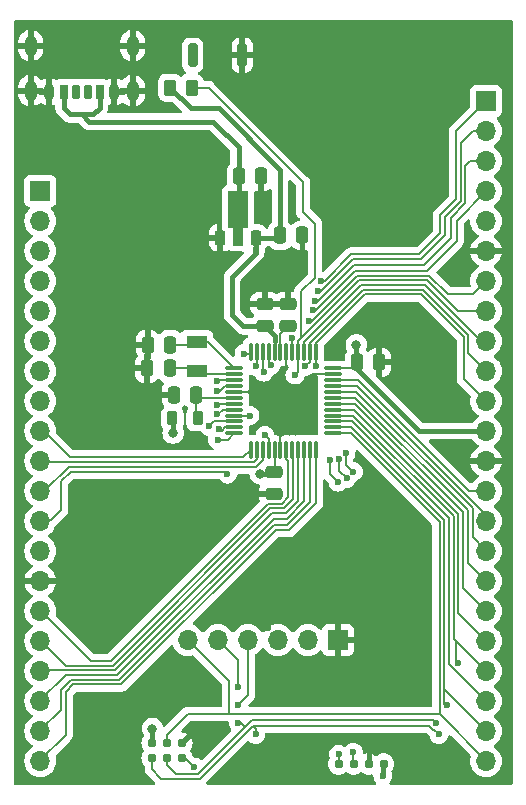
<source format=gbr>
%TF.GenerationSoftware,KiCad,Pcbnew,8.0.6*%
%TF.CreationDate,2025-01-09T22:28:07+01:00*%
%TF.ProjectId,samd21_breakout,73616d64-3231-45f6-9272-65616b6f7574,rev?*%
%TF.SameCoordinates,Original*%
%TF.FileFunction,Copper,L1,Top*%
%TF.FilePolarity,Positive*%
%FSLAX46Y46*%
G04 Gerber Fmt 4.6, Leading zero omitted, Abs format (unit mm)*
G04 Created by KiCad (PCBNEW 8.0.6) date 2025-01-09 22:28:07*
%MOMM*%
%LPD*%
G01*
G04 APERTURE LIST*
G04 Aperture macros list*
%AMRoundRect*
0 Rectangle with rounded corners*
0 $1 Rounding radius*
0 $2 $3 $4 $5 $6 $7 $8 $9 X,Y pos of 4 corners*
0 Add a 4 corners polygon primitive as box body*
4,1,4,$2,$3,$4,$5,$6,$7,$8,$9,$2,$3,0*
0 Add four circle primitives for the rounded corners*
1,1,$1+$1,$2,$3*
1,1,$1+$1,$4,$5*
1,1,$1+$1,$6,$7*
1,1,$1+$1,$8,$9*
0 Add four rect primitives between the rounded corners*
20,1,$1+$1,$2,$3,$4,$5,0*
20,1,$1+$1,$4,$5,$6,$7,0*
20,1,$1+$1,$6,$7,$8,$9,0*
20,1,$1+$1,$8,$9,$2,$3,0*%
%AMFreePoly0*
4,1,9,3.862500,-0.866500,0.737500,-0.866500,0.737500,-0.450000,-0.737500,-0.450000,-0.737500,0.450000,0.737500,0.450000,0.737500,0.866500,3.862500,0.866500,3.862500,-0.866500,3.862500,-0.866500,$1*%
G04 Aperture macros list end*
%TA.AperFunction,ComponentPad*%
%ADD10R,1.700000X1.700000*%
%TD*%
%TA.AperFunction,ComponentPad*%
%ADD11O,1.700000X1.700000*%
%TD*%
%TA.AperFunction,SMDPad,CuDef*%
%ADD12RoundRect,0.175000X0.175000X0.425000X-0.175000X0.425000X-0.175000X-0.425000X0.175000X-0.425000X0*%
%TD*%
%TA.AperFunction,SMDPad,CuDef*%
%ADD13RoundRect,0.190000X-0.190000X-0.410000X0.190000X-0.410000X0.190000X0.410000X-0.190000X0.410000X0*%
%TD*%
%TA.AperFunction,SMDPad,CuDef*%
%ADD14RoundRect,0.200000X-0.200000X-0.400000X0.200000X-0.400000X0.200000X0.400000X-0.200000X0.400000X0*%
%TD*%
%TA.AperFunction,SMDPad,CuDef*%
%ADD15RoundRect,0.175000X-0.175000X-0.425000X0.175000X-0.425000X0.175000X0.425000X-0.175000X0.425000X0*%
%TD*%
%TA.AperFunction,SMDPad,CuDef*%
%ADD16RoundRect,0.190000X0.190000X0.410000X-0.190000X0.410000X-0.190000X-0.410000X0.190000X-0.410000X0*%
%TD*%
%TA.AperFunction,SMDPad,CuDef*%
%ADD17RoundRect,0.200000X0.200000X0.400000X-0.200000X0.400000X-0.200000X-0.400000X0.200000X-0.400000X0*%
%TD*%
%TA.AperFunction,ComponentPad*%
%ADD18O,1.100000X1.700000*%
%TD*%
%TA.AperFunction,SMDPad,CuDef*%
%ADD19RoundRect,0.200000X-0.200000X-0.800000X0.200000X-0.800000X0.200000X0.800000X-0.200000X0.800000X0*%
%TD*%
%TA.AperFunction,SMDPad,CuDef*%
%ADD20R,1.800000X1.000000*%
%TD*%
%TA.AperFunction,SMDPad,CuDef*%
%ADD21RoundRect,0.075000X-0.662500X-0.075000X0.662500X-0.075000X0.662500X0.075000X-0.662500X0.075000X0*%
%TD*%
%TA.AperFunction,SMDPad,CuDef*%
%ADD22RoundRect,0.075000X-0.075000X-0.662500X0.075000X-0.662500X0.075000X0.662500X-0.075000X0.662500X0*%
%TD*%
%TA.AperFunction,SMDPad,CuDef*%
%ADD23RoundRect,0.225000X0.225000X-0.425000X0.225000X0.425000X-0.225000X0.425000X-0.225000X-0.425000X0*%
%TD*%
%TA.AperFunction,SMDPad,CuDef*%
%ADD24FreePoly0,90.000000*%
%TD*%
%TA.AperFunction,SMDPad,CuDef*%
%ADD25RoundRect,0.250000X-0.262500X-0.450000X0.262500X-0.450000X0.262500X0.450000X-0.262500X0.450000X0*%
%TD*%
%TA.AperFunction,ConnectorPad*%
%ADD26C,0.787400*%
%TD*%
%TA.AperFunction,SMDPad,CuDef*%
%ADD27RoundRect,0.250000X0.250000X0.475000X-0.250000X0.475000X-0.250000X-0.475000X0.250000X-0.475000X0*%
%TD*%
%TA.AperFunction,SMDPad,CuDef*%
%ADD28RoundRect,0.250000X-0.475000X0.250000X-0.475000X-0.250000X0.475000X-0.250000X0.475000X0.250000X0*%
%TD*%
%TA.AperFunction,SMDPad,CuDef*%
%ADD29RoundRect,0.250000X-0.250000X-0.475000X0.250000X-0.475000X0.250000X0.475000X-0.250000X0.475000X0*%
%TD*%
%TA.AperFunction,SMDPad,CuDef*%
%ADD30RoundRect,0.250000X0.475000X-0.250000X0.475000X0.250000X-0.475000X0.250000X-0.475000X-0.250000X0*%
%TD*%
%TA.AperFunction,SMDPad,CuDef*%
%ADD31RoundRect,0.218750X0.218750X0.381250X-0.218750X0.381250X-0.218750X-0.381250X0.218750X-0.381250X0*%
%TD*%
%TA.AperFunction,ViaPad*%
%ADD32C,0.600000*%
%TD*%
%TA.AperFunction,ViaPad*%
%ADD33C,0.800000*%
%TD*%
%TA.AperFunction,Conductor*%
%ADD34C,0.200000*%
%TD*%
%TA.AperFunction,Conductor*%
%ADD35C,0.400000*%
%TD*%
G04 APERTURE END LIST*
D10*
%TO.P,J6,1,Pin_1*%
%TO.N,GND*%
X130700000Y-127500000D03*
D11*
%TO.P,J6,2,Pin_2*%
%TO.N,+3.3V*%
X128160000Y-127500000D03*
%TO.P,J6,3,Pin_3*%
%TO.N,RESET*%
X125620000Y-127500000D03*
%TO.P,J6,4,Pin_4*%
%TO.N,SCK*%
X123080000Y-127500000D03*
%TO.P,J6,5,Pin_5*%
%TO.N,MISO*%
X120540000Y-127500000D03*
%TO.P,J6,6,Pin_6*%
%TO.N,MOSI*%
X118000000Y-127500000D03*
%TD*%
D10*
%TO.P,J5,1,Pin_1*%
%TO.N,PB03*%
X143250000Y-81870000D03*
D11*
%TO.P,J5,2,Pin_2*%
%TO.N,PB02*%
X143250000Y-84410000D03*
%TO.P,J5,3,Pin_3*%
%TO.N,PA31*%
X143250000Y-86950000D03*
%TO.P,J5,4,Pin_4*%
%TO.N,PA30*%
X143250000Y-89490000D03*
%TO.P,J5,5,Pin_5*%
%TO.N,+3.3V*%
X143250000Y-92030000D03*
%TO.P,J5,6,Pin_6*%
%TO.N,GND*%
X143250000Y-94570000D03*
%TO.P,J5,7,Pin_7*%
%TO.N,PA28*%
X143250000Y-97110000D03*
%TO.P,J5,8,Pin_8*%
%TO.N,RESET*%
X143250000Y-99650000D03*
%TO.P,J5,9,Pin_9*%
%TO.N,PA27*%
X143250000Y-102190000D03*
%TO.P,J5,10,Pin_10*%
%TO.N,RXD*%
X143250000Y-104730000D03*
%TO.P,J5,11,Pin_11*%
%TO.N,TXD*%
X143250000Y-107270000D03*
%TO.P,J5,12,Pin_12*%
%TO.N,+3.3V*%
X143250000Y-109810000D03*
%TO.P,J5,13,Pin_13*%
%TO.N,GND*%
X143250000Y-112350000D03*
%TO.P,J5,14,Pin_14*%
%TO.N,PA25*%
X143250000Y-114890000D03*
%TO.P,J5,15,Pin_15*%
%TO.N,PA24*%
X143250000Y-117430000D03*
%TO.P,J5,16,Pin_16*%
%TO.N,SCL*%
X143250000Y-119970000D03*
%TO.P,J5,17,Pin_17*%
%TO.N,SDA*%
X143250000Y-122510000D03*
%TO.P,J5,18,Pin_18*%
%TO.N,PA21*%
X143250000Y-125050000D03*
%TO.P,J5,19,Pin_19*%
%TO.N,PA20*%
X143250000Y-127590000D03*
%TO.P,J5,20,Pin_20*%
%TO.N,MISO*%
X143250000Y-130130000D03*
%TO.P,J5,21,Pin_21*%
%TO.N,ss*%
X143250000Y-132670000D03*
%TO.P,J5,22,Pin_22*%
%TO.N,SCK*%
X143250000Y-135210000D03*
%TO.P,J5,23,Pin_23*%
%TO.N,MOSI*%
X143250000Y-137750000D03*
%TD*%
D10*
%TO.P,J4,1,Pin_1*%
%TO.N,PA02*%
X105500000Y-89490000D03*
D11*
%TO.P,J4,2,Pin_2*%
%TO.N,PA03*%
X105500000Y-92030000D03*
%TO.P,J4,3,Pin_3*%
%TO.N,PB08*%
X105500000Y-94570000D03*
%TO.P,J4,4,Pin_4*%
%TO.N,PB09*%
X105500000Y-97110000D03*
%TO.P,J4,5,Pin_5*%
%TO.N,PA04*%
X105500000Y-99650000D03*
%TO.P,J4,6,Pin_6*%
%TO.N,PA05*%
X105500000Y-102190000D03*
%TO.P,J4,7,Pin_7*%
%TO.N,PA06*%
X105500000Y-104730000D03*
%TO.P,J4,8,Pin_8*%
%TO.N,PA07*%
X105500000Y-107270000D03*
%TO.P,J4,9,Pin_9*%
%TO.N,PA08*%
X105500000Y-109810000D03*
%TO.P,J4,10,Pin_10*%
%TO.N,PA09*%
X105500000Y-112350000D03*
%TO.P,J4,11,Pin_11*%
%TO.N,PA10*%
X105500000Y-114890000D03*
%TO.P,J4,12,Pin_12*%
%TO.N,PA11*%
X105500000Y-117430000D03*
%TO.P,J4,13,Pin_13*%
%TO.N,+3.3V*%
X105500000Y-119970000D03*
%TO.P,J4,14,Pin_14*%
%TO.N,GND*%
X105500000Y-122510000D03*
%TO.P,J4,15,Pin_15*%
%TO.N,PB10*%
X105500000Y-125050000D03*
%TO.P,J4,16,Pin_16*%
%TO.N,PB11*%
X105500000Y-127590000D03*
%TO.P,J4,17,Pin_17*%
%TO.N,PA12*%
X105500000Y-130130000D03*
%TO.P,J4,18,Pin_18*%
%TO.N,PA13*%
X105500000Y-132670000D03*
%TO.P,J4,19,Pin_19*%
%TO.N,PA14*%
X105500000Y-135210000D03*
%TO.P,J4,20,Pin_20*%
%TO.N,PA15*%
X105500000Y-137750000D03*
%TD*%
D12*
%TO.P,J3,A5,CC1*%
%TO.N,unconnected-(J3-CC1-PadA5)*%
X109500000Y-81080000D03*
D13*
%TO.P,J3,A9,VBUS*%
%TO.N,+5V*%
X107480000Y-81080000D03*
D14*
%TO.P,J3,A12,GND*%
%TO.N,GND*%
X106250000Y-81080000D03*
D15*
%TO.P,J3,B5,CC2*%
%TO.N,unconnected-(J3-CC2-PadB5)*%
X108500000Y-81080000D03*
D16*
%TO.P,J3,B9,VBUS*%
%TO.N,+5V*%
X110520000Y-81080000D03*
D17*
%TO.P,J3,B12,GND*%
%TO.N,GND*%
X111750000Y-81080000D03*
D18*
%TO.P,J3,S1,SHIELD*%
X113320000Y-81000000D03*
X113320000Y-77200000D03*
X104680000Y-81000000D03*
X104680000Y-77200000D03*
%TD*%
D19*
%TO.P,SW1,1,1*%
%TO.N,RESET*%
X118400000Y-78000000D03*
%TO.P,SW1,2,2*%
%TO.N,GND*%
X122600000Y-78000000D03*
%TD*%
D20*
%TO.P,Y1,1,1*%
%TO.N,Net-(U2-PA00)*%
X118750000Y-102250000D03*
%TO.P,Y1,2,2*%
%TO.N,Net-(U2-PA01)*%
X118750000Y-104750000D03*
%TD*%
D21*
%TO.P,U2,1,PA00*%
%TO.N,Net-(U2-PA00)*%
X121925000Y-104500000D03*
%TO.P,U2,2,PA01*%
%TO.N,Net-(U2-PA01)*%
X121925000Y-105000000D03*
%TO.P,U2,3,PA02*%
%TO.N,PA02*%
X121925000Y-105500000D03*
%TO.P,U2,4,PA03*%
%TO.N,PA03*%
X121925000Y-106000000D03*
%TO.P,U2,5,GNDANA*%
%TO.N,GND*%
X121925000Y-106500000D03*
%TO.P,U2,6,VDDANA*%
%TO.N,Net-(U2-VDDANA)*%
X121925000Y-107000000D03*
%TO.P,U2,7,PB08*%
%TO.N,PB08*%
X121925000Y-107500000D03*
%TO.P,U2,8,PB09*%
%TO.N,PB09*%
X121925000Y-108000000D03*
%TO.P,U2,9,PA04*%
%TO.N,PA04*%
X121925000Y-108500000D03*
%TO.P,U2,10,PA05*%
%TO.N,PA05*%
X121925000Y-109000000D03*
%TO.P,U2,11,PA06*%
%TO.N,PA06*%
X121925000Y-109500000D03*
%TO.P,U2,12,PA07*%
%TO.N,PA07*%
X121925000Y-110000000D03*
D22*
%TO.P,U2,13,PA08*%
%TO.N,PA08*%
X123337500Y-111412500D03*
%TO.P,U2,14,PA09*%
%TO.N,PA09*%
X123837500Y-111412500D03*
%TO.P,U2,15,PA10*%
%TO.N,PA10*%
X124337500Y-111412500D03*
%TO.P,U2,16,PA11*%
%TO.N,PA11*%
X124837500Y-111412500D03*
%TO.P,U2,17,VDDIO*%
%TO.N,+3.3V*%
X125337500Y-111412500D03*
%TO.P,U2,18,GND*%
%TO.N,GND*%
X125837500Y-111412500D03*
%TO.P,U2,19,PB10*%
%TO.N,PB10*%
X126337500Y-111412500D03*
%TO.P,U2,20,PB11*%
%TO.N,PB11*%
X126837500Y-111412500D03*
%TO.P,U2,21,PA12*%
%TO.N,PA12*%
X127337500Y-111412500D03*
%TO.P,U2,22,PA13*%
%TO.N,PA13*%
X127837500Y-111412500D03*
%TO.P,U2,23,PA14*%
%TO.N,PA14*%
X128337500Y-111412500D03*
%TO.P,U2,24,PA15*%
%TO.N,PA15*%
X128837500Y-111412500D03*
D21*
%TO.P,U2,25,PA16*%
%TO.N,MOSI*%
X130250000Y-110000000D03*
%TO.P,U2,26,PA17*%
%TO.N,SCK*%
X130250000Y-109500000D03*
%TO.P,U2,27,PA18*%
%TO.N,ss*%
X130250000Y-109000000D03*
%TO.P,U2,28,PA19*%
%TO.N,MISO*%
X130250000Y-108500000D03*
%TO.P,U2,29,PA20*%
%TO.N,PA20*%
X130250000Y-108000000D03*
%TO.P,U2,30,PA21*%
%TO.N,PA21*%
X130250000Y-107500000D03*
%TO.P,U2,31,PA22*%
%TO.N,SDA*%
X130250000Y-107000000D03*
%TO.P,U2,32,PA23*%
%TO.N,SCL*%
X130250000Y-106500000D03*
%TO.P,U2,33,PA24*%
%TO.N,PA24*%
X130250000Y-106000000D03*
%TO.P,U2,34,PA25*%
%TO.N,PA25*%
X130250000Y-105500000D03*
%TO.P,U2,35,GND*%
%TO.N,GND*%
X130250000Y-105000000D03*
%TO.P,U2,36,VDDIO*%
%TO.N,+3.3V*%
X130250000Y-104500000D03*
D22*
%TO.P,U2,37,PB22*%
%TO.N,TXD*%
X128837500Y-103087500D03*
%TO.P,U2,38,PB23*%
%TO.N,RXD*%
X128337500Y-103087500D03*
%TO.P,U2,39,PA27*%
%TO.N,PA27*%
X127837500Y-103087500D03*
%TO.P,U2,40,~{RESET}*%
%TO.N,RESET*%
X127337500Y-103087500D03*
%TO.P,U2,41,PA28*%
%TO.N,PA28*%
X126837500Y-103087500D03*
%TO.P,U2,42,GND*%
%TO.N,GND*%
X126337500Y-103087500D03*
%TO.P,U2,43,VDDCORE*%
%TO.N,Net-(U2-VDDCORE)*%
X125837500Y-103087500D03*
%TO.P,U2,44,VDDIN*%
%TO.N,+3.3V*%
X125337500Y-103087500D03*
%TO.P,U2,45,PA30*%
%TO.N,PA30*%
X124837500Y-103087500D03*
%TO.P,U2,46,PA31*%
%TO.N,PA31*%
X124337500Y-103087500D03*
%TO.P,U2,47,PB02*%
%TO.N,PB02*%
X123837500Y-103087500D03*
%TO.P,U2,48,PB03*%
%TO.N,PB03*%
X123337500Y-103087500D03*
%TD*%
D23*
%TO.P,U1,1,GND*%
%TO.N,GND*%
X120750000Y-93450000D03*
D24*
%TO.P,U1,2,VIN*%
%TO.N,+5V*%
X122250000Y-93362500D03*
D23*
%TO.P,U1,3,VOUT*%
%TO.N,+3.3V*%
X123750000Y-93450000D03*
%TD*%
D25*
%TO.P,R1,1*%
%TO.N,+3.3V*%
X116487500Y-80750000D03*
%TO.P,R1,2*%
%TO.N,RESET*%
X118312500Y-80750000D03*
%TD*%
D26*
%TO.P,J2,1,Pin_1*%
%TO.N,MISO*%
X114960000Y-137500000D03*
%TO.P,J2,2,Pin_2*%
%TO.N,+3.3V*%
X114960000Y-136230000D03*
%TO.P,J2,3,Pin_3*%
%TO.N,SCK*%
X116230000Y-137500000D03*
%TO.P,J2,4,Pin_4*%
%TO.N,MOSI*%
X116230000Y-136230000D03*
%TO.P,J2,5,Pin_5*%
%TO.N,RESET*%
X117500000Y-137500000D03*
%TO.P,J2,6,Pin_6*%
%TO.N,GND*%
X117500000Y-136230000D03*
%TD*%
%TO.P,J1,1,Pin_1*%
%TO.N,TXD*%
X130750000Y-138000000D03*
%TO.P,J1,2,Pin_2*%
%TO.N,RXD*%
X132020000Y-138000000D03*
%TO.P,J1,3,Pin_3*%
%TO.N,GND*%
X133290000Y-138000000D03*
%TO.P,J1,4,Pin_4*%
%TO.N,+3.3V*%
X134560000Y-138000000D03*
%TD*%
D27*
%TO.P,C9,2*%
%TO.N,GND*%
X116800000Y-106750000D03*
%TO.P,C9,1*%
%TO.N,Net-(U2-VDDANA)*%
X118700000Y-106750000D03*
%TD*%
D28*
%TO.P,C8,1*%
%TO.N,+3.3V*%
X125250000Y-113250000D03*
%TO.P,C8,2*%
%TO.N,GND*%
X125250000Y-115150000D03*
%TD*%
D29*
%TO.P,C7,1*%
%TO.N,+3.3V*%
X132300000Y-104000000D03*
%TO.P,C7,2*%
%TO.N,GND*%
X134200000Y-104000000D03*
%TD*%
D28*
%TO.P,C6,1*%
%TO.N,GND*%
X124500000Y-99050000D03*
%TO.P,C6,2*%
%TO.N,+3.3V*%
X124500000Y-100950000D03*
%TD*%
D30*
%TO.P,C5,1*%
%TO.N,Net-(U2-VDDCORE)*%
X126500000Y-100950000D03*
%TO.P,C5,2*%
%TO.N,GND*%
X126500000Y-99050000D03*
%TD*%
D29*
%TO.P,C4,2*%
%TO.N,Net-(U2-PA01)*%
X116450000Y-104500000D03*
%TO.P,C4,1*%
%TO.N,GND*%
X114550000Y-104500000D03*
%TD*%
%TO.P,C3,1*%
%TO.N,GND*%
X114600000Y-102500000D03*
%TO.P,C3,2*%
%TO.N,Net-(U2-PA00)*%
X116500000Y-102500000D03*
%TD*%
D27*
%TO.P,C2,1*%
%TO.N,GND*%
X127700000Y-93250000D03*
%TO.P,C2,2*%
%TO.N,+3.3V*%
X125800000Y-93250000D03*
%TD*%
D29*
%TO.P,C1,1*%
%TO.N,+5V*%
X122300000Y-88250000D03*
%TO.P,C1,2*%
%TO.N,GND*%
X124200000Y-88250000D03*
%TD*%
D31*
%TO.P,L1,1,1*%
%TO.N,Net-(U2-VDDANA)*%
X118812500Y-108750000D03*
%TO.P,L1,2,2*%
%TO.N,+3.3V*%
X116687500Y-108750000D03*
%TD*%
D32*
%TO.N,GND*%
X131000000Y-129500000D03*
X129500000Y-129500000D03*
X127750000Y-121750000D03*
X124250000Y-121750000D03*
X131000000Y-121250000D03*
X131000000Y-124250000D03*
X131000000Y-118500000D03*
%TO.N,SCK*%
X122250000Y-134500000D03*
X122250000Y-133000000D03*
%TO.N,MISO*%
X123750000Y-135500000D03*
X122250000Y-131500000D03*
%TO.N,GND*%
X128750000Y-131250000D03*
X126000000Y-131250000D03*
X126750000Y-90250000D03*
X141000000Y-111500000D03*
X119250000Y-136000000D03*
X120000000Y-135250000D03*
X139250000Y-137500000D03*
X136500000Y-137500000D03*
X128500000Y-137500000D03*
X125250000Y-137500000D03*
X118000000Y-91750000D03*
X115750000Y-89500000D03*
X112750000Y-87000000D03*
X119750000Y-99000000D03*
X117750000Y-96750000D03*
X114250000Y-94000000D03*
X111000000Y-91250000D03*
X137750000Y-101750000D03*
X137750000Y-104250000D03*
X137750000Y-106750000D03*
X112750000Y-107250000D03*
X109250000Y-107250000D03*
X118250000Y-116750000D03*
X116250000Y-119000000D03*
X114250000Y-121000000D03*
X111000000Y-126250000D03*
X109250000Y-124500000D03*
X110750000Y-133250000D03*
X110750000Y-137250000D03*
X120000000Y-131250000D03*
X124750000Y-126500000D03*
X127000000Y-119750000D03*
X135000000Y-130250000D03*
X135000000Y-126250000D03*
X135000000Y-121250000D03*
X135000000Y-117000000D03*
X125250000Y-108750000D03*
X125750000Y-107250000D03*
X128750000Y-108000000D03*
X128750000Y-106500000D03*
%TO.N,TXD*%
X130750000Y-137195000D03*
X131380025Y-111630025D03*
X128808701Y-104296273D03*
X132000000Y-113250000D03*
%TO.N,RXD*%
X131434313Y-113815687D03*
X130799049Y-112211001D03*
X132000000Y-137000000D03*
X127937500Y-104324830D03*
%TO.N,RESET*%
X130697881Y-114128213D03*
X127065035Y-105065035D03*
X130000000Y-112250000D03*
X118500000Y-138250000D03*
%TO.N,MISO*%
X140839265Y-129410735D03*
X139250000Y-135500000D03*
%TO.N,GND*%
X118750000Y-135250000D03*
%TO.N,SCK*%
X139000000Y-134500000D03*
X139900000Y-133000000D03*
%TO.N,+3.3V*%
X134500000Y-139000000D03*
D33*
X115000000Y-135000000D03*
X116750000Y-110000000D03*
X124121597Y-113433956D03*
D32*
%TO.N,GND*%
X126500000Y-96500000D03*
X124500000Y-96500000D03*
D33*
%TO.N,+3.3V*%
X132250000Y-102500000D03*
D32*
X123750000Y-94500000D03*
X123750000Y-94500000D03*
%TO.N,PA07*%
X120518912Y-110529847D03*
%TO.N,PA05*%
X119825959Y-109423021D03*
%TO.N,PA11*%
X121350158Y-113450000D03*
%TO.N,PB03*%
X122750000Y-103250000D03*
X129299429Y-97113016D03*
%TO.N,PB02*%
X123737500Y-104339829D03*
X129016585Y-97961545D03*
%TO.N,PA31*%
X128771908Y-98771908D03*
X124426237Y-104823119D03*
%TO.N,PA30*%
X124994399Y-104259917D03*
X128560458Y-99549044D03*
%TO.N,PA28*%
X128212594Y-100462592D03*
X126785955Y-101949999D03*
%TO.N,PA11*%
X124515993Y-110184323D03*
%TO.N,PA06*%
X120620795Y-109600003D03*
%TO.N,PA04*%
X123250000Y-108500000D03*
%TO.N,PB09*%
X120500000Y-108400003D03*
%TO.N,PB08*%
X120500000Y-107600000D03*
%TO.N,GND*%
X124250000Y-107250000D03*
%TO.N,PA03*%
X120500000Y-106400000D03*
%TO.N,PA02*%
X120500000Y-105600000D03*
%TD*%
D34*
%TO.N,GND*%
X126337500Y-103087500D02*
X126337500Y-104662500D01*
X126337500Y-104662500D02*
X126000000Y-105000000D01*
%TO.N,RESET*%
X130000000Y-113430332D02*
X130000000Y-112250000D01*
X130697881Y-114128213D02*
X130000000Y-113430332D01*
%TO.N,RXD*%
X131434313Y-113815687D02*
X130799049Y-113180423D01*
X130799049Y-113180423D02*
X130799049Y-112211001D01*
%TO.N,TXD*%
X132000000Y-113250000D02*
X131399049Y-112649049D01*
X131399049Y-112649049D02*
X131399049Y-111649049D01*
X131399049Y-111649049D02*
X131380025Y-111630025D01*
%TO.N,SCK*%
X123080000Y-127500000D02*
X123080000Y-132170000D01*
X123080000Y-132170000D02*
X122250000Y-133000000D01*
X123434314Y-134250000D02*
X122842157Y-134842157D01*
X122842157Y-134842157D02*
X118834314Y-138850000D01*
X122250000Y-134500000D02*
X122500000Y-134500000D01*
X122500000Y-134500000D02*
X122842157Y-134842157D01*
%TO.N,MISO*%
X122250000Y-131500000D02*
X122250000Y-129210000D01*
X122250000Y-129210000D02*
X120540000Y-127500000D01*
X123750000Y-135500000D02*
X123750000Y-135000000D01*
X123750000Y-135000000D02*
X123500000Y-134750000D01*
%TO.N,MOSI*%
X118000000Y-127500000D02*
X121500000Y-131000000D01*
X121500000Y-131000000D02*
X121500000Y-133750000D01*
X139300000Y-133750000D02*
X121500000Y-133750000D01*
X121500000Y-133750000D02*
X118000000Y-133750000D01*
%TO.N,PA15*%
X126555331Y-118182843D02*
X125448529Y-118182843D01*
X112250000Y-131270000D02*
X108295686Y-131270000D01*
X128837500Y-111412500D02*
X128837500Y-115900674D01*
X112361372Y-131270000D02*
X112250000Y-131270000D01*
X128837500Y-115900674D02*
X126555331Y-118182843D01*
X125448529Y-118182843D02*
X112361372Y-131270000D01*
%TO.N,PA14*%
X128337500Y-111412500D02*
X128337500Y-115834988D01*
X111750000Y-130870000D02*
X108130000Y-130870000D01*
X112195686Y-130870000D02*
X111750000Y-130870000D01*
X128337500Y-115834988D02*
X126389645Y-117782843D01*
X126389645Y-117782843D02*
X125282843Y-117782843D01*
X125282843Y-117782843D02*
X112195686Y-130870000D01*
%TO.N,PA13*%
X126356802Y-117250000D02*
X125250000Y-117250000D01*
X111750000Y-130470000D02*
X107640000Y-130470000D01*
X127837500Y-115769302D02*
X126356802Y-117250000D01*
X125250000Y-117250000D02*
X112030000Y-130470000D01*
X112030000Y-130470000D02*
X111750000Y-130470000D01*
%TO.N,PA12*%
X127337500Y-111412500D02*
X127337500Y-115703615D01*
X127337500Y-115703615D02*
X126291115Y-116750000D01*
X111811372Y-130070000D02*
X105500000Y-130070000D01*
X126291115Y-116750000D02*
X125131372Y-116750000D01*
X125131372Y-116750000D02*
X111811372Y-130070000D01*
%TO.N,PB11*%
X126837500Y-111412500D02*
X126887500Y-111462500D01*
X126887500Y-112166725D02*
X126900000Y-112179225D01*
X126887500Y-111462500D02*
X126887500Y-112166725D01*
X126125430Y-116350000D02*
X124965686Y-116350000D01*
X126900000Y-112179225D02*
X126900000Y-115575430D01*
X126900000Y-115575430D02*
X126665685Y-115809744D01*
X107640000Y-129670000D02*
X105500000Y-127530000D01*
X126665685Y-115809744D02*
X126125430Y-116350000D01*
X124965686Y-116350000D02*
X111645686Y-129670000D01*
X111645686Y-129670000D02*
X107640000Y-129670000D01*
%TO.N,PB10*%
X126337500Y-111412500D02*
X126337500Y-112182410D01*
X125959744Y-115950000D02*
X124800000Y-115950000D01*
X126337500Y-112182410D02*
X126500000Y-112344910D01*
X126500000Y-112344910D02*
X126500000Y-115409744D01*
X126500000Y-115409744D02*
X125959744Y-115950000D01*
X124800000Y-115950000D02*
X111480000Y-129270000D01*
X111480000Y-129270000D02*
X109780000Y-129270000D01*
X109780000Y-129270000D02*
X105500000Y-124990000D01*
%TO.N,RESET*%
X118312500Y-80750000D02*
X119750000Y-80750000D01*
X128750000Y-92250000D02*
X128750000Y-96813916D01*
X119750000Y-80750000D02*
X127750000Y-88750000D01*
X127750000Y-88750000D02*
X127750000Y-91250000D01*
X127750000Y-91250000D02*
X128750000Y-92250000D01*
X127612594Y-97951322D02*
X127612594Y-101911124D01*
X128750000Y-96813916D02*
X127612594Y-97951322D01*
X127612594Y-101911124D02*
X127337500Y-102186218D01*
D35*
%TO.N,+3.3V*%
X116487500Y-80750000D02*
X118237500Y-82500000D01*
X118237500Y-82500000D02*
X120600000Y-82500000D01*
X120600000Y-82500000D02*
X125800000Y-87700000D01*
X125800000Y-87700000D02*
X125800000Y-93250000D01*
%TO.N,+5V*%
X120125000Y-83625000D02*
X122300000Y-85800000D01*
X108000000Y-83000000D02*
X109000000Y-83000000D01*
X109625000Y-83625000D02*
X109000000Y-83000000D01*
X109000000Y-83000000D02*
X110000000Y-83000000D01*
X120125000Y-83625000D02*
X109625000Y-83625000D01*
X107480000Y-81080000D02*
X107480000Y-82480000D01*
X107480000Y-82480000D02*
X108000000Y-83000000D01*
X110000000Y-83000000D02*
X110520000Y-82480000D01*
X110520000Y-82480000D02*
X110520000Y-81080000D01*
D34*
%TO.N,PB03*%
X129299429Y-97113016D02*
X129582272Y-97113016D01*
X129582272Y-97113016D02*
X131845288Y-94850000D01*
X139350000Y-93084314D02*
X139350000Y-91518628D01*
X131845288Y-94850000D02*
X137584314Y-94850000D01*
X137584314Y-94850000D02*
X139350000Y-93084314D01*
X139350000Y-91518628D02*
X140700000Y-90168628D01*
X140700000Y-90168628D02*
X140700000Y-84420000D01*
X140700000Y-84420000D02*
X143250000Y-81870000D01*
%TO.N,PB02*%
X129016585Y-97961545D02*
X129299429Y-97961545D01*
X137750000Y-95250000D02*
X139750000Y-93250000D01*
X141100000Y-85448630D02*
X141274315Y-85274315D01*
X129299429Y-97961545D02*
X132010974Y-95250000D01*
X132010974Y-95250000D02*
X137750000Y-95250000D01*
X139750000Y-93250000D02*
X139750000Y-91684314D01*
X139750000Y-91684314D02*
X141100000Y-90334314D01*
X141100000Y-90334314D02*
X141100000Y-85448630D01*
%TO.N,PA31*%
X128771908Y-98771908D02*
X129054752Y-98771908D01*
X132076660Y-95750000D02*
X138000000Y-95750000D01*
X138000000Y-95750000D02*
X140250000Y-93500000D01*
X140250000Y-93500000D02*
X140250000Y-91750000D01*
X129054752Y-98771908D02*
X132076660Y-95750000D01*
X141882157Y-86950000D02*
X143250000Y-86950000D01*
X140250000Y-91750000D02*
X141500000Y-90500000D01*
X141500000Y-90500000D02*
X141500000Y-87332157D01*
X141500000Y-87332157D02*
X141882157Y-86950000D01*
%TO.N,PA30*%
X128560458Y-99549044D02*
X128843302Y-99549044D01*
X128843302Y-99549044D02*
X132142346Y-96250000D01*
X132142346Y-96250000D02*
X138250000Y-96250000D01*
X140750000Y-91990000D02*
X143250000Y-89490000D01*
X138250000Y-96250000D02*
X140750000Y-93750000D01*
X140750000Y-93750000D02*
X140750000Y-91990000D01*
%TO.N,PB02*%
X141274315Y-85274315D02*
X141350000Y-85198629D01*
X141274315Y-85274315D02*
X142138630Y-84410000D01*
X142138630Y-84410000D02*
X143250000Y-84410000D01*
%TO.N,PA28*%
X128212594Y-100462592D02*
X128495440Y-100462592D01*
X128495440Y-100462592D02*
X132308032Y-96650000D01*
X132308032Y-96650000D02*
X138412743Y-96650000D01*
X138412743Y-96650000D02*
X140012743Y-98250000D01*
X140012743Y-98250000D02*
X142110000Y-98250000D01*
X142110000Y-98250000D02*
X143250000Y-97110000D01*
%TO.N,RESET*%
X127337500Y-102186218D02*
X132473718Y-97050000D01*
X132473718Y-97050000D02*
X138247057Y-97050000D01*
X138247057Y-97050000D02*
X140847057Y-99650000D01*
X140847057Y-99650000D02*
X143250000Y-99650000D01*
%TO.N,TXD*%
X128837500Y-103087500D02*
X128837500Y-102383276D01*
X128837500Y-102383276D02*
X132970776Y-98250000D01*
X132970776Y-98250000D02*
X137750000Y-98250000D01*
X137750000Y-98250000D02*
X141350000Y-101850000D01*
X141350000Y-101850000D02*
X141350000Y-105370000D01*
X141350000Y-105370000D02*
X143250000Y-107270000D01*
%TO.N,RXD*%
X128337500Y-103087500D02*
X128337500Y-102317590D01*
X128337500Y-102317590D02*
X132805090Y-97850000D01*
X132805090Y-97850000D02*
X137915686Y-97850000D01*
X137915686Y-97850000D02*
X138065685Y-98000000D01*
X138065685Y-98000000D02*
X141750000Y-101684315D01*
X141750000Y-101684315D02*
X141750000Y-103230000D01*
X141750000Y-103230000D02*
X143250000Y-104730000D01*
%TO.N,PA27*%
X127837500Y-103087500D02*
X127837500Y-102251904D01*
X127837500Y-102251904D02*
X132639404Y-97450000D01*
X132639404Y-97450000D02*
X138081371Y-97450000D01*
X138081371Y-97450000D02*
X142821371Y-102190000D01*
X142821371Y-102190000D02*
X143250000Y-102190000D01*
D35*
%TO.N,+5V*%
X122300000Y-85800000D02*
X122300000Y-88250000D01*
D34*
%TO.N,MISO*%
X139250000Y-135500000D02*
X138850000Y-135100000D01*
X138850000Y-135100000D02*
X138751471Y-135100000D01*
X119000000Y-139250000D02*
X115750000Y-139250000D01*
X138751471Y-135100000D02*
X138401471Y-134750000D01*
X114960000Y-138460000D02*
X114960000Y-137500000D01*
X138401471Y-134750000D02*
X123500000Y-134750000D01*
X123500000Y-134750000D02*
X119000000Y-139250000D01*
X115750000Y-139250000D02*
X114960000Y-138460000D01*
%TO.N,SCK*%
X139000000Y-134500000D02*
X138750000Y-134250000D01*
X138750000Y-134250000D02*
X123434314Y-134250000D01*
X118834314Y-138850000D02*
X116965000Y-138850000D01*
X116965000Y-138850000D02*
X116230000Y-138115000D01*
X116230000Y-138115000D02*
X116230000Y-137500000D01*
%TO.N,TXD*%
X130750000Y-137195000D02*
X130750000Y-138000000D01*
X128837500Y-104267474D02*
X128808701Y-104296273D01*
X128837500Y-103087500D02*
X128837500Y-104267474D01*
%TO.N,RXD*%
X132000000Y-137000000D02*
X132000000Y-137980000D01*
X128337500Y-103924830D02*
X127937500Y-104324830D01*
X128337500Y-103087500D02*
X128337500Y-103924830D01*
X132000000Y-137980000D02*
X132020000Y-138000000D01*
%TO.N,RESET*%
X127337500Y-104792570D02*
X127337500Y-103087500D01*
X127065035Y-105065035D02*
X127337500Y-104792570D01*
X117750000Y-137500000D02*
X118500000Y-138250000D01*
X117500000Y-137500000D02*
X117750000Y-137500000D01*
%TO.N,MISO*%
X140685000Y-127565000D02*
X140685000Y-129256470D01*
X140685000Y-127565000D02*
X143250000Y-130130000D01*
X140685000Y-129256470D02*
X140839265Y-129410735D01*
X140500000Y-127380000D02*
X140685000Y-127565000D01*
D35*
%TO.N,GND*%
X133290000Y-136790000D02*
X133250000Y-136750000D01*
X133290000Y-138000000D02*
X133290000Y-136790000D01*
D34*
%TO.N,SCK*%
X139700000Y-132950000D02*
X139750000Y-133000000D01*
X139700000Y-131660000D02*
X139700000Y-132950000D01*
X139750000Y-133000000D02*
X139900000Y-133000000D01*
%TO.N,MOSI*%
X139300000Y-117519360D02*
X139300000Y-133750000D01*
X139300000Y-133750000D02*
X139300000Y-133800000D01*
D35*
%TO.N,+3.3V*%
X134500000Y-139000000D02*
X134500000Y-138060000D01*
X134500000Y-138060000D02*
X134560000Y-138000000D01*
X115000000Y-135000000D02*
X115000000Y-136190000D01*
X115000000Y-136190000D02*
X114960000Y-136230000D01*
X116750000Y-110000000D02*
X116750000Y-108812500D01*
X116750000Y-108812500D02*
X116687500Y-108750000D01*
X124121597Y-113433956D02*
X125066044Y-113433956D01*
X125066044Y-113433956D02*
X125250000Y-113250000D01*
X132250000Y-103950000D02*
X132300000Y-104000000D01*
X132250000Y-102500000D02*
X132250000Y-103950000D01*
X123750000Y-94500000D02*
X123750000Y-94750000D01*
D34*
%TO.N,PA07*%
X121395153Y-110529847D02*
X120518912Y-110529847D01*
X121925000Y-110000000D02*
X121395153Y-110529847D01*
%TO.N,PA06*%
X120620795Y-109600003D02*
X120788382Y-109767590D01*
X120887500Y-109767590D02*
X121155090Y-109500000D01*
X120788382Y-109767590D02*
X120887500Y-109767590D01*
X121155090Y-109500000D02*
X121925000Y-109500000D01*
%TO.N,PA05*%
X120269804Y-109000000D02*
X120248980Y-109000000D01*
X120248980Y-109000000D02*
X119825959Y-109423021D01*
X121925000Y-109000000D02*
X120269804Y-109000000D01*
%TO.N,PA15*%
X107650000Y-131915686D02*
X107650000Y-135540000D01*
X108295686Y-131270000D02*
X107650000Y-131915686D01*
X107650000Y-135540000D02*
X105500000Y-137690000D01*
%TO.N,PA14*%
X107250000Y-133400000D02*
X105500000Y-135150000D01*
X108130000Y-130870000D02*
X107250000Y-131750000D01*
X107250000Y-131750000D02*
X107250000Y-133400000D01*
%TO.N,PA13*%
X127837500Y-111412500D02*
X127837500Y-115769302D01*
X107640000Y-130470000D02*
X105500000Y-132610000D01*
%TO.N,PA11*%
X121350158Y-113450000D02*
X121150158Y-113250000D01*
X121150158Y-113250000D02*
X108065686Y-113250000D01*
X108065686Y-113250000D02*
X107250000Y-114065686D01*
X107250000Y-114065686D02*
X107250000Y-116500000D01*
X107250000Y-116500000D02*
X106380000Y-117370000D01*
X106380000Y-117370000D02*
X105500000Y-117370000D01*
%TO.N,PA10*%
X124337500Y-111412500D02*
X124337500Y-112248096D01*
X124337500Y-112248096D02*
X123735596Y-112850000D01*
X123735596Y-112850000D02*
X107900000Y-112850000D01*
X107900000Y-112850000D02*
X105920000Y-114830000D01*
X105920000Y-114830000D02*
X105500000Y-114830000D01*
%TO.N,PA08*%
X105500000Y-109750000D02*
X105750000Y-109750000D01*
X108050000Y-112050000D02*
X122700000Y-112050000D01*
X105750000Y-109750000D02*
X108050000Y-112050000D01*
X122700000Y-112050000D02*
X123337500Y-111412500D01*
%TO.N,RESET*%
X127337500Y-102186218D02*
X127337500Y-103087500D01*
D35*
%TO.N,+3.3V*%
X132300000Y-104000000D02*
X132300000Y-104550000D01*
X132300000Y-104550000D02*
X137560000Y-109810000D01*
X137560000Y-109810000D02*
X143250000Y-109810000D01*
X123750000Y-93450000D02*
X123750000Y-94500000D01*
X121750000Y-100000000D02*
X122700000Y-100950000D01*
X123750000Y-94750000D02*
X121750000Y-96750000D01*
X121750000Y-96750000D02*
X121750000Y-100000000D01*
X122700000Y-100950000D02*
X124500000Y-100950000D01*
X124500000Y-100950000D02*
X125337500Y-101787500D01*
X125337500Y-101787500D02*
X125337500Y-102176170D01*
X123750000Y-93450000D02*
X125600000Y-93450000D01*
X125600000Y-93450000D02*
X125800000Y-93250000D01*
%TO.N,+5V*%
X122300000Y-88250000D02*
X122300000Y-93312500D01*
X122300000Y-93312500D02*
X122250000Y-93362500D01*
D34*
%TO.N,PB03*%
X122750000Y-103250000D02*
X123175000Y-103250000D01*
X123175000Y-103250000D02*
X123337500Y-103087500D01*
%TO.N,PB02*%
X123837500Y-103087500D02*
X123837500Y-104239829D01*
X123837500Y-104239829D02*
X123737500Y-104339829D01*
%TO.N,PA31*%
X124337500Y-104734382D02*
X124337500Y-103087500D01*
X124426237Y-104823119D02*
X124337500Y-104734382D01*
%TO.N,PA30*%
X124837500Y-104103018D02*
X124837500Y-103087500D01*
X124994399Y-104259917D02*
X124837500Y-104103018D01*
%TO.N,PA28*%
X126837500Y-103087500D02*
X126837500Y-102001544D01*
X126837500Y-102001544D02*
X126785955Y-101949999D01*
%TO.N,MOSI*%
X130250000Y-110000000D02*
X131780640Y-110000000D01*
X131780640Y-110000000D02*
X139300000Y-117519360D01*
X139300000Y-133800000D02*
X143250000Y-137750000D01*
%TO.N,SCK*%
X130250000Y-109500000D02*
X131846326Y-109500000D01*
X139700000Y-117353674D02*
X139700000Y-131660000D01*
X131846326Y-109500000D02*
X139700000Y-117353674D01*
X139700000Y-131660000D02*
X143250000Y-135210000D01*
%TO.N,ss*%
X130250000Y-109000000D02*
X131912012Y-109000000D01*
X131912012Y-109000000D02*
X140100000Y-117187988D01*
X140100000Y-117187988D02*
X140100000Y-129520000D01*
X140100000Y-129520000D02*
X143250000Y-132670000D01*
%TO.N,MISO*%
X130250000Y-108500000D02*
X131977698Y-108500000D01*
X131977698Y-108500000D02*
X140500000Y-117022302D01*
X140500000Y-117022302D02*
X140500000Y-127380000D01*
%TO.N,PA20*%
X130250000Y-108000000D02*
X132043384Y-108000000D01*
X132043384Y-108000000D02*
X140900000Y-116856616D01*
X140900000Y-116856616D02*
X140900000Y-125240000D01*
X140900000Y-125240000D02*
X143250000Y-127590000D01*
%TO.N,PA21*%
X130250000Y-107500000D02*
X132109070Y-107500000D01*
X132109070Y-107500000D02*
X141300000Y-116690930D01*
X141300000Y-116690930D02*
X141300000Y-123100000D01*
X141300000Y-123100000D02*
X143250000Y-125050000D01*
%TO.N,SDA*%
X130250000Y-107000000D02*
X132174756Y-107000000D01*
X141700000Y-120960000D02*
X143250000Y-122510000D01*
X132174756Y-107000000D02*
X141700000Y-116525244D01*
X141700000Y-116525244D02*
X141700000Y-120960000D01*
%TO.N,SCL*%
X130250000Y-106500000D02*
X132240442Y-106500000D01*
X132240442Y-106500000D02*
X142100000Y-116359558D01*
X142100000Y-118820000D02*
X143250000Y-119970000D01*
X142100000Y-116359558D02*
X142100000Y-118820000D01*
%TO.N,PA24*%
X130250000Y-106000000D02*
X132306128Y-106000000D01*
X132306128Y-106000000D02*
X143250000Y-116943872D01*
X143250000Y-116943872D02*
X143250000Y-117430000D01*
%TO.N,PA25*%
X130250000Y-105500000D02*
X132371814Y-105500000D01*
X132371814Y-105500000D02*
X141761814Y-114890000D01*
X141761814Y-114890000D02*
X143250000Y-114890000D01*
%TO.N,PA11*%
X124837500Y-110505830D02*
X124515993Y-110184323D01*
X124837500Y-111412500D02*
X124837500Y-110505830D01*
%TO.N,PA09*%
X123837500Y-111412500D02*
X123837500Y-112182410D01*
X123837500Y-112182410D02*
X123569910Y-112450000D01*
X123569910Y-112450000D02*
X105660000Y-112450000D01*
X105660000Y-112450000D02*
X105500000Y-112290000D01*
%TO.N,PA04*%
X121925000Y-108500000D02*
X123250000Y-108500000D01*
%TO.N,PB09*%
X120548526Y-108400003D02*
X120500000Y-108400003D01*
X120948529Y-108000000D02*
X120548526Y-108400003D01*
X121925000Y-108000000D02*
X120948529Y-108000000D01*
%TO.N,PB08*%
X120600000Y-107500000D02*
X120500000Y-107600000D01*
X121925000Y-107500000D02*
X120600000Y-107500000D01*
%TO.N,GND*%
X125837500Y-109837500D02*
X125750000Y-109750000D01*
X125837500Y-111412500D02*
X125837500Y-109837500D01*
X130250000Y-105000000D02*
X128500000Y-105000000D01*
X121925000Y-106500000D02*
X123500000Y-106500000D01*
%TO.N,PA03*%
X120500000Y-106400000D02*
X120755090Y-106400000D01*
X120755090Y-106400000D02*
X121155090Y-106000000D01*
X121155090Y-106000000D02*
X121925000Y-106000000D01*
%TO.N,PA02*%
X121925000Y-105500000D02*
X120600000Y-105500000D01*
X120600000Y-105500000D02*
X120500000Y-105600000D01*
%TO.N,Net-(U2-PA01)*%
X118750000Y-104750000D02*
X119000000Y-105000000D01*
X119000000Y-105000000D02*
X121925000Y-105000000D01*
%TO.N,Net-(U2-PA00)*%
X118750000Y-102250000D02*
X119675000Y-102250000D01*
X119675000Y-102250000D02*
X121925000Y-104500000D01*
X116500000Y-102500000D02*
X118500000Y-102500000D01*
X118500000Y-102500000D02*
X118750000Y-102250000D01*
%TO.N,Net-(U2-PA01)*%
X116450000Y-104500000D02*
X118500000Y-104500000D01*
X118500000Y-104500000D02*
X118750000Y-104750000D01*
%TO.N,Net-(U2-VDDANA)*%
X118700000Y-106750000D02*
X118700000Y-108637500D01*
X118700000Y-108637500D02*
X118812500Y-108750000D01*
X121925000Y-107000000D02*
X118950000Y-107000000D01*
X118950000Y-107000000D02*
X118700000Y-106750000D01*
%TO.N,+3.3V*%
X125337500Y-111412500D02*
X125337500Y-113162500D01*
X125337500Y-113162500D02*
X125250000Y-113250000D01*
X130250000Y-104500000D02*
X131937500Y-104500000D01*
%TO.N,Net-(U2-VDDCORE)*%
X126500000Y-100950000D02*
X125837500Y-101612500D01*
X125837500Y-101612500D02*
X125837500Y-103087500D01*
%TO.N,MOSI*%
X118000000Y-133750000D02*
X116230000Y-135520000D01*
X116230000Y-135520000D02*
X116230000Y-136230000D01*
%TD*%
%TA.AperFunction,Conductor*%
%TO.N,GND*%
G36*
X145442539Y-75020185D02*
G01*
X145488294Y-75072989D01*
X145499500Y-75124500D01*
X145499500Y-139625500D01*
X145479815Y-139692539D01*
X145427011Y-139738294D01*
X145375500Y-139749500D01*
X135181940Y-139749500D01*
X135114901Y-139729815D01*
X135069146Y-139677011D01*
X135059202Y-139607853D01*
X135088227Y-139544297D01*
X135094259Y-139537819D01*
X135129816Y-139502262D01*
X135225789Y-139349522D01*
X135285368Y-139179255D01*
X135285369Y-139179249D01*
X135305565Y-139000003D01*
X135305565Y-138999996D01*
X135285369Y-138820750D01*
X135285366Y-138820737D01*
X135236557Y-138681250D01*
X135232995Y-138611471D01*
X135261448Y-138557324D01*
X135287408Y-138528493D01*
X135287412Y-138528487D01*
X135345525Y-138427830D01*
X135381392Y-138365707D01*
X135439478Y-138186939D01*
X135459126Y-138000000D01*
X135439478Y-137813061D01*
X135381392Y-137634293D01*
X135381389Y-137634287D01*
X135287412Y-137471512D01*
X135287404Y-137471501D01*
X135161633Y-137331819D01*
X135161631Y-137331817D01*
X135009567Y-137221336D01*
X135009564Y-137221334D01*
X135009563Y-137221334D01*
X134950407Y-137194996D01*
X134837850Y-137144881D01*
X134837842Y-137144879D01*
X134653984Y-137105800D01*
X134466016Y-137105800D01*
X134282157Y-137144879D01*
X134282149Y-137144881D01*
X134110437Y-137221334D01*
X134110432Y-137221336D01*
X133997459Y-137303416D01*
X133931652Y-137326896D01*
X133863599Y-137311070D01*
X133851689Y-137303416D01*
X133739316Y-137221772D01*
X133739311Y-137221770D01*
X133567694Y-137145360D01*
X133567689Y-137145358D01*
X133383932Y-137106300D01*
X133196068Y-137106300D01*
X133012310Y-137145358D01*
X133012305Y-137145360D01*
X132975313Y-137161830D01*
X132906063Y-137171114D01*
X132842787Y-137141485D01*
X132805574Y-137082349D01*
X132801659Y-137034665D01*
X132805565Y-137000001D01*
X132805565Y-136999996D01*
X132785369Y-136820750D01*
X132785368Y-136820745D01*
X132763481Y-136758195D01*
X132725789Y-136650478D01*
X132629816Y-136497738D01*
X132502262Y-136370184D01*
X132399422Y-136305565D01*
X132349523Y-136274211D01*
X132179254Y-136214631D01*
X132179249Y-136214630D01*
X132000004Y-136194435D01*
X131999996Y-136194435D01*
X131820750Y-136214630D01*
X131820745Y-136214631D01*
X131650476Y-136274211D01*
X131497737Y-136370184D01*
X131370182Y-136497739D01*
X131365837Y-136503188D01*
X131363959Y-136501690D01*
X131320019Y-136540530D01*
X131250961Y-136551154D01*
X131201427Y-136533242D01*
X131099523Y-136469211D01*
X130929254Y-136409631D01*
X130929249Y-136409630D01*
X130750004Y-136389435D01*
X130749996Y-136389435D01*
X130570750Y-136409630D01*
X130570745Y-136409631D01*
X130400476Y-136469211D01*
X130247737Y-136565184D01*
X130120184Y-136692737D01*
X130024211Y-136845476D01*
X129964631Y-137015745D01*
X129964630Y-137015750D01*
X129944435Y-137194996D01*
X129944435Y-137195003D01*
X129964630Y-137374249D01*
X129964632Y-137374257D01*
X129988904Y-137443623D01*
X129992465Y-137513402D01*
X129979250Y-137546576D01*
X129928607Y-137634293D01*
X129870523Y-137813056D01*
X129870522Y-137813058D01*
X129850874Y-138000000D01*
X129870522Y-138186941D01*
X129870523Y-138186943D01*
X129928605Y-138365700D01*
X129928610Y-138365712D01*
X130022587Y-138528487D01*
X130022595Y-138528498D01*
X130148366Y-138668180D01*
X130148368Y-138668182D01*
X130300432Y-138778663D01*
X130300433Y-138778663D01*
X130300437Y-138778666D01*
X130394930Y-138820737D01*
X130472149Y-138855118D01*
X130472152Y-138855118D01*
X130472155Y-138855120D01*
X130656016Y-138894200D01*
X130843984Y-138894200D01*
X131027845Y-138855120D01*
X131027848Y-138855118D01*
X131027850Y-138855118D01*
X131105070Y-138820737D01*
X131199563Y-138778666D01*
X131312117Y-138696890D01*
X131377920Y-138673412D01*
X131445974Y-138689237D01*
X131457872Y-138696883D01*
X131569833Y-138778227D01*
X131570437Y-138778666D01*
X131742149Y-138855118D01*
X131742152Y-138855118D01*
X131742155Y-138855120D01*
X131926016Y-138894200D01*
X132113984Y-138894200D01*
X132297845Y-138855120D01*
X132297848Y-138855118D01*
X132297850Y-138855118D01*
X132375070Y-138820737D01*
X132469563Y-138778666D01*
X132582542Y-138696581D01*
X132648345Y-138673103D01*
X132716399Y-138688928D01*
X132728310Y-138696583D01*
X132840683Y-138778227D01*
X132840688Y-138778229D01*
X133012305Y-138854639D01*
X133012310Y-138854641D01*
X133196068Y-138893700D01*
X133383932Y-138893700D01*
X133546063Y-138859238D01*
X133615730Y-138864554D01*
X133671464Y-138906691D01*
X133695569Y-138972271D01*
X133695065Y-138994408D01*
X133694436Y-138999996D01*
X133694435Y-139000001D01*
X133694435Y-139000003D01*
X133714630Y-139179249D01*
X133714631Y-139179254D01*
X133774211Y-139349523D01*
X133870184Y-139502262D01*
X133905741Y-139537819D01*
X133939226Y-139599142D01*
X133934242Y-139668834D01*
X133892370Y-139724767D01*
X133826906Y-139749184D01*
X133818060Y-139749500D01*
X119649096Y-139749500D01*
X119582057Y-139729815D01*
X119536302Y-139677011D01*
X119526358Y-139607853D01*
X119555383Y-139544297D01*
X119561415Y-139537819D01*
X123020897Y-136078337D01*
X123082220Y-136044852D01*
X123151912Y-136049836D01*
X123196259Y-136078337D01*
X123247738Y-136129816D01*
X123338080Y-136186582D01*
X123382721Y-136214632D01*
X123400478Y-136225789D01*
X123465377Y-136248498D01*
X123570745Y-136285368D01*
X123570750Y-136285369D01*
X123749996Y-136305565D01*
X123750000Y-136305565D01*
X123750004Y-136305565D01*
X123929249Y-136285369D01*
X123929252Y-136285368D01*
X123929255Y-136285368D01*
X124099522Y-136225789D01*
X124252262Y-136129816D01*
X124379816Y-136002262D01*
X124475789Y-135849522D01*
X124535368Y-135679255D01*
X124536104Y-135672726D01*
X124555565Y-135500003D01*
X124555565Y-135500001D01*
X124554256Y-135488386D01*
X124566309Y-135419564D01*
X124613657Y-135368184D01*
X124677476Y-135350500D01*
X138101373Y-135350500D01*
X138168412Y-135370185D01*
X138189054Y-135386819D01*
X138382755Y-135580520D01*
X138382756Y-135580521D01*
X138382758Y-135580522D01*
X138404248Y-135592929D01*
X138452465Y-135643495D01*
X138463141Y-135672726D01*
X138464629Y-135679247D01*
X138524211Y-135849523D01*
X138561405Y-135908716D01*
X138620184Y-136002262D01*
X138747738Y-136129816D01*
X138838080Y-136186582D01*
X138882721Y-136214632D01*
X138900478Y-136225789D01*
X138965377Y-136248498D01*
X139070745Y-136285368D01*
X139070750Y-136285369D01*
X139249996Y-136305565D01*
X139250000Y-136305565D01*
X139250004Y-136305565D01*
X139429249Y-136285369D01*
X139429252Y-136285368D01*
X139429255Y-136285368D01*
X139599522Y-136225789D01*
X139752262Y-136129816D01*
X139879816Y-136002262D01*
X139975789Y-135849522D01*
X140035368Y-135679255D01*
X140036375Y-135670312D01*
X140063440Y-135605899D01*
X140121033Y-135566342D01*
X140190870Y-135564202D01*
X140247276Y-135596511D01*
X141083766Y-136433002D01*
X141917233Y-137266469D01*
X141950718Y-137327792D01*
X141949327Y-137386243D01*
X141914938Y-137514586D01*
X141914936Y-137514596D01*
X141894341Y-137749999D01*
X141894341Y-137750000D01*
X141914936Y-137985403D01*
X141914938Y-137985413D01*
X141976094Y-138213655D01*
X141976096Y-138213659D01*
X141976097Y-138213663D01*
X142046999Y-138365712D01*
X142075965Y-138427830D01*
X142075967Y-138427834D01*
X142153845Y-138539054D01*
X142211505Y-138621401D01*
X142378599Y-138788495D01*
X142436042Y-138828717D01*
X142572165Y-138924032D01*
X142572167Y-138924033D01*
X142572170Y-138924035D01*
X142786337Y-139023903D01*
X143014592Y-139085063D01*
X143202918Y-139101539D01*
X143249999Y-139105659D01*
X143250000Y-139105659D01*
X143250001Y-139105659D01*
X143289234Y-139102226D01*
X143485408Y-139085063D01*
X143713663Y-139023903D01*
X143927830Y-138924035D01*
X144121401Y-138788495D01*
X144288495Y-138621401D01*
X144424035Y-138427830D01*
X144523903Y-138213663D01*
X144585063Y-137985408D01*
X144605659Y-137750000D01*
X144585063Y-137514592D01*
X144523903Y-137286337D01*
X144424035Y-137072171D01*
X144397774Y-137034665D01*
X144288494Y-136878597D01*
X144121402Y-136711506D01*
X144121396Y-136711501D01*
X143935842Y-136581575D01*
X143892217Y-136526998D01*
X143885023Y-136457500D01*
X143916546Y-136395145D01*
X143935842Y-136378425D01*
X143964298Y-136358500D01*
X144121401Y-136248495D01*
X144288495Y-136081401D01*
X144424035Y-135887830D01*
X144523903Y-135673663D01*
X144585063Y-135445408D01*
X144605659Y-135210000D01*
X144585063Y-134974592D01*
X144523903Y-134746337D01*
X144424035Y-134532171D01*
X144401510Y-134500001D01*
X144288494Y-134338597D01*
X144121402Y-134171506D01*
X144121396Y-134171501D01*
X143935842Y-134041575D01*
X143892217Y-133986998D01*
X143885023Y-133917500D01*
X143916546Y-133855145D01*
X143935842Y-133838425D01*
X144030625Y-133772057D01*
X144121401Y-133708495D01*
X144288495Y-133541401D01*
X144424035Y-133347830D01*
X144523903Y-133133663D01*
X144585063Y-132905408D01*
X144605659Y-132670000D01*
X144604847Y-132660724D01*
X144585063Y-132434596D01*
X144585063Y-132434592D01*
X144523903Y-132206337D01*
X144424035Y-131992171D01*
X144364272Y-131906819D01*
X144288494Y-131798597D01*
X144121402Y-131631506D01*
X144121396Y-131631501D01*
X143935842Y-131501575D01*
X143892217Y-131446998D01*
X143885023Y-131377500D01*
X143916546Y-131315145D01*
X143935842Y-131298425D01*
X143971097Y-131273739D01*
X144121401Y-131168495D01*
X144288495Y-131001401D01*
X144424035Y-130807830D01*
X144523903Y-130593663D01*
X144585063Y-130365408D01*
X144605659Y-130130000D01*
X144585063Y-129894592D01*
X144523903Y-129666337D01*
X144424035Y-129452171D01*
X144403201Y-129422416D01*
X144288494Y-129258597D01*
X144121402Y-129091506D01*
X144121396Y-129091501D01*
X143935842Y-128961575D01*
X143892217Y-128906998D01*
X143885023Y-128837500D01*
X143916546Y-128775145D01*
X143935842Y-128758425D01*
X143987789Y-128722051D01*
X144121401Y-128628495D01*
X144288495Y-128461401D01*
X144424035Y-128267830D01*
X144523903Y-128053663D01*
X144585063Y-127825408D01*
X144605659Y-127590000D01*
X144585063Y-127354592D01*
X144523903Y-127126337D01*
X144424035Y-126912171D01*
X144385953Y-126857783D01*
X144288494Y-126718597D01*
X144121402Y-126551506D01*
X144121396Y-126551501D01*
X143935842Y-126421575D01*
X143892217Y-126366998D01*
X143885023Y-126297500D01*
X143916546Y-126235145D01*
X143935842Y-126218425D01*
X144012229Y-126164938D01*
X144121401Y-126088495D01*
X144288495Y-125921401D01*
X144424035Y-125727830D01*
X144523903Y-125513663D01*
X144585063Y-125285408D01*
X144605659Y-125050000D01*
X144585063Y-124814592D01*
X144523903Y-124586337D01*
X144424035Y-124372171D01*
X144416505Y-124361416D01*
X144288494Y-124178597D01*
X144121402Y-124011506D01*
X144121396Y-124011501D01*
X143935842Y-123881575D01*
X143892217Y-123826998D01*
X143885023Y-123757500D01*
X143916546Y-123695145D01*
X143935842Y-123678425D01*
X143958026Y-123662891D01*
X144121401Y-123548495D01*
X144288495Y-123381401D01*
X144424035Y-123187830D01*
X144523903Y-122973663D01*
X144585063Y-122745408D01*
X144605659Y-122510000D01*
X144585063Y-122274592D01*
X144523903Y-122046337D01*
X144424035Y-121832171D01*
X144288495Y-121638599D01*
X144288494Y-121638597D01*
X144121402Y-121471506D01*
X144121396Y-121471501D01*
X143935842Y-121341575D01*
X143892217Y-121286998D01*
X143885023Y-121217500D01*
X143916546Y-121155145D01*
X143935842Y-121138425D01*
X143958026Y-121122891D01*
X144121401Y-121008495D01*
X144288495Y-120841401D01*
X144424035Y-120647830D01*
X144523903Y-120433663D01*
X144585063Y-120205408D01*
X144605659Y-119970000D01*
X144585063Y-119734592D01*
X144523903Y-119506337D01*
X144424035Y-119292171D01*
X144288495Y-119098599D01*
X144288494Y-119098597D01*
X144121402Y-118931506D01*
X144121396Y-118931501D01*
X143935842Y-118801575D01*
X143892217Y-118746998D01*
X143885023Y-118677500D01*
X143916546Y-118615145D01*
X143935842Y-118598425D01*
X144002778Y-118551556D01*
X144121401Y-118468495D01*
X144288495Y-118301401D01*
X144424035Y-118107830D01*
X144523903Y-117893663D01*
X144585063Y-117665408D01*
X144605659Y-117430000D01*
X144585063Y-117194592D01*
X144523903Y-116966337D01*
X144424035Y-116752171D01*
X144409762Y-116731786D01*
X144288494Y-116558597D01*
X144121402Y-116391506D01*
X144121396Y-116391501D01*
X143935842Y-116261575D01*
X143892217Y-116206998D01*
X143885023Y-116137500D01*
X143916546Y-116075145D01*
X143935842Y-116058425D01*
X144091034Y-115949758D01*
X144121401Y-115928495D01*
X144288495Y-115761401D01*
X144424035Y-115567830D01*
X144523903Y-115353663D01*
X144585063Y-115125408D01*
X144605659Y-114890000D01*
X144585063Y-114654592D01*
X144537238Y-114476103D01*
X144523905Y-114426344D01*
X144523904Y-114426343D01*
X144523903Y-114426337D01*
X144424035Y-114212171D01*
X144398561Y-114175789D01*
X144288494Y-114018597D01*
X144121402Y-113851506D01*
X144121401Y-113851505D01*
X143935405Y-113721269D01*
X143891781Y-113666692D01*
X143884588Y-113597193D01*
X143916110Y-113534839D01*
X143935405Y-113518119D01*
X144121082Y-113388105D01*
X144288105Y-113221082D01*
X144423600Y-113027578D01*
X144523429Y-112813492D01*
X144523432Y-112813486D01*
X144580636Y-112600000D01*
X143683012Y-112600000D01*
X143715925Y-112542993D01*
X143750000Y-112415826D01*
X143750000Y-112284174D01*
X143715925Y-112157007D01*
X143683012Y-112100000D01*
X144580636Y-112100000D01*
X144580635Y-112099999D01*
X144523432Y-111886513D01*
X144523429Y-111886507D01*
X144423600Y-111672422D01*
X144423599Y-111672420D01*
X144288113Y-111478926D01*
X144288108Y-111478920D01*
X144121078Y-111311890D01*
X143935405Y-111181879D01*
X143891780Y-111127302D01*
X143884588Y-111057804D01*
X143916110Y-110995449D01*
X143935406Y-110978730D01*
X143935842Y-110978425D01*
X144121401Y-110848495D01*
X144288495Y-110681401D01*
X144424035Y-110487830D01*
X144523903Y-110273663D01*
X144585063Y-110045408D01*
X144605659Y-109810000D01*
X144585063Y-109574592D01*
X144523903Y-109346337D01*
X144424035Y-109132171D01*
X144422386Y-109129815D01*
X144288494Y-108938597D01*
X144121402Y-108771506D01*
X144121396Y-108771501D01*
X143935842Y-108641575D01*
X143892217Y-108586998D01*
X143885023Y-108517500D01*
X143916546Y-108455145D01*
X143935842Y-108438425D01*
X144103783Y-108320831D01*
X144121401Y-108308495D01*
X144288495Y-108141401D01*
X144424035Y-107947830D01*
X144523903Y-107733663D01*
X144585063Y-107505408D01*
X144605659Y-107270000D01*
X144585063Y-107034592D01*
X144523903Y-106806337D01*
X144424035Y-106592171D01*
X144412354Y-106575488D01*
X144288494Y-106398597D01*
X144121402Y-106231506D01*
X144121396Y-106231501D01*
X143935842Y-106101575D01*
X143892217Y-106046998D01*
X143885023Y-105977500D01*
X143916546Y-105915145D01*
X143935842Y-105898425D01*
X144067347Y-105806344D01*
X144121401Y-105768495D01*
X144288495Y-105601401D01*
X144424035Y-105407830D01*
X144523903Y-105193663D01*
X144585063Y-104965408D01*
X144605659Y-104730000D01*
X144585063Y-104494592D01*
X144523903Y-104266337D01*
X144424035Y-104052171D01*
X144392875Y-104007669D01*
X144288494Y-103858597D01*
X144121402Y-103691506D01*
X144121396Y-103691501D01*
X143935842Y-103561575D01*
X143892217Y-103506998D01*
X143885023Y-103437500D01*
X143916546Y-103375145D01*
X143935842Y-103358425D01*
X143958026Y-103342891D01*
X144121401Y-103228495D01*
X144288495Y-103061401D01*
X144424035Y-102867830D01*
X144523903Y-102653663D01*
X144585063Y-102425408D01*
X144605659Y-102190000D01*
X144585063Y-101954592D01*
X144523903Y-101726337D01*
X144424035Y-101512171D01*
X144420880Y-101507664D01*
X144288494Y-101318597D01*
X144121402Y-101151506D01*
X144121396Y-101151501D01*
X143935842Y-101021575D01*
X143892217Y-100966998D01*
X143885023Y-100897500D01*
X143916546Y-100835145D01*
X143935842Y-100818425D01*
X143958026Y-100802891D01*
X144121401Y-100688495D01*
X144288495Y-100521401D01*
X144424035Y-100327830D01*
X144523903Y-100113663D01*
X144585063Y-99885408D01*
X144605659Y-99650000D01*
X144585063Y-99414592D01*
X144523903Y-99186337D01*
X144424035Y-98972171D01*
X144364272Y-98886819D01*
X144288494Y-98778597D01*
X144121402Y-98611506D01*
X144121396Y-98611501D01*
X143935842Y-98481575D01*
X143892217Y-98426998D01*
X143885023Y-98357500D01*
X143916546Y-98295145D01*
X143935842Y-98278425D01*
X143958026Y-98262891D01*
X144121401Y-98148495D01*
X144288495Y-97981401D01*
X144424035Y-97787830D01*
X144523903Y-97573663D01*
X144585063Y-97345408D01*
X144605659Y-97110000D01*
X144585063Y-96874592D01*
X144523903Y-96646337D01*
X144424035Y-96432171D01*
X144397998Y-96394985D01*
X144288494Y-96238597D01*
X144121402Y-96071506D01*
X144121401Y-96071505D01*
X143935405Y-95941269D01*
X143891781Y-95886692D01*
X143884588Y-95817193D01*
X143916110Y-95754839D01*
X143935405Y-95738119D01*
X144121082Y-95608105D01*
X144288105Y-95441082D01*
X144423600Y-95247578D01*
X144523429Y-95033492D01*
X144523432Y-95033486D01*
X144580636Y-94820000D01*
X143683012Y-94820000D01*
X143715925Y-94762993D01*
X143750000Y-94635826D01*
X143750000Y-94504174D01*
X143715925Y-94377007D01*
X143683012Y-94320000D01*
X144580636Y-94320000D01*
X144580635Y-94319999D01*
X144523432Y-94106513D01*
X144523429Y-94106507D01*
X144423600Y-93892422D01*
X144423599Y-93892420D01*
X144288113Y-93698926D01*
X144288108Y-93698920D01*
X144121078Y-93531890D01*
X143935405Y-93401879D01*
X143891780Y-93347302D01*
X143884588Y-93277804D01*
X143916110Y-93215449D01*
X143935406Y-93198730D01*
X143935842Y-93198425D01*
X144121401Y-93068495D01*
X144288495Y-92901401D01*
X144424035Y-92707830D01*
X144523903Y-92493663D01*
X144585063Y-92265408D01*
X144605659Y-92030000D01*
X144585063Y-91794592D01*
X144523903Y-91566337D01*
X144424035Y-91352171D01*
X144407851Y-91329057D01*
X144288494Y-91158597D01*
X144121402Y-90991506D01*
X144121396Y-90991501D01*
X143935842Y-90861575D01*
X143892217Y-90806998D01*
X143885023Y-90737500D01*
X143916546Y-90675145D01*
X143935842Y-90658425D01*
X143958026Y-90642891D01*
X144121401Y-90528495D01*
X144288495Y-90361401D01*
X144424035Y-90167830D01*
X144523903Y-89953663D01*
X144585063Y-89725408D01*
X144605659Y-89490000D01*
X144604346Y-89474998D01*
X144598603Y-89409353D01*
X144585063Y-89254592D01*
X144527613Y-89040182D01*
X144523905Y-89026344D01*
X144523904Y-89026343D01*
X144523903Y-89026337D01*
X144424035Y-88812171D01*
X144398014Y-88775008D01*
X144288494Y-88618597D01*
X144121402Y-88451506D01*
X144121396Y-88451501D01*
X143935842Y-88321575D01*
X143892217Y-88266998D01*
X143885023Y-88197500D01*
X143916546Y-88135145D01*
X143935842Y-88118425D01*
X144001445Y-88072489D01*
X144121401Y-87988495D01*
X144288495Y-87821401D01*
X144424035Y-87627830D01*
X144523903Y-87413663D01*
X144585063Y-87185408D01*
X144605659Y-86950000D01*
X144605639Y-86949777D01*
X144585063Y-86714596D01*
X144585063Y-86714592D01*
X144523903Y-86486337D01*
X144424035Y-86272171D01*
X144424034Y-86272169D01*
X144288494Y-86078597D01*
X144121402Y-85911506D01*
X144121396Y-85911501D01*
X143935842Y-85781575D01*
X143892217Y-85726998D01*
X143885023Y-85657500D01*
X143916546Y-85595145D01*
X143935842Y-85578425D01*
X143958026Y-85562891D01*
X144121401Y-85448495D01*
X144288495Y-85281401D01*
X144424035Y-85087830D01*
X144523903Y-84873663D01*
X144585063Y-84645408D01*
X144605659Y-84410000D01*
X144585063Y-84174592D01*
X144523903Y-83946337D01*
X144424035Y-83732171D01*
X144415642Y-83720185D01*
X144288496Y-83538600D01*
X144288495Y-83538599D01*
X144166567Y-83416671D01*
X144133084Y-83355351D01*
X144138068Y-83285659D01*
X144179939Y-83229725D01*
X144210915Y-83212810D01*
X144342331Y-83163796D01*
X144457546Y-83077546D01*
X144543796Y-82962331D01*
X144594091Y-82827483D01*
X144600500Y-82767873D01*
X144600499Y-80972128D01*
X144594091Y-80912517D01*
X144543796Y-80777669D01*
X144543795Y-80777668D01*
X144543793Y-80777664D01*
X144457547Y-80662455D01*
X144457544Y-80662452D01*
X144342335Y-80576206D01*
X144342328Y-80576202D01*
X144207482Y-80525908D01*
X144207483Y-80525908D01*
X144147883Y-80519501D01*
X144147881Y-80519500D01*
X144147873Y-80519500D01*
X144147864Y-80519500D01*
X142352129Y-80519500D01*
X142352123Y-80519501D01*
X142292516Y-80525908D01*
X142157671Y-80576202D01*
X142157664Y-80576206D01*
X142042455Y-80662452D01*
X142042452Y-80662455D01*
X141956206Y-80777664D01*
X141956202Y-80777671D01*
X141905908Y-80912517D01*
X141899501Y-80972116D01*
X141899501Y-80972123D01*
X141899500Y-80972135D01*
X141899500Y-82319901D01*
X141879815Y-82386940D01*
X141863181Y-82407582D01*
X141057954Y-83212810D01*
X140331286Y-83939478D01*
X140331284Y-83939480D01*
X140275381Y-83995383D01*
X140219478Y-84051285D01*
X140219478Y-84051286D01*
X140207786Y-84071539D01*
X140207784Y-84071543D01*
X140140423Y-84188215D01*
X140099499Y-84340943D01*
X140099499Y-84340945D01*
X140099499Y-84509046D01*
X140099500Y-84509059D01*
X140099500Y-89868530D01*
X140079815Y-89935569D01*
X140063181Y-89956211D01*
X138869481Y-91149910D01*
X138869479Y-91149913D01*
X138819361Y-91236722D01*
X138819359Y-91236724D01*
X138790425Y-91286837D01*
X138790424Y-91286838D01*
X138790423Y-91286843D01*
X138749499Y-91439571D01*
X138749499Y-91439573D01*
X138749499Y-91607674D01*
X138749500Y-91607687D01*
X138749500Y-92784217D01*
X138729815Y-92851256D01*
X138713181Y-92871898D01*
X137371898Y-94213181D01*
X137310575Y-94246666D01*
X137284217Y-94249500D01*
X131931957Y-94249500D01*
X131931941Y-94249499D01*
X131924345Y-94249499D01*
X131766231Y-94249499D01*
X131689867Y-94269961D01*
X131613500Y-94290423D01*
X131604411Y-94295672D01*
X131604409Y-94295673D01*
X131476575Y-94369477D01*
X131476570Y-94369481D01*
X129562181Y-96283871D01*
X129500858Y-96317356D01*
X129431166Y-96312372D01*
X129375233Y-96270500D01*
X129350816Y-96205036D01*
X129350500Y-96196190D01*
X129350500Y-92339060D01*
X129350501Y-92339047D01*
X129350501Y-92170944D01*
X129350501Y-92170943D01*
X129309577Y-92018216D01*
X129251162Y-91917037D01*
X129230524Y-91881290D01*
X129230518Y-91881282D01*
X128386819Y-91037583D01*
X128353334Y-90976260D01*
X128350500Y-90949902D01*
X128350500Y-88670945D01*
X128350500Y-88670943D01*
X128309577Y-88518216D01*
X128301688Y-88504551D01*
X128230524Y-88381290D01*
X128230521Y-88381286D01*
X128230520Y-88381284D01*
X128118716Y-88269480D01*
X128118715Y-88269479D01*
X128114385Y-88265149D01*
X128114374Y-88265139D01*
X120237590Y-80388355D01*
X120237588Y-80388352D01*
X120118717Y-80269481D01*
X120118716Y-80269480D01*
X120008568Y-80205886D01*
X120008566Y-80205885D01*
X119981785Y-80190423D01*
X119981784Y-80190422D01*
X119981783Y-80190422D01*
X119925881Y-80175443D01*
X119829057Y-80149499D01*
X119670943Y-80149499D01*
X119663347Y-80149499D01*
X119663331Y-80149500D01*
X119405301Y-80149500D01*
X119338262Y-80129815D01*
X119292507Y-80077011D01*
X119287595Y-80064504D01*
X119283036Y-80050746D01*
X119259814Y-79980666D01*
X119167712Y-79831344D01*
X119043656Y-79707288D01*
X119043655Y-79707287D01*
X118924233Y-79633628D01*
X118877508Y-79581680D01*
X118866285Y-79512718D01*
X118894128Y-79448636D01*
X118925174Y-79421976D01*
X119035185Y-79355472D01*
X119155472Y-79235185D01*
X119243478Y-79089606D01*
X119294086Y-78927196D01*
X119300500Y-78856616D01*
X119300500Y-78856582D01*
X121700001Y-78856582D01*
X121706408Y-78927102D01*
X121706409Y-78927107D01*
X121756981Y-79089396D01*
X121844927Y-79234877D01*
X121965122Y-79355072D01*
X122110604Y-79443019D01*
X122110603Y-79443019D01*
X122272894Y-79493590D01*
X122272893Y-79493590D01*
X122343408Y-79499998D01*
X122343426Y-79499999D01*
X122850000Y-79499999D01*
X122856581Y-79499999D01*
X122927102Y-79493591D01*
X122927107Y-79493590D01*
X123089396Y-79443018D01*
X123234877Y-79355072D01*
X123355072Y-79234877D01*
X123443019Y-79089395D01*
X123493590Y-78927106D01*
X123500000Y-78856572D01*
X123500000Y-78250000D01*
X122850000Y-78250000D01*
X122850000Y-79499999D01*
X122343426Y-79499999D01*
X122349999Y-79499998D01*
X122350000Y-79499998D01*
X122350000Y-78250000D01*
X121700001Y-78250000D01*
X121700001Y-78856582D01*
X119300500Y-78856582D01*
X119300500Y-77143427D01*
X121700000Y-77143427D01*
X121700000Y-77750000D01*
X122350000Y-77750000D01*
X122850000Y-77750000D01*
X123499999Y-77750000D01*
X123499999Y-77143417D01*
X123493591Y-77072897D01*
X123493590Y-77072892D01*
X123443018Y-76910603D01*
X123355072Y-76765122D01*
X123234877Y-76644927D01*
X123089395Y-76556980D01*
X123089396Y-76556980D01*
X122927105Y-76506409D01*
X122927106Y-76506409D01*
X122856572Y-76500000D01*
X122850000Y-76500000D01*
X122850000Y-77750000D01*
X122350000Y-77750000D01*
X122350000Y-76500000D01*
X122349999Y-76499999D01*
X122343436Y-76500000D01*
X122343417Y-76500001D01*
X122272897Y-76506408D01*
X122272892Y-76506409D01*
X122110603Y-76556981D01*
X121965122Y-76644927D01*
X121844927Y-76765122D01*
X121756980Y-76910604D01*
X121706409Y-77072893D01*
X121700000Y-77143427D01*
X119300500Y-77143427D01*
X119300500Y-77143384D01*
X119294086Y-77072804D01*
X119243478Y-76910394D01*
X119155472Y-76764815D01*
X119155470Y-76764813D01*
X119155469Y-76764811D01*
X119035188Y-76644530D01*
X118889606Y-76556522D01*
X118727196Y-76505914D01*
X118727194Y-76505913D01*
X118727192Y-76505913D01*
X118677778Y-76501423D01*
X118656616Y-76499500D01*
X118143384Y-76499500D01*
X118124145Y-76501248D01*
X118072807Y-76505913D01*
X117910393Y-76556522D01*
X117764811Y-76644530D01*
X117644530Y-76764811D01*
X117556522Y-76910393D01*
X117505913Y-77072807D01*
X117499500Y-77143386D01*
X117499500Y-78856613D01*
X117505913Y-78927192D01*
X117556522Y-79089606D01*
X117644530Y-79235188D01*
X117764810Y-79355468D01*
X117764814Y-79355471D01*
X117764815Y-79355472D01*
X117791664Y-79371703D01*
X117799978Y-79376729D01*
X117847165Y-79428257D01*
X117859003Y-79497116D01*
X117831734Y-79561445D01*
X117774832Y-79600550D01*
X117730669Y-79615185D01*
X117730666Y-79615186D01*
X117730663Y-79615187D01*
X117581342Y-79707289D01*
X117487681Y-79800951D01*
X117426358Y-79834436D01*
X117356666Y-79829452D01*
X117312319Y-79800951D01*
X117218657Y-79707289D01*
X117218656Y-79707288D01*
X117125888Y-79650069D01*
X117069336Y-79615187D01*
X117069331Y-79615185D01*
X117067862Y-79614698D01*
X116902797Y-79560001D01*
X116902795Y-79560000D01*
X116800010Y-79549500D01*
X116174998Y-79549500D01*
X116174980Y-79549501D01*
X116072203Y-79560000D01*
X116072200Y-79560001D01*
X115905668Y-79615185D01*
X115905663Y-79615187D01*
X115756342Y-79707289D01*
X115632289Y-79831342D01*
X115540187Y-79980663D01*
X115540185Y-79980668D01*
X115521946Y-80035710D01*
X115485001Y-80147203D01*
X115485001Y-80147204D01*
X115485000Y-80147204D01*
X115474500Y-80249983D01*
X115474500Y-80249996D01*
X115474501Y-81250000D01*
X115474501Y-81250019D01*
X115485000Y-81352796D01*
X115485001Y-81352799D01*
X115528545Y-81484205D01*
X115540186Y-81519334D01*
X115632288Y-81668656D01*
X115756344Y-81792712D01*
X115905666Y-81884814D01*
X116072203Y-81939999D01*
X116174991Y-81950500D01*
X116645980Y-81950499D01*
X116713019Y-81970183D01*
X116733661Y-81986818D01*
X117459662Y-82712819D01*
X117493147Y-82774142D01*
X117488163Y-82843834D01*
X117446291Y-82899767D01*
X117380827Y-82924184D01*
X117371981Y-82924500D01*
X111279677Y-82924500D01*
X111212638Y-82904815D01*
X111166883Y-82852011D01*
X111156939Y-82782853D01*
X111165116Y-82753048D01*
X111193578Y-82684332D01*
X111193580Y-82684328D01*
X111220500Y-82548994D01*
X111220500Y-82411006D01*
X111220500Y-82279042D01*
X111240185Y-82212003D01*
X111292989Y-82166248D01*
X111362147Y-82156304D01*
X111381392Y-82160657D01*
X111422896Y-82173590D01*
X111493408Y-82179998D01*
X111493426Y-82179999D01*
X111499999Y-82179998D01*
X111500000Y-82179998D01*
X111500000Y-79980000D01*
X112000000Y-79980000D01*
X112000000Y-80830000D01*
X112227000Y-80830000D01*
X112245290Y-80811709D01*
X112246685Y-80806961D01*
X112299489Y-80761206D01*
X112351000Y-80750000D01*
X113020000Y-80750000D01*
X113020000Y-81250000D01*
X112693000Y-81250000D01*
X112674709Y-81268290D01*
X112673315Y-81273039D01*
X112620511Y-81318794D01*
X112569000Y-81330000D01*
X112000000Y-81330000D01*
X112000000Y-82179999D01*
X112006581Y-82179999D01*
X112077102Y-82173591D01*
X112077107Y-82173590D01*
X112239396Y-82123018D01*
X112384872Y-82035075D01*
X112389821Y-82030126D01*
X112451141Y-81996635D01*
X112520833Y-82001613D01*
X112565192Y-82030118D01*
X112650660Y-82115586D01*
X112650664Y-82115589D01*
X112822631Y-82230494D01*
X112822641Y-82230499D01*
X113013723Y-82309648D01*
X113013725Y-82309649D01*
X113070000Y-82320842D01*
X113070000Y-81466988D01*
X113079940Y-81484205D01*
X113135795Y-81540060D01*
X113204204Y-81579556D01*
X113280504Y-81600000D01*
X113359496Y-81600000D01*
X113435796Y-81579556D01*
X113504205Y-81540060D01*
X113560060Y-81484205D01*
X113570000Y-81466988D01*
X113570000Y-82320842D01*
X113626274Y-82309649D01*
X113626276Y-82309648D01*
X113817358Y-82230499D01*
X113817368Y-82230494D01*
X113989335Y-82115589D01*
X113989339Y-82115586D01*
X114135586Y-81969339D01*
X114135589Y-81969335D01*
X114250494Y-81797368D01*
X114250499Y-81797358D01*
X114329649Y-81606274D01*
X114329651Y-81606266D01*
X114369999Y-81403420D01*
X114370000Y-81403417D01*
X114370000Y-81250000D01*
X113620000Y-81250000D01*
X113620000Y-80750000D01*
X114370000Y-80750000D01*
X114370000Y-80596583D01*
X114369999Y-80596579D01*
X114329651Y-80393733D01*
X114329649Y-80393725D01*
X114250499Y-80202641D01*
X114250494Y-80202631D01*
X114135589Y-80030664D01*
X114135586Y-80030660D01*
X113989339Y-79884413D01*
X113989335Y-79884410D01*
X113817368Y-79769505D01*
X113817358Y-79769500D01*
X113626272Y-79690349D01*
X113626267Y-79690347D01*
X113570000Y-79679155D01*
X113570000Y-80533011D01*
X113560060Y-80515795D01*
X113504205Y-80459940D01*
X113435796Y-80420444D01*
X113359496Y-80400000D01*
X113280504Y-80400000D01*
X113204204Y-80420444D01*
X113135795Y-80459940D01*
X113079940Y-80515795D01*
X113070000Y-80533011D01*
X113070000Y-79679156D01*
X113069999Y-79679155D01*
X113013732Y-79690347D01*
X113013727Y-79690349D01*
X112822641Y-79769500D01*
X112822631Y-79769505D01*
X112650664Y-79884410D01*
X112650660Y-79884413D01*
X112504413Y-80030660D01*
X112504409Y-80030665D01*
X112490991Y-80050746D01*
X112437377Y-80095550D01*
X112368052Y-80104255D01*
X112323741Y-80087969D01*
X112239395Y-80036980D01*
X112239396Y-80036980D01*
X112077105Y-79986409D01*
X112077106Y-79986409D01*
X112006572Y-79980000D01*
X112000000Y-79980000D01*
X111500000Y-79980000D01*
X111499999Y-79979999D01*
X111493436Y-79980000D01*
X111493417Y-79980001D01*
X111422897Y-79986408D01*
X111422892Y-79986409D01*
X111260601Y-80036981D01*
X111193236Y-80077704D01*
X111125681Y-80095539D01*
X111064939Y-80077703D01*
X110995473Y-80035710D01*
X110995472Y-80035709D01*
X110995471Y-80035709D01*
X110835380Y-79985823D01*
X110835378Y-79985822D01*
X110835376Y-79985822D01*
X110786662Y-79981395D01*
X110765801Y-79979500D01*
X110765798Y-79979500D01*
X110274191Y-79979500D01*
X110204623Y-79985821D01*
X110204613Y-79985824D01*
X110037696Y-80037837D01*
X109967836Y-80038988D01*
X109961443Y-80036683D01*
X109961432Y-80036719D01*
X109797664Y-79985687D01*
X109797662Y-79985686D01*
X109797657Y-79985685D01*
X109729594Y-79979500D01*
X109270406Y-79979500D01*
X109202343Y-79985685D01*
X109202341Y-79985685D01*
X109202338Y-79985686D01*
X109038570Y-80036719D01*
X109037720Y-80033991D01*
X108981639Y-80041722D01*
X108961695Y-80035866D01*
X108961430Y-80036719D01*
X108797661Y-79985686D01*
X108797659Y-79985685D01*
X108797657Y-79985685D01*
X108729594Y-79979500D01*
X108270406Y-79979500D01*
X108202343Y-79985685D01*
X108202341Y-79985685D01*
X108202338Y-79985686D01*
X108038570Y-80036719D01*
X108037795Y-80034232D01*
X107980837Y-80042086D01*
X107962303Y-80037838D01*
X107955468Y-80035708D01*
X107795380Y-79985823D01*
X107795378Y-79985822D01*
X107795376Y-79985822D01*
X107746662Y-79981395D01*
X107725801Y-79979500D01*
X107725798Y-79979500D01*
X107234191Y-79979500D01*
X107164623Y-79985821D01*
X107164616Y-79985823D01*
X107004529Y-80035708D01*
X107004527Y-80035709D01*
X106935058Y-80077704D01*
X106867503Y-80095539D01*
X106806761Y-80077703D01*
X106739400Y-80036982D01*
X106739396Y-80036980D01*
X106577105Y-79986409D01*
X106577106Y-79986409D01*
X106506572Y-79980000D01*
X106500000Y-79980000D01*
X106500000Y-82179999D01*
X106506581Y-82179999D01*
X106577102Y-82173591D01*
X106577104Y-82173591D01*
X106618608Y-82160658D01*
X106688468Y-82159506D01*
X106747861Y-82196306D01*
X106777930Y-82259375D01*
X106779500Y-82279042D01*
X106779500Y-82411006D01*
X106779500Y-82548994D01*
X106779500Y-82548996D01*
X106779499Y-82548996D01*
X106806418Y-82684322D01*
X106806421Y-82684332D01*
X106859222Y-82811807D01*
X106935887Y-82926545D01*
X107553454Y-83544112D01*
X107668192Y-83620777D01*
X107795667Y-83673578D01*
X107795672Y-83673580D01*
X107795676Y-83673580D01*
X107795677Y-83673581D01*
X107931003Y-83700500D01*
X107931006Y-83700500D01*
X107931007Y-83700500D01*
X108658481Y-83700500D01*
X108725520Y-83720185D01*
X108746162Y-83736819D01*
X109080886Y-84071542D01*
X109178458Y-84169114D01*
X109178459Y-84169115D01*
X109293182Y-84245771D01*
X109293186Y-84245773D01*
X109293189Y-84245775D01*
X109367866Y-84276707D01*
X109367867Y-84276707D01*
X109367869Y-84276709D01*
X109420666Y-84298578D01*
X109420671Y-84298580D01*
X109420680Y-84298581D01*
X109420681Y-84298582D01*
X109447545Y-84303925D01*
X109447551Y-84303926D01*
X109447591Y-84303934D01*
X109537937Y-84321905D01*
X109556006Y-84325500D01*
X109556007Y-84325500D01*
X119783481Y-84325500D01*
X119850520Y-84345185D01*
X119871162Y-84361819D01*
X121563181Y-86053837D01*
X121596666Y-86115160D01*
X121599500Y-86141518D01*
X121599500Y-87112769D01*
X121579815Y-87179808D01*
X121563182Y-87200450D01*
X121457287Y-87306345D01*
X121365187Y-87455663D01*
X121365186Y-87455666D01*
X121310001Y-87622203D01*
X121310001Y-87622204D01*
X121310000Y-87622204D01*
X121299500Y-87724983D01*
X121299500Y-88775001D01*
X121299501Y-88775019D01*
X121310001Y-88877801D01*
X121310549Y-88880360D01*
X121310427Y-88881976D01*
X121310689Y-88884532D01*
X121310233Y-88884578D01*
X121305330Y-88950034D01*
X121263271Y-89005827D01*
X121224232Y-89025286D01*
X121173510Y-89040180D01*
X121173505Y-89040182D01*
X121052469Y-89117967D01*
X121052465Y-89117971D01*
X120958250Y-89226700D01*
X120958244Y-89226709D01*
X120898476Y-89357580D01*
X120898475Y-89357585D01*
X120878000Y-89499999D01*
X120878000Y-92625002D01*
X120883144Y-92696940D01*
X120898578Y-92749500D01*
X120923681Y-92834992D01*
X120980315Y-92923116D01*
X121000000Y-92990154D01*
X121000000Y-94599999D01*
X121023308Y-94599999D01*
X121023322Y-94599998D01*
X121122607Y-94589855D01*
X121283481Y-94536547D01*
X121283487Y-94536544D01*
X121355687Y-94492010D01*
X121423079Y-94473569D01*
X121489743Y-94494490D01*
X121501988Y-94503836D01*
X121526698Y-94525248D01*
X121526702Y-94525250D01*
X121526706Y-94525254D01*
X121567174Y-94543735D01*
X121657580Y-94585023D01*
X121657583Y-94585023D01*
X121657584Y-94585024D01*
X121800000Y-94605500D01*
X121800003Y-94605500D01*
X122604480Y-94605500D01*
X122671519Y-94625185D01*
X122717274Y-94677989D01*
X122727218Y-94747147D01*
X122698193Y-94810703D01*
X122692161Y-94817181D01*
X121205888Y-96303453D01*
X121205887Y-96303454D01*
X121129223Y-96418192D01*
X121076421Y-96545668D01*
X121076418Y-96545680D01*
X121059150Y-96632494D01*
X121059150Y-96632496D01*
X121049500Y-96681007D01*
X121049500Y-99931006D01*
X121049500Y-100068994D01*
X121049500Y-100068996D01*
X121049499Y-100068996D01*
X121076418Y-100204322D01*
X121076421Y-100204332D01*
X121129222Y-100331807D01*
X121205887Y-100446545D01*
X122253454Y-101494112D01*
X122368192Y-101570777D01*
X122495667Y-101623578D01*
X122495672Y-101623580D01*
X122495676Y-101623580D01*
X122495677Y-101623581D01*
X122631003Y-101650500D01*
X122631006Y-101650500D01*
X122631007Y-101650500D01*
X123005065Y-101650500D01*
X123072104Y-101670185D01*
X123117859Y-101722989D01*
X123127803Y-101792147D01*
X123098778Y-101855703D01*
X123052517Y-101889061D01*
X122972271Y-101922299D01*
X122972270Y-101922299D01*
X122903573Y-101975013D01*
X122852049Y-102014549D01*
X122787451Y-102098735D01*
X122759800Y-102134770D01*
X122701813Y-102274763D01*
X122701813Y-102274764D01*
X122691075Y-102356326D01*
X122662808Y-102420222D01*
X122604484Y-102458693D01*
X122582026Y-102463360D01*
X122570749Y-102464631D01*
X122570746Y-102464631D01*
X122570745Y-102464632D01*
X122522129Y-102481643D01*
X122400478Y-102524210D01*
X122247737Y-102620184D01*
X122120184Y-102747737D01*
X122024211Y-102900476D01*
X121964631Y-103070745D01*
X121964630Y-103070750D01*
X121944435Y-103249996D01*
X121944435Y-103250003D01*
X121958114Y-103371413D01*
X121946059Y-103440235D01*
X121898710Y-103491614D01*
X121831100Y-103509238D01*
X121764694Y-103487511D01*
X121747213Y-103472977D01*
X120186818Y-101912582D01*
X120153333Y-101851259D01*
X120150499Y-101824901D01*
X120150499Y-101702129D01*
X120150498Y-101702123D01*
X120144091Y-101642516D01*
X120093797Y-101507671D01*
X120093793Y-101507664D01*
X120007547Y-101392455D01*
X120007544Y-101392452D01*
X119892335Y-101306206D01*
X119892328Y-101306202D01*
X119757482Y-101255908D01*
X119757483Y-101255908D01*
X119697883Y-101249501D01*
X119697881Y-101249500D01*
X119697873Y-101249500D01*
X119697864Y-101249500D01*
X117802129Y-101249500D01*
X117802123Y-101249501D01*
X117742516Y-101255908D01*
X117607671Y-101306202D01*
X117607664Y-101306206D01*
X117492455Y-101392452D01*
X117492453Y-101392454D01*
X117443940Y-101457258D01*
X117388006Y-101499128D01*
X117318314Y-101504111D01*
X117256994Y-101470626D01*
X117218657Y-101432289D01*
X117218656Y-101432288D01*
X117069334Y-101340186D01*
X116902797Y-101285001D01*
X116902795Y-101285000D01*
X116800010Y-101274500D01*
X116199998Y-101274500D01*
X116199980Y-101274501D01*
X116097203Y-101285000D01*
X116097200Y-101285001D01*
X115930668Y-101340185D01*
X115930663Y-101340187D01*
X115781342Y-101432289D01*
X115657288Y-101556343D01*
X115657283Y-101556349D01*
X115655241Y-101559661D01*
X115653247Y-101561453D01*
X115652807Y-101562011D01*
X115652711Y-101561935D01*
X115603291Y-101606383D01*
X115534328Y-101617602D01*
X115470247Y-101589755D01*
X115444168Y-101559656D01*
X115442319Y-101556659D01*
X115442316Y-101556655D01*
X115318345Y-101432684D01*
X115169124Y-101340643D01*
X115169119Y-101340641D01*
X115002697Y-101285494D01*
X115002690Y-101285493D01*
X114899986Y-101275000D01*
X114850000Y-101275000D01*
X114850000Y-103666638D01*
X114830315Y-103733677D01*
X114813681Y-103754319D01*
X114800000Y-103768000D01*
X114800000Y-105724999D01*
X114849972Y-105724999D01*
X114849986Y-105724998D01*
X114952697Y-105714505D01*
X115119119Y-105659358D01*
X115119124Y-105659356D01*
X115268345Y-105567315D01*
X115392318Y-105443342D01*
X115394165Y-105440348D01*
X115395969Y-105438724D01*
X115396798Y-105437677D01*
X115396976Y-105437818D01*
X115446110Y-105393621D01*
X115515073Y-105382396D01*
X115579156Y-105410236D01*
X115605243Y-105440341D01*
X115607288Y-105443656D01*
X115731344Y-105567712D01*
X115880666Y-105659814D01*
X115880668Y-105659814D01*
X115880669Y-105659815D01*
X115884533Y-105661617D01*
X115886739Y-105663559D01*
X115886813Y-105663605D01*
X115886805Y-105663617D01*
X115936974Y-105707787D01*
X115956129Y-105774980D01*
X115937672Y-105839097D01*
X115865645Y-105955871D01*
X115865641Y-105955880D01*
X115810494Y-106122302D01*
X115810493Y-106122309D01*
X115800000Y-106225013D01*
X115800000Y-106500000D01*
X116926000Y-106500000D01*
X116993039Y-106519685D01*
X117038794Y-106572489D01*
X117050000Y-106624000D01*
X117050000Y-106876000D01*
X117030315Y-106943039D01*
X116977511Y-106988794D01*
X116926000Y-107000000D01*
X115800001Y-107000000D01*
X115800001Y-107274986D01*
X115810494Y-107377697D01*
X115865641Y-107544119D01*
X115865643Y-107544124D01*
X115957684Y-107693346D01*
X115962161Y-107699007D01*
X115960232Y-107700532D01*
X115988137Y-107751636D01*
X115983153Y-107821328D01*
X115954653Y-107865674D01*
X115900719Y-107919608D01*
X115900716Y-107919612D01*
X115812455Y-108062704D01*
X115812451Y-108062713D01*
X115759564Y-108222315D01*
X115759564Y-108222316D01*
X115759563Y-108222316D01*
X115749500Y-108320818D01*
X115749500Y-109179181D01*
X115759563Y-109277683D01*
X115812450Y-109437284D01*
X115812455Y-109437295D01*
X115895992Y-109572728D01*
X115914433Y-109640120D01*
X115908385Y-109676143D01*
X115864327Y-109811740D01*
X115864326Y-109811744D01*
X115844540Y-110000000D01*
X115864326Y-110188256D01*
X115864436Y-110188595D01*
X115922818Y-110368277D01*
X115922821Y-110368284D01*
X116017467Y-110532216D01*
X116133297Y-110660858D01*
X116144129Y-110672888D01*
X116297265Y-110784148D01*
X116297270Y-110784151D01*
X116470192Y-110861142D01*
X116470197Y-110861144D01*
X116655354Y-110900500D01*
X116655355Y-110900500D01*
X116844644Y-110900500D01*
X116844646Y-110900500D01*
X117029803Y-110861144D01*
X117202730Y-110784151D01*
X117355871Y-110672888D01*
X117482533Y-110532216D01*
X117577179Y-110368284D01*
X117635674Y-110188256D01*
X117655460Y-110000000D01*
X117635674Y-109811744D01*
X117577179Y-109631716D01*
X117549131Y-109583136D01*
X117532659Y-109515238D01*
X117550981Y-109456040D01*
X117562549Y-109437287D01*
X117615436Y-109277685D01*
X117625500Y-109179174D01*
X117625500Y-108320826D01*
X117615436Y-108222315D01*
X117562549Y-108062713D01*
X117503537Y-107967041D01*
X117485098Y-107899650D01*
X117506020Y-107832986D01*
X117521396Y-107814263D01*
X117642319Y-107693340D01*
X117644165Y-107690348D01*
X117645969Y-107688724D01*
X117646798Y-107687677D01*
X117646976Y-107687818D01*
X117696110Y-107643621D01*
X117765073Y-107632396D01*
X117829156Y-107660236D01*
X117855245Y-107690343D01*
X117857289Y-107693657D01*
X117978334Y-107814702D01*
X118011819Y-107876025D01*
X118006835Y-107945717D01*
X117996192Y-107967480D01*
X117937452Y-108062710D01*
X117937451Y-108062713D01*
X117884564Y-108222315D01*
X117884564Y-108222316D01*
X117884563Y-108222316D01*
X117874500Y-108320818D01*
X117874500Y-109179181D01*
X117884563Y-109277683D01*
X117937450Y-109437284D01*
X117937455Y-109437295D01*
X118025716Y-109580387D01*
X118025719Y-109580391D01*
X118144608Y-109699280D01*
X118144612Y-109699283D01*
X118287704Y-109787544D01*
X118287707Y-109787545D01*
X118287713Y-109787549D01*
X118447315Y-109840436D01*
X118545826Y-109850500D01*
X118545831Y-109850500D01*
X119080621Y-109850500D01*
X119147660Y-109870185D01*
X119185615Y-109908529D01*
X119196139Y-109925278D01*
X119196141Y-109925281D01*
X119196143Y-109925283D01*
X119323697Y-110052837D01*
X119401957Y-110102011D01*
X119426669Y-110117539D01*
X119476437Y-110148810D01*
X119621501Y-110199570D01*
X119652583Y-110210446D01*
X119709359Y-110251168D01*
X119735106Y-110316121D01*
X119733285Y-110343555D01*
X119734323Y-110343672D01*
X119713347Y-110529843D01*
X119713347Y-110529850D01*
X119733542Y-110709096D01*
X119733543Y-110709101D01*
X119793123Y-110879370D01*
X119889096Y-111032109D01*
X120016650Y-111159663D01*
X120051523Y-111181575D01*
X120113481Y-111220506D01*
X120159772Y-111272841D01*
X120170420Y-111341895D01*
X120142045Y-111405743D01*
X120083655Y-111444115D01*
X120047509Y-111449500D01*
X108350097Y-111449500D01*
X108283058Y-111429815D01*
X108262416Y-111413181D01*
X106880742Y-110031507D01*
X106847257Y-109970184D01*
X106844895Y-109933023D01*
X106855659Y-109810000D01*
X106835063Y-109574592D01*
X106773903Y-109346337D01*
X106674035Y-109132171D01*
X106672386Y-109129815D01*
X106538494Y-108938597D01*
X106371402Y-108771506D01*
X106371396Y-108771501D01*
X106185842Y-108641575D01*
X106142217Y-108586998D01*
X106135023Y-108517500D01*
X106166546Y-108455145D01*
X106185842Y-108438425D01*
X106353783Y-108320831D01*
X106371401Y-108308495D01*
X106538495Y-108141401D01*
X106674035Y-107947830D01*
X106773903Y-107733663D01*
X106835063Y-107505408D01*
X106855659Y-107270000D01*
X106835063Y-107034592D01*
X106773903Y-106806337D01*
X106674035Y-106592171D01*
X106662354Y-106575488D01*
X106538494Y-106398597D01*
X106371402Y-106231506D01*
X106371396Y-106231501D01*
X106185842Y-106101575D01*
X106142217Y-106046998D01*
X106135023Y-105977500D01*
X106166546Y-105915145D01*
X106185842Y-105898425D01*
X106317347Y-105806344D01*
X106371401Y-105768495D01*
X106538495Y-105601401D01*
X106674035Y-105407830D01*
X106773903Y-105193663D01*
X106819099Y-105024986D01*
X113550001Y-105024986D01*
X113560494Y-105127697D01*
X113615641Y-105294119D01*
X113615643Y-105294124D01*
X113707684Y-105443345D01*
X113831654Y-105567315D01*
X113980875Y-105659356D01*
X113980880Y-105659358D01*
X114147302Y-105714505D01*
X114147309Y-105714506D01*
X114250019Y-105724999D01*
X114299999Y-105724998D01*
X114300000Y-105724998D01*
X114300000Y-104750000D01*
X113550001Y-104750000D01*
X113550001Y-105024986D01*
X106819099Y-105024986D01*
X106835063Y-104965408D01*
X106855659Y-104730000D01*
X106835063Y-104494592D01*
X106773903Y-104266337D01*
X106674035Y-104052171D01*
X106642875Y-104007669D01*
X106620009Y-103975013D01*
X113550000Y-103975013D01*
X113550000Y-104250000D01*
X114300000Y-104250000D01*
X114300000Y-103333362D01*
X114319685Y-103266323D01*
X114336319Y-103245681D01*
X114350000Y-103232000D01*
X114350000Y-102750000D01*
X113600001Y-102750000D01*
X113600001Y-103024986D01*
X113610494Y-103127697D01*
X113665641Y-103294119D01*
X113665646Y-103294130D01*
X113730364Y-103399053D01*
X113748805Y-103466445D01*
X113727883Y-103533109D01*
X113712512Y-103551827D01*
X113707683Y-103556655D01*
X113615643Y-103705875D01*
X113615641Y-103705880D01*
X113560494Y-103872302D01*
X113560493Y-103872309D01*
X113550000Y-103975013D01*
X106620009Y-103975013D01*
X106538494Y-103858597D01*
X106371402Y-103691506D01*
X106371396Y-103691501D01*
X106185842Y-103561575D01*
X106142217Y-103506998D01*
X106135023Y-103437500D01*
X106166546Y-103375145D01*
X106185842Y-103358425D01*
X106208026Y-103342891D01*
X106371401Y-103228495D01*
X106538495Y-103061401D01*
X106674035Y-102867830D01*
X106773903Y-102653663D01*
X106835063Y-102425408D01*
X106855659Y-102190000D01*
X106836850Y-101975013D01*
X113600000Y-101975013D01*
X113600000Y-102250000D01*
X114350000Y-102250000D01*
X114350000Y-101275000D01*
X114349999Y-101274999D01*
X114300029Y-101275000D01*
X114300011Y-101275001D01*
X114197302Y-101285494D01*
X114030880Y-101340641D01*
X114030875Y-101340643D01*
X113881654Y-101432684D01*
X113757684Y-101556654D01*
X113665643Y-101705875D01*
X113665641Y-101705880D01*
X113610494Y-101872302D01*
X113610493Y-101872309D01*
X113600000Y-101975013D01*
X106836850Y-101975013D01*
X106835063Y-101954592D01*
X106773903Y-101726337D01*
X106674035Y-101512171D01*
X106670880Y-101507664D01*
X106538494Y-101318597D01*
X106371402Y-101151506D01*
X106371396Y-101151501D01*
X106185842Y-101021575D01*
X106142217Y-100966998D01*
X106135023Y-100897500D01*
X106166546Y-100835145D01*
X106185842Y-100818425D01*
X106208026Y-100802891D01*
X106371401Y-100688495D01*
X106538495Y-100521401D01*
X106674035Y-100327830D01*
X106773903Y-100113663D01*
X106835063Y-99885408D01*
X106855659Y-99650000D01*
X106835063Y-99414592D01*
X106773903Y-99186337D01*
X106674035Y-98972171D01*
X106614272Y-98886819D01*
X106538494Y-98778597D01*
X106371402Y-98611506D01*
X106371396Y-98611501D01*
X106185842Y-98481575D01*
X106142217Y-98426998D01*
X106135023Y-98357500D01*
X106166546Y-98295145D01*
X106185842Y-98278425D01*
X106208026Y-98262891D01*
X106371401Y-98148495D01*
X106538495Y-97981401D01*
X106674035Y-97787830D01*
X106773903Y-97573663D01*
X106835063Y-97345408D01*
X106855659Y-97110000D01*
X106835063Y-96874592D01*
X106773903Y-96646337D01*
X106674035Y-96432171D01*
X106647998Y-96394985D01*
X106538494Y-96238597D01*
X106371402Y-96071506D01*
X106371396Y-96071501D01*
X106185842Y-95941575D01*
X106142217Y-95886998D01*
X106135023Y-95817500D01*
X106166546Y-95755145D01*
X106185842Y-95738425D01*
X106208026Y-95722891D01*
X106371401Y-95608495D01*
X106538495Y-95441401D01*
X106674035Y-95247830D01*
X106773903Y-95033663D01*
X106835063Y-94805408D01*
X106855659Y-94570000D01*
X106835063Y-94334592D01*
X106773903Y-94106337D01*
X106688561Y-93923322D01*
X119800001Y-93923322D01*
X119810144Y-94022607D01*
X119863452Y-94183481D01*
X119863457Y-94183492D01*
X119952424Y-94327728D01*
X119952427Y-94327732D01*
X120072267Y-94447572D01*
X120072271Y-94447575D01*
X120216507Y-94536542D01*
X120216518Y-94536547D01*
X120377393Y-94589855D01*
X120476683Y-94599999D01*
X120500000Y-94599998D01*
X120500000Y-93700000D01*
X119800001Y-93700000D01*
X119800001Y-93923322D01*
X106688561Y-93923322D01*
X106674035Y-93892171D01*
X106663971Y-93877797D01*
X106538494Y-93698597D01*
X106371402Y-93531506D01*
X106371396Y-93531501D01*
X106185842Y-93401575D01*
X106142217Y-93346998D01*
X106135023Y-93277500D01*
X106166546Y-93215145D01*
X106185842Y-93198425D01*
X106208026Y-93182891D01*
X106371401Y-93068495D01*
X106463219Y-92976677D01*
X119800000Y-92976677D01*
X119800000Y-93200000D01*
X120500000Y-93200000D01*
X120500000Y-92299999D01*
X120476693Y-92300000D01*
X120476674Y-92300001D01*
X120377392Y-92310144D01*
X120216518Y-92363452D01*
X120216507Y-92363457D01*
X120072271Y-92452424D01*
X120072267Y-92452427D01*
X119952427Y-92572267D01*
X119952424Y-92572271D01*
X119863457Y-92716507D01*
X119863452Y-92716518D01*
X119810144Y-92877393D01*
X119800000Y-92976677D01*
X106463219Y-92976677D01*
X106538495Y-92901401D01*
X106674035Y-92707830D01*
X106773903Y-92493663D01*
X106835063Y-92265408D01*
X106855659Y-92030000D01*
X106835063Y-91794592D01*
X106773903Y-91566337D01*
X106674035Y-91352171D01*
X106657850Y-91329057D01*
X106538496Y-91158600D01*
X106529806Y-91149910D01*
X106416567Y-91036671D01*
X106383084Y-90975351D01*
X106388068Y-90905659D01*
X106429939Y-90849725D01*
X106460915Y-90832810D01*
X106592331Y-90783796D01*
X106707546Y-90697546D01*
X106793796Y-90582331D01*
X106844091Y-90447483D01*
X106850500Y-90387873D01*
X106850499Y-88592128D01*
X106844091Y-88532517D01*
X106841794Y-88526359D01*
X106793797Y-88397671D01*
X106793793Y-88397664D01*
X106707547Y-88282455D01*
X106707544Y-88282452D01*
X106592335Y-88196206D01*
X106592328Y-88196202D01*
X106457482Y-88145908D01*
X106457483Y-88145908D01*
X106397883Y-88139501D01*
X106397881Y-88139500D01*
X106397873Y-88139500D01*
X106397864Y-88139500D01*
X104602129Y-88139500D01*
X104602123Y-88139501D01*
X104542516Y-88145908D01*
X104407671Y-88196202D01*
X104407664Y-88196206D01*
X104292455Y-88282452D01*
X104292452Y-88282455D01*
X104206206Y-88397664D01*
X104206202Y-88397671D01*
X104155908Y-88532517D01*
X104149501Y-88592116D01*
X104149501Y-88592123D01*
X104149500Y-88592135D01*
X104149500Y-90387870D01*
X104149501Y-90387876D01*
X104155908Y-90447483D01*
X104206202Y-90582328D01*
X104206206Y-90582335D01*
X104292452Y-90697544D01*
X104292455Y-90697547D01*
X104407664Y-90783793D01*
X104407671Y-90783797D01*
X104539081Y-90832810D01*
X104595015Y-90874681D01*
X104619432Y-90940145D01*
X104604580Y-91008418D01*
X104583430Y-91036673D01*
X104461503Y-91158600D01*
X104325965Y-91352169D01*
X104325964Y-91352171D01*
X104226098Y-91566335D01*
X104226094Y-91566344D01*
X104164938Y-91794586D01*
X104164936Y-91794596D01*
X104144341Y-92029999D01*
X104144341Y-92030000D01*
X104164936Y-92265403D01*
X104164938Y-92265413D01*
X104226094Y-92493655D01*
X104226096Y-92493659D01*
X104226097Y-92493663D01*
X104287341Y-92625000D01*
X104325965Y-92707830D01*
X104325967Y-92707834D01*
X104461501Y-92901395D01*
X104461506Y-92901402D01*
X104628597Y-93068493D01*
X104628603Y-93068498D01*
X104814158Y-93198425D01*
X104857783Y-93253002D01*
X104864977Y-93322500D01*
X104833454Y-93384855D01*
X104814158Y-93401575D01*
X104628597Y-93531505D01*
X104461505Y-93698597D01*
X104325965Y-93892169D01*
X104325964Y-93892171D01*
X104226098Y-94106335D01*
X104226094Y-94106344D01*
X104164938Y-94334586D01*
X104164936Y-94334596D01*
X104144341Y-94569999D01*
X104144341Y-94570000D01*
X104164936Y-94805403D01*
X104164938Y-94805413D01*
X104226094Y-95033655D01*
X104226096Y-95033659D01*
X104226097Y-95033663D01*
X104302050Y-95196545D01*
X104325965Y-95247830D01*
X104325967Y-95247834D01*
X104461501Y-95441395D01*
X104461506Y-95441402D01*
X104628597Y-95608493D01*
X104628603Y-95608498D01*
X104814158Y-95738425D01*
X104857783Y-95793002D01*
X104864977Y-95862500D01*
X104833454Y-95924855D01*
X104814158Y-95941575D01*
X104628597Y-96071505D01*
X104461505Y-96238597D01*
X104325965Y-96432169D01*
X104325964Y-96432171D01*
X104226098Y-96646335D01*
X104226094Y-96646344D01*
X104164938Y-96874586D01*
X104164936Y-96874596D01*
X104144341Y-97109999D01*
X104144341Y-97110000D01*
X104164936Y-97345403D01*
X104164938Y-97345413D01*
X104226094Y-97573655D01*
X104226096Y-97573659D01*
X104226097Y-97573663D01*
X104325965Y-97787830D01*
X104325967Y-97787834D01*
X104461501Y-97981395D01*
X104461506Y-97981402D01*
X104628597Y-98148493D01*
X104628603Y-98148498D01*
X104814158Y-98278425D01*
X104857783Y-98333002D01*
X104864977Y-98402500D01*
X104833454Y-98464855D01*
X104814158Y-98481575D01*
X104628597Y-98611505D01*
X104461505Y-98778597D01*
X104325965Y-98972169D01*
X104325964Y-98972171D01*
X104226098Y-99186335D01*
X104226094Y-99186344D01*
X104164938Y-99414586D01*
X104164936Y-99414596D01*
X104144341Y-99649999D01*
X104144341Y-99650000D01*
X104164936Y-99885403D01*
X104164938Y-99885413D01*
X104226094Y-100113655D01*
X104226096Y-100113659D01*
X104226097Y-100113663D01*
X104325965Y-100327830D01*
X104325967Y-100327834D01*
X104461501Y-100521395D01*
X104461506Y-100521402D01*
X104628597Y-100688493D01*
X104628603Y-100688498D01*
X104814158Y-100818425D01*
X104857783Y-100873002D01*
X104864977Y-100942500D01*
X104833454Y-101004855D01*
X104814158Y-101021575D01*
X104628597Y-101151505D01*
X104461505Y-101318597D01*
X104325965Y-101512169D01*
X104325964Y-101512171D01*
X104226098Y-101726335D01*
X104226094Y-101726344D01*
X104164938Y-101954586D01*
X104164936Y-101954596D01*
X104144341Y-102189999D01*
X104144341Y-102190000D01*
X104164936Y-102425403D01*
X104164938Y-102425413D01*
X104226094Y-102653655D01*
X104226096Y-102653659D01*
X104226097Y-102653663D01*
X104325965Y-102867830D01*
X104325967Y-102867834D01*
X104425065Y-103009360D01*
X104460289Y-103059665D01*
X104461501Y-103061395D01*
X104461506Y-103061402D01*
X104628597Y-103228493D01*
X104628603Y-103228498D01*
X104814158Y-103358425D01*
X104857783Y-103413002D01*
X104864977Y-103482500D01*
X104833454Y-103544855D01*
X104814158Y-103561575D01*
X104628597Y-103691505D01*
X104461505Y-103858597D01*
X104325965Y-104052169D01*
X104325964Y-104052171D01*
X104226098Y-104266335D01*
X104226094Y-104266344D01*
X104164938Y-104494586D01*
X104164936Y-104494596D01*
X104144341Y-104729999D01*
X104144341Y-104730000D01*
X104164936Y-104965403D01*
X104164938Y-104965413D01*
X104226094Y-105193655D01*
X104226096Y-105193659D01*
X104226097Y-105193663D01*
X104260157Y-105266705D01*
X104325965Y-105407830D01*
X104325967Y-105407834D01*
X104461501Y-105601395D01*
X104461506Y-105601402D01*
X104628597Y-105768493D01*
X104628603Y-105768498D01*
X104814158Y-105898425D01*
X104857783Y-105953002D01*
X104864977Y-106022500D01*
X104833454Y-106084855D01*
X104814158Y-106101575D01*
X104628597Y-106231505D01*
X104461505Y-106398597D01*
X104325965Y-106592169D01*
X104325964Y-106592171D01*
X104226098Y-106806335D01*
X104226094Y-106806344D01*
X104164938Y-107034586D01*
X104164936Y-107034596D01*
X104144341Y-107269999D01*
X104144341Y-107270000D01*
X104164936Y-107505403D01*
X104164938Y-107505413D01*
X104226094Y-107733655D01*
X104226096Y-107733659D01*
X104226097Y-107733663D01*
X104265290Y-107817712D01*
X104325965Y-107947830D01*
X104325967Y-107947834D01*
X104461501Y-108141395D01*
X104461506Y-108141402D01*
X104628597Y-108308493D01*
X104628603Y-108308498D01*
X104814158Y-108438425D01*
X104857783Y-108493002D01*
X104864977Y-108562500D01*
X104833454Y-108624855D01*
X104814158Y-108641575D01*
X104628597Y-108771505D01*
X104461505Y-108938597D01*
X104325965Y-109132169D01*
X104325964Y-109132171D01*
X104226098Y-109346335D01*
X104226094Y-109346344D01*
X104164938Y-109574586D01*
X104164936Y-109574596D01*
X104144341Y-109809999D01*
X104144341Y-109810000D01*
X104164936Y-110045403D01*
X104164938Y-110045413D01*
X104226094Y-110273655D01*
X104226096Y-110273659D01*
X104226097Y-110273663D01*
X104270220Y-110368284D01*
X104325965Y-110487830D01*
X104325967Y-110487834D01*
X104404857Y-110600500D01*
X104453651Y-110670185D01*
X104461501Y-110681395D01*
X104461506Y-110681402D01*
X104628597Y-110848493D01*
X104628603Y-110848498D01*
X104814158Y-110978425D01*
X104857783Y-111033002D01*
X104864977Y-111102500D01*
X104833454Y-111164855D01*
X104814158Y-111181575D01*
X104628597Y-111311505D01*
X104461505Y-111478597D01*
X104325965Y-111672169D01*
X104325964Y-111672171D01*
X104226098Y-111886335D01*
X104226094Y-111886344D01*
X104164938Y-112114586D01*
X104164936Y-112114596D01*
X104144341Y-112349999D01*
X104144341Y-112350000D01*
X104164936Y-112585403D01*
X104164938Y-112585413D01*
X104226094Y-112813655D01*
X104226096Y-112813659D01*
X104226097Y-112813663D01*
X104266579Y-112900476D01*
X104325965Y-113027830D01*
X104325967Y-113027834D01*
X104461501Y-113221395D01*
X104461506Y-113221402D01*
X104628597Y-113388493D01*
X104628603Y-113388498D01*
X104814158Y-113518425D01*
X104857783Y-113573002D01*
X104864977Y-113642500D01*
X104833454Y-113704855D01*
X104814158Y-113721575D01*
X104628597Y-113851505D01*
X104461505Y-114018597D01*
X104325965Y-114212169D01*
X104325964Y-114212171D01*
X104226098Y-114426335D01*
X104226094Y-114426344D01*
X104164938Y-114654586D01*
X104164936Y-114654596D01*
X104144341Y-114889999D01*
X104144341Y-114890000D01*
X104164936Y-115125403D01*
X104164938Y-115125413D01*
X104226094Y-115353655D01*
X104226096Y-115353659D01*
X104226097Y-115353663D01*
X104280104Y-115469480D01*
X104325965Y-115567830D01*
X104325967Y-115567834D01*
X104461501Y-115761395D01*
X104461506Y-115761402D01*
X104628597Y-115928493D01*
X104628603Y-115928498D01*
X104814158Y-116058425D01*
X104857783Y-116113002D01*
X104864977Y-116182500D01*
X104833454Y-116244855D01*
X104814158Y-116261575D01*
X104628597Y-116391505D01*
X104461505Y-116558597D01*
X104325965Y-116752169D01*
X104325964Y-116752171D01*
X104226098Y-116966335D01*
X104226094Y-116966344D01*
X104164938Y-117194586D01*
X104164936Y-117194596D01*
X104144341Y-117429999D01*
X104144341Y-117430000D01*
X104164936Y-117665403D01*
X104164938Y-117665413D01*
X104226094Y-117893655D01*
X104226096Y-117893659D01*
X104226097Y-117893663D01*
X104325965Y-118107830D01*
X104325967Y-118107834D01*
X104461501Y-118301395D01*
X104461506Y-118301402D01*
X104628597Y-118468493D01*
X104628603Y-118468498D01*
X104814158Y-118598425D01*
X104857783Y-118653002D01*
X104864977Y-118722500D01*
X104833454Y-118784855D01*
X104814158Y-118801575D01*
X104628597Y-118931505D01*
X104461505Y-119098597D01*
X104325965Y-119292169D01*
X104325964Y-119292171D01*
X104226098Y-119506335D01*
X104226094Y-119506344D01*
X104164938Y-119734586D01*
X104164936Y-119734596D01*
X104144341Y-119969999D01*
X104144341Y-119970000D01*
X104164936Y-120205403D01*
X104164938Y-120205413D01*
X104226094Y-120433655D01*
X104226096Y-120433659D01*
X104226097Y-120433663D01*
X104325965Y-120647830D01*
X104325967Y-120647834D01*
X104461501Y-120841395D01*
X104461506Y-120841402D01*
X104628597Y-121008493D01*
X104628603Y-121008498D01*
X104814594Y-121138730D01*
X104858219Y-121193307D01*
X104865413Y-121262805D01*
X104833890Y-121325160D01*
X104814595Y-121341880D01*
X104628922Y-121471890D01*
X104628920Y-121471891D01*
X104461891Y-121638920D01*
X104461886Y-121638926D01*
X104326400Y-121832420D01*
X104326399Y-121832422D01*
X104226570Y-122046507D01*
X104226567Y-122046513D01*
X104169364Y-122259999D01*
X104169364Y-122260000D01*
X105066988Y-122260000D01*
X105034075Y-122317007D01*
X105000000Y-122444174D01*
X105000000Y-122575826D01*
X105034075Y-122702993D01*
X105066988Y-122760000D01*
X104169364Y-122760000D01*
X104226567Y-122973486D01*
X104226570Y-122973492D01*
X104326399Y-123187578D01*
X104461894Y-123381082D01*
X104628917Y-123548105D01*
X104814595Y-123678119D01*
X104858219Y-123732696D01*
X104865412Y-123802195D01*
X104833890Y-123864549D01*
X104814595Y-123881269D01*
X104628594Y-124011508D01*
X104461505Y-124178597D01*
X104325965Y-124372169D01*
X104325964Y-124372171D01*
X104226098Y-124586335D01*
X104226094Y-124586344D01*
X104164938Y-124814586D01*
X104164936Y-124814596D01*
X104144341Y-125049999D01*
X104144341Y-125050000D01*
X104164936Y-125285403D01*
X104164938Y-125285413D01*
X104226094Y-125513655D01*
X104226096Y-125513659D01*
X104226097Y-125513663D01*
X104325965Y-125727830D01*
X104325967Y-125727834D01*
X104461501Y-125921395D01*
X104461506Y-125921402D01*
X104628597Y-126088493D01*
X104628603Y-126088498D01*
X104814158Y-126218425D01*
X104857783Y-126273002D01*
X104864977Y-126342500D01*
X104833454Y-126404855D01*
X104814158Y-126421575D01*
X104628597Y-126551505D01*
X104461505Y-126718597D01*
X104325965Y-126912169D01*
X104325964Y-126912171D01*
X104226098Y-127126335D01*
X104226094Y-127126344D01*
X104164938Y-127354586D01*
X104164936Y-127354596D01*
X104144341Y-127589999D01*
X104144341Y-127590000D01*
X104164936Y-127825403D01*
X104164938Y-127825413D01*
X104226094Y-128053655D01*
X104226096Y-128053659D01*
X104226097Y-128053663D01*
X104283997Y-128177830D01*
X104325965Y-128267830D01*
X104325967Y-128267834D01*
X104461501Y-128461395D01*
X104461506Y-128461402D01*
X104628597Y-128628493D01*
X104628603Y-128628498D01*
X104814158Y-128758425D01*
X104857783Y-128813002D01*
X104864977Y-128882500D01*
X104833454Y-128944855D01*
X104814158Y-128961575D01*
X104628597Y-129091505D01*
X104461505Y-129258597D01*
X104325965Y-129452169D01*
X104325964Y-129452171D01*
X104226098Y-129666335D01*
X104226094Y-129666344D01*
X104164938Y-129894586D01*
X104164936Y-129894596D01*
X104144341Y-130129999D01*
X104144341Y-130130000D01*
X104164936Y-130365403D01*
X104164938Y-130365413D01*
X104226094Y-130593655D01*
X104226096Y-130593659D01*
X104226097Y-130593663D01*
X104310835Y-130775384D01*
X104325965Y-130807830D01*
X104325967Y-130807834D01*
X104461501Y-131001395D01*
X104461506Y-131001402D01*
X104628597Y-131168493D01*
X104628603Y-131168498D01*
X104814158Y-131298425D01*
X104857783Y-131353002D01*
X104864977Y-131422500D01*
X104833454Y-131484855D01*
X104814158Y-131501575D01*
X104628597Y-131631505D01*
X104461505Y-131798597D01*
X104325965Y-131992169D01*
X104325964Y-131992171D01*
X104226098Y-132206335D01*
X104226094Y-132206344D01*
X104164938Y-132434586D01*
X104164936Y-132434596D01*
X104144341Y-132669999D01*
X104144341Y-132670000D01*
X104164936Y-132905403D01*
X104164938Y-132905413D01*
X104226094Y-133133655D01*
X104226096Y-133133659D01*
X104226097Y-133133663D01*
X104266059Y-133219361D01*
X104325965Y-133347830D01*
X104325967Y-133347834D01*
X104461501Y-133541395D01*
X104461506Y-133541402D01*
X104628597Y-133708493D01*
X104628603Y-133708498D01*
X104814158Y-133838425D01*
X104857783Y-133893002D01*
X104864977Y-133962500D01*
X104833454Y-134024855D01*
X104814158Y-134041575D01*
X104628597Y-134171505D01*
X104461505Y-134338597D01*
X104325965Y-134532169D01*
X104325964Y-134532171D01*
X104226098Y-134746335D01*
X104226094Y-134746344D01*
X104164938Y-134974586D01*
X104164936Y-134974596D01*
X104144341Y-135209999D01*
X104144341Y-135210000D01*
X104164936Y-135445403D01*
X104164938Y-135445413D01*
X104226094Y-135673655D01*
X104226096Y-135673659D01*
X104226097Y-135673663D01*
X104314992Y-135864299D01*
X104325965Y-135887830D01*
X104325967Y-135887834D01*
X104461501Y-136081395D01*
X104461506Y-136081402D01*
X104628597Y-136248493D01*
X104628603Y-136248498D01*
X104814158Y-136378425D01*
X104857783Y-136433002D01*
X104864977Y-136502500D01*
X104833454Y-136564855D01*
X104814158Y-136581575D01*
X104628597Y-136711505D01*
X104461505Y-136878597D01*
X104325965Y-137072169D01*
X104325964Y-137072171D01*
X104226098Y-137286335D01*
X104226094Y-137286344D01*
X104164938Y-137514586D01*
X104164936Y-137514596D01*
X104144341Y-137749999D01*
X104144341Y-137750000D01*
X104164936Y-137985403D01*
X104164938Y-137985413D01*
X104226094Y-138213655D01*
X104226096Y-138213659D01*
X104226097Y-138213663D01*
X104296999Y-138365712D01*
X104325965Y-138427830D01*
X104325967Y-138427834D01*
X104403845Y-138539054D01*
X104461505Y-138621401D01*
X104628599Y-138788495D01*
X104686042Y-138828717D01*
X104822165Y-138924032D01*
X104822167Y-138924033D01*
X104822170Y-138924035D01*
X105036337Y-139023903D01*
X105264592Y-139085063D01*
X105452918Y-139101539D01*
X105499999Y-139105659D01*
X105500000Y-139105659D01*
X105500001Y-139105659D01*
X105539234Y-139102226D01*
X105735408Y-139085063D01*
X105963663Y-139023903D01*
X106177830Y-138924035D01*
X106371401Y-138788495D01*
X106538495Y-138621401D01*
X106674035Y-138427830D01*
X106773903Y-138213663D01*
X106835063Y-137985408D01*
X106855659Y-137750000D01*
X106835063Y-137514592D01*
X106787992Y-137338918D01*
X106789655Y-137269072D01*
X106820084Y-137219149D01*
X108008506Y-136030728D01*
X108008511Y-136030724D01*
X108018714Y-136020520D01*
X108018716Y-136020520D01*
X108130520Y-135908716D01*
X108187225Y-135810500D01*
X108209577Y-135771785D01*
X108250500Y-135619057D01*
X108250500Y-135460943D01*
X108250500Y-132215783D01*
X108270185Y-132148744D01*
X108286819Y-132128102D01*
X108508102Y-131906819D01*
X108569425Y-131873334D01*
X108595783Y-131870500D01*
X112170943Y-131870500D01*
X112274703Y-131870500D01*
X112274719Y-131870501D01*
X112282315Y-131870501D01*
X112440426Y-131870501D01*
X112440429Y-131870501D01*
X112593157Y-131829577D01*
X112593159Y-131829575D01*
X112593161Y-131829575D01*
X112593162Y-131829574D01*
X112646811Y-131798600D01*
X112646812Y-131798599D01*
X112730088Y-131750520D01*
X112841892Y-131638716D01*
X112841892Y-131638714D01*
X112852096Y-131628511D01*
X112852100Y-131628506D01*
X116534363Y-127946242D01*
X116595684Y-127912759D01*
X116665376Y-127917743D01*
X116721309Y-127959615D01*
X116734424Y-127981520D01*
X116825965Y-128177830D01*
X116825967Y-128177834D01*
X116934281Y-128332521D01*
X116961505Y-128371401D01*
X117128599Y-128538495D01*
X117205135Y-128592086D01*
X117322165Y-128674032D01*
X117322167Y-128674033D01*
X117322170Y-128674035D01*
X117536337Y-128773903D01*
X117764592Y-128835063D01*
X117935319Y-128850000D01*
X117999999Y-128855659D01*
X118000000Y-128855659D01*
X118000001Y-128855659D01*
X118064681Y-128850000D01*
X118235408Y-128835063D01*
X118363757Y-128800672D01*
X118433606Y-128802335D01*
X118483531Y-128832766D01*
X120863181Y-131212416D01*
X120896666Y-131273739D01*
X120899500Y-131300097D01*
X120899500Y-133025500D01*
X120879815Y-133092539D01*
X120827011Y-133138294D01*
X120775500Y-133149500D01*
X118086669Y-133149500D01*
X118086653Y-133149499D01*
X118079057Y-133149499D01*
X117920943Y-133149499D01*
X117813587Y-133178265D01*
X117768210Y-133190424D01*
X117768209Y-133190425D01*
X117718096Y-133219359D01*
X117718095Y-133219360D01*
X117674689Y-133244420D01*
X117631285Y-133269479D01*
X117631282Y-133269481D01*
X117519478Y-133381286D01*
X116078624Y-134822139D01*
X116017301Y-134855624D01*
X115947609Y-134850640D01*
X115891676Y-134808768D01*
X115873012Y-134772776D01*
X115827181Y-134631721D01*
X115827178Y-134631715D01*
X115732533Y-134467784D01*
X115605871Y-134327112D01*
X115605870Y-134327111D01*
X115452734Y-134215851D01*
X115452729Y-134215848D01*
X115279807Y-134138857D01*
X115279802Y-134138855D01*
X115134001Y-134107865D01*
X115094646Y-134099500D01*
X114905354Y-134099500D01*
X114872897Y-134106398D01*
X114720197Y-134138855D01*
X114720192Y-134138857D01*
X114547270Y-134215848D01*
X114547265Y-134215851D01*
X114394129Y-134327111D01*
X114267466Y-134467785D01*
X114172821Y-134631715D01*
X114172818Y-134631722D01*
X114115293Y-134808768D01*
X114114326Y-134811744D01*
X114094540Y-135000000D01*
X114114326Y-135188256D01*
X114114327Y-135188259D01*
X114172818Y-135368277D01*
X114172821Y-135368284D01*
X114268349Y-135533744D01*
X114284822Y-135601645D01*
X114261969Y-135667671D01*
X114253114Y-135678714D01*
X114232593Y-135701505D01*
X114232586Y-135701514D01*
X114138610Y-135864287D01*
X114138605Y-135864299D01*
X114080523Y-136043056D01*
X114080522Y-136043058D01*
X114060874Y-136230000D01*
X114080522Y-136416941D01*
X114080523Y-136416943D01*
X114138605Y-136595700D01*
X114138610Y-136595712D01*
X114232586Y-136758485D01*
X114232593Y-136758494D01*
X114253784Y-136782030D01*
X114284012Y-136845022D01*
X114275386Y-136914357D01*
X114253784Y-136947970D01*
X114232593Y-136971505D01*
X114232586Y-136971514D01*
X114138610Y-137134287D01*
X114138605Y-137134299D01*
X114080523Y-137313056D01*
X114080522Y-137313058D01*
X114060874Y-137500000D01*
X114080522Y-137686941D01*
X114080523Y-137686943D01*
X114138605Y-137865700D01*
X114138610Y-137865712D01*
X114232587Y-138028487D01*
X114232595Y-138028498D01*
X114327650Y-138134067D01*
X114357880Y-138197059D01*
X114359500Y-138217039D01*
X114359500Y-138373330D01*
X114359499Y-138373348D01*
X114359499Y-138539054D01*
X114359498Y-138539054D01*
X114359499Y-138539057D01*
X114399740Y-138689237D01*
X114400424Y-138691787D01*
X114402556Y-138695479D01*
X114402560Y-138695486D01*
X114479477Y-138828712D01*
X114479481Y-138828717D01*
X114598349Y-138947585D01*
X114598355Y-138947590D01*
X115188583Y-139537819D01*
X115222068Y-139599142D01*
X115217084Y-139668834D01*
X115175212Y-139724767D01*
X115109748Y-139749184D01*
X115100902Y-139749500D01*
X103374500Y-139749500D01*
X103307461Y-139729815D01*
X103261706Y-139677011D01*
X103250500Y-139625500D01*
X103250500Y-80596579D01*
X103630000Y-80596579D01*
X103630000Y-80750000D01*
X104380000Y-80750000D01*
X104380000Y-81250000D01*
X103630000Y-81250000D01*
X103630000Y-81403420D01*
X103670348Y-81606266D01*
X103670350Y-81606274D01*
X103749500Y-81797358D01*
X103749505Y-81797368D01*
X103864410Y-81969335D01*
X103864413Y-81969339D01*
X104010660Y-82115586D01*
X104010664Y-82115589D01*
X104182631Y-82230494D01*
X104182641Y-82230499D01*
X104373723Y-82309648D01*
X104373725Y-82309649D01*
X104430000Y-82320842D01*
X104430000Y-81466988D01*
X104439940Y-81484205D01*
X104495795Y-81540060D01*
X104564204Y-81579556D01*
X104640504Y-81600000D01*
X104719496Y-81600000D01*
X104795796Y-81579556D01*
X104864205Y-81540060D01*
X104920060Y-81484205D01*
X104930000Y-81466988D01*
X104930000Y-82320842D01*
X104986274Y-82309649D01*
X104986276Y-82309648D01*
X105177358Y-82230499D01*
X105177368Y-82230494D01*
X105349335Y-82115589D01*
X105349339Y-82115586D01*
X105434805Y-82030119D01*
X105496128Y-81996633D01*
X105565819Y-82001617D01*
X105610168Y-82030118D01*
X105615122Y-82035072D01*
X105760604Y-82123019D01*
X105760603Y-82123019D01*
X105922894Y-82173590D01*
X105922893Y-82173590D01*
X105993408Y-82179998D01*
X105993426Y-82179999D01*
X105999999Y-82179998D01*
X106000000Y-82179998D01*
X106000000Y-81330000D01*
X105431000Y-81330000D01*
X105363961Y-81310315D01*
X105342190Y-81285190D01*
X105307000Y-81250000D01*
X104980000Y-81250000D01*
X104980000Y-80750000D01*
X105649000Y-80750000D01*
X105716039Y-80769685D01*
X105737809Y-80794809D01*
X105773000Y-80830000D01*
X106000000Y-80830000D01*
X106000000Y-79980000D01*
X105999999Y-79979999D01*
X105993436Y-79980000D01*
X105993417Y-79980001D01*
X105922897Y-79986408D01*
X105922892Y-79986409D01*
X105760601Y-80036981D01*
X105760599Y-80036982D01*
X105676256Y-80087969D01*
X105608701Y-80105805D01*
X105542228Y-80084287D01*
X105509003Y-80050741D01*
X105495585Y-80030659D01*
X105349339Y-79884413D01*
X105349335Y-79884410D01*
X105177368Y-79769505D01*
X105177358Y-79769500D01*
X104986272Y-79690349D01*
X104986267Y-79690347D01*
X104930000Y-79679155D01*
X104930000Y-80533011D01*
X104920060Y-80515795D01*
X104864205Y-80459940D01*
X104795796Y-80420444D01*
X104719496Y-80400000D01*
X104640504Y-80400000D01*
X104564204Y-80420444D01*
X104495795Y-80459940D01*
X104439940Y-80515795D01*
X104430000Y-80533011D01*
X104430000Y-79679156D01*
X104429999Y-79679155D01*
X104373732Y-79690347D01*
X104373727Y-79690349D01*
X104182641Y-79769500D01*
X104182631Y-79769505D01*
X104010664Y-79884410D01*
X104010660Y-79884413D01*
X103864413Y-80030660D01*
X103864410Y-80030664D01*
X103749505Y-80202631D01*
X103749500Y-80202641D01*
X103670350Y-80393725D01*
X103670348Y-80393733D01*
X103630000Y-80596579D01*
X103250500Y-80596579D01*
X103250500Y-76796579D01*
X103630000Y-76796579D01*
X103630000Y-76950000D01*
X104380000Y-76950000D01*
X104380000Y-77450000D01*
X103630000Y-77450000D01*
X103630000Y-77603420D01*
X103670348Y-77806266D01*
X103670350Y-77806274D01*
X103749500Y-77997358D01*
X103749505Y-77997368D01*
X103864410Y-78169335D01*
X103864413Y-78169339D01*
X104010660Y-78315586D01*
X104010664Y-78315589D01*
X104182631Y-78430494D01*
X104182641Y-78430499D01*
X104373723Y-78509648D01*
X104373725Y-78509649D01*
X104430000Y-78520842D01*
X104430000Y-77666988D01*
X104439940Y-77684205D01*
X104495795Y-77740060D01*
X104564204Y-77779556D01*
X104640504Y-77800000D01*
X104719496Y-77800000D01*
X104795796Y-77779556D01*
X104864205Y-77740060D01*
X104920060Y-77684205D01*
X104930000Y-77666988D01*
X104930000Y-78520842D01*
X104986274Y-78509649D01*
X104986276Y-78509648D01*
X105177358Y-78430499D01*
X105177368Y-78430494D01*
X105349335Y-78315589D01*
X105349339Y-78315586D01*
X105495586Y-78169339D01*
X105495589Y-78169335D01*
X105610494Y-77997368D01*
X105610499Y-77997358D01*
X105689649Y-77806274D01*
X105689651Y-77806266D01*
X105729999Y-77603420D01*
X105730000Y-77603417D01*
X105730000Y-77450000D01*
X104980000Y-77450000D01*
X104980000Y-76950000D01*
X105730000Y-76950000D01*
X105730000Y-76796583D01*
X105729999Y-76796579D01*
X112270000Y-76796579D01*
X112270000Y-76950000D01*
X113020000Y-76950000D01*
X113020000Y-77450000D01*
X112270000Y-77450000D01*
X112270000Y-77603420D01*
X112310348Y-77806266D01*
X112310350Y-77806274D01*
X112389500Y-77997358D01*
X112389505Y-77997368D01*
X112504410Y-78169335D01*
X112504413Y-78169339D01*
X112650660Y-78315586D01*
X112650664Y-78315589D01*
X112822631Y-78430494D01*
X112822641Y-78430499D01*
X113013723Y-78509648D01*
X113013725Y-78509649D01*
X113070000Y-78520842D01*
X113070000Y-77666988D01*
X113079940Y-77684205D01*
X113135795Y-77740060D01*
X113204204Y-77779556D01*
X113280504Y-77800000D01*
X113359496Y-77800000D01*
X113435796Y-77779556D01*
X113504205Y-77740060D01*
X113560060Y-77684205D01*
X113570000Y-77666988D01*
X113570000Y-78520842D01*
X113626274Y-78509649D01*
X113626276Y-78509648D01*
X113817358Y-78430499D01*
X113817368Y-78430494D01*
X113989335Y-78315589D01*
X113989339Y-78315586D01*
X114135586Y-78169339D01*
X114135589Y-78169335D01*
X114250494Y-77997368D01*
X114250499Y-77997358D01*
X114329649Y-77806274D01*
X114329651Y-77806266D01*
X114369999Y-77603420D01*
X114370000Y-77603417D01*
X114370000Y-77450000D01*
X113620000Y-77450000D01*
X113620000Y-76950000D01*
X114370000Y-76950000D01*
X114370000Y-76796583D01*
X114369999Y-76796579D01*
X114329651Y-76593733D01*
X114329649Y-76593725D01*
X114250499Y-76402641D01*
X114250494Y-76402631D01*
X114135589Y-76230664D01*
X114135586Y-76230660D01*
X113989339Y-76084413D01*
X113989335Y-76084410D01*
X113817368Y-75969505D01*
X113817358Y-75969500D01*
X113626272Y-75890349D01*
X113626267Y-75890347D01*
X113570000Y-75879155D01*
X113570000Y-76733011D01*
X113560060Y-76715795D01*
X113504205Y-76659940D01*
X113435796Y-76620444D01*
X113359496Y-76600000D01*
X113280504Y-76600000D01*
X113204204Y-76620444D01*
X113135795Y-76659940D01*
X113079940Y-76715795D01*
X113070000Y-76733011D01*
X113070000Y-75879156D01*
X113069999Y-75879155D01*
X113013732Y-75890347D01*
X113013727Y-75890349D01*
X112822641Y-75969500D01*
X112822631Y-75969505D01*
X112650664Y-76084410D01*
X112650660Y-76084413D01*
X112504413Y-76230660D01*
X112504410Y-76230664D01*
X112389505Y-76402631D01*
X112389500Y-76402641D01*
X112310350Y-76593725D01*
X112310348Y-76593733D01*
X112270000Y-76796579D01*
X105729999Y-76796579D01*
X105689651Y-76593733D01*
X105689649Y-76593725D01*
X105610499Y-76402641D01*
X105610494Y-76402631D01*
X105495589Y-76230664D01*
X105495586Y-76230660D01*
X105349339Y-76084413D01*
X105349335Y-76084410D01*
X105177368Y-75969505D01*
X105177358Y-75969500D01*
X104986272Y-75890349D01*
X104986267Y-75890347D01*
X104930000Y-75879155D01*
X104930000Y-76733011D01*
X104920060Y-76715795D01*
X104864205Y-76659940D01*
X104795796Y-76620444D01*
X104719496Y-76600000D01*
X104640504Y-76600000D01*
X104564204Y-76620444D01*
X104495795Y-76659940D01*
X104439940Y-76715795D01*
X104430000Y-76733011D01*
X104430000Y-75879156D01*
X104429999Y-75879155D01*
X104373732Y-75890347D01*
X104373727Y-75890349D01*
X104182641Y-75969500D01*
X104182631Y-75969505D01*
X104010664Y-76084410D01*
X104010660Y-76084413D01*
X103864413Y-76230660D01*
X103864410Y-76230664D01*
X103749505Y-76402631D01*
X103749500Y-76402641D01*
X103670350Y-76593725D01*
X103670348Y-76593733D01*
X103630000Y-76796579D01*
X103250500Y-76796579D01*
X103250500Y-75124500D01*
X103270185Y-75057461D01*
X103322989Y-75011706D01*
X103374500Y-75000500D01*
X145375500Y-75000500D01*
X145442539Y-75020185D01*
G37*
%TD.AperFunction*%
%TA.AperFunction,Conductor*%
G36*
X121389563Y-134370185D02*
G01*
X121435318Y-134422989D01*
X121445744Y-134488386D01*
X121444435Y-134500001D01*
X121444435Y-134500003D01*
X121464630Y-134679249D01*
X121464631Y-134679254D01*
X121524211Y-134849523D01*
X121620184Y-135002262D01*
X121638819Y-135020897D01*
X121672304Y-135082220D01*
X121667320Y-135151912D01*
X121638819Y-135196259D01*
X119196259Y-137638819D01*
X119134936Y-137672304D01*
X119065244Y-137667320D01*
X119020897Y-137638819D01*
X119002262Y-137620184D01*
X118849521Y-137524210D01*
X118679249Y-137464630D01*
X118592330Y-137454837D01*
X118527916Y-137427770D01*
X118518533Y-137419298D01*
X118384732Y-137285497D01*
X118354482Y-137236134D01*
X118349673Y-137221334D01*
X118333356Y-137171114D01*
X118321394Y-137134298D01*
X118321389Y-137134287D01*
X118227413Y-136971514D01*
X118227406Y-136971505D01*
X118205879Y-136947596D01*
X118175650Y-136884604D01*
X118184276Y-136815269D01*
X118205882Y-136781651D01*
X118227001Y-136758195D01*
X118320932Y-136595503D01*
X118320935Y-136595497D01*
X118378984Y-136416837D01*
X118398622Y-136230000D01*
X118378984Y-136043162D01*
X118320934Y-135864499D01*
X118283642Y-135799909D01*
X117711681Y-136371871D01*
X117650358Y-136405356D01*
X117580666Y-136400372D01*
X117524733Y-136358500D01*
X117500316Y-136293036D01*
X117500000Y-136284190D01*
X117500000Y-136230000D01*
X117445809Y-136230000D01*
X117378770Y-136210315D01*
X117333015Y-136157511D01*
X117323071Y-136088353D01*
X117352096Y-136024797D01*
X117358128Y-136018319D01*
X117932265Y-135444180D01*
X117777689Y-135375358D01*
X117593932Y-135336300D01*
X117562295Y-135336300D01*
X117495256Y-135316615D01*
X117449501Y-135263811D01*
X117439557Y-135194653D01*
X117468582Y-135131097D01*
X117474594Y-135124639D01*
X118212416Y-134386819D01*
X118273739Y-134353334D01*
X118300097Y-134350500D01*
X121322524Y-134350500D01*
X121389563Y-134370185D01*
G37*
%TD.AperFunction*%
%TA.AperFunction,Conductor*%
G36*
X132370963Y-111442504D02*
G01*
X132388444Y-111457039D01*
X138663181Y-117731776D01*
X138696666Y-117793099D01*
X138699500Y-117819457D01*
X138699500Y-133025500D01*
X138679815Y-133092539D01*
X138627011Y-133138294D01*
X138575500Y-133149500D01*
X123249096Y-133149500D01*
X123182057Y-133129815D01*
X123136302Y-133077011D01*
X123126358Y-133007853D01*
X123155383Y-132944297D01*
X123161415Y-132937819D01*
X123290148Y-132809086D01*
X123438506Y-132660728D01*
X123438511Y-132660724D01*
X123448714Y-132650520D01*
X123448716Y-132650520D01*
X123560520Y-132538716D01*
X123618543Y-132438216D01*
X123639577Y-132401785D01*
X123680500Y-132249058D01*
X123680500Y-132090943D01*
X123680500Y-128789090D01*
X123700185Y-128722051D01*
X123752101Y-128676706D01*
X123757830Y-128674035D01*
X123951401Y-128538495D01*
X124118495Y-128371401D01*
X124248425Y-128185842D01*
X124303002Y-128142217D01*
X124372500Y-128135023D01*
X124434855Y-128166546D01*
X124451575Y-128185842D01*
X124581500Y-128371395D01*
X124581505Y-128371401D01*
X124748599Y-128538495D01*
X124825135Y-128592086D01*
X124942165Y-128674032D01*
X124942167Y-128674033D01*
X124942170Y-128674035D01*
X125156337Y-128773903D01*
X125384592Y-128835063D01*
X125555319Y-128850000D01*
X125619999Y-128855659D01*
X125620000Y-128855659D01*
X125620001Y-128855659D01*
X125684681Y-128850000D01*
X125855408Y-128835063D01*
X126083663Y-128773903D01*
X126297830Y-128674035D01*
X126491401Y-128538495D01*
X126658495Y-128371401D01*
X126788425Y-128185842D01*
X126843002Y-128142217D01*
X126912500Y-128135023D01*
X126974855Y-128166546D01*
X126991575Y-128185842D01*
X127121500Y-128371395D01*
X127121505Y-128371401D01*
X127288599Y-128538495D01*
X127365135Y-128592086D01*
X127482165Y-128674032D01*
X127482167Y-128674033D01*
X127482170Y-128674035D01*
X127696337Y-128773903D01*
X127924592Y-128835063D01*
X128095319Y-128850000D01*
X128159999Y-128855659D01*
X128160000Y-128855659D01*
X128160001Y-128855659D01*
X128224681Y-128850000D01*
X128395408Y-128835063D01*
X128623663Y-128773903D01*
X128837830Y-128674035D01*
X129031401Y-128538495D01*
X129153717Y-128416178D01*
X129215036Y-128382696D01*
X129284728Y-128387680D01*
X129340662Y-128429551D01*
X129357577Y-128460528D01*
X129406646Y-128592088D01*
X129406649Y-128592093D01*
X129492809Y-128707187D01*
X129492812Y-128707190D01*
X129607906Y-128793350D01*
X129607913Y-128793354D01*
X129742620Y-128843596D01*
X129742627Y-128843598D01*
X129802155Y-128849999D01*
X129802172Y-128850000D01*
X130450000Y-128850000D01*
X130450000Y-127933012D01*
X130507007Y-127965925D01*
X130634174Y-128000000D01*
X130765826Y-128000000D01*
X130892993Y-127965925D01*
X130950000Y-127933012D01*
X130950000Y-128850000D01*
X131597828Y-128850000D01*
X131597844Y-128849999D01*
X131657372Y-128843598D01*
X131657379Y-128843596D01*
X131792086Y-128793354D01*
X131792093Y-128793350D01*
X131907187Y-128707190D01*
X131907190Y-128707187D01*
X131993350Y-128592093D01*
X131993354Y-128592086D01*
X132043596Y-128457379D01*
X132043598Y-128457372D01*
X132049999Y-128397844D01*
X132050000Y-128397827D01*
X132050000Y-127750000D01*
X131133012Y-127750000D01*
X131165925Y-127692993D01*
X131200000Y-127565826D01*
X131200000Y-127434174D01*
X131165925Y-127307007D01*
X131133012Y-127250000D01*
X132050000Y-127250000D01*
X132050000Y-126602172D01*
X132049999Y-126602155D01*
X132043598Y-126542627D01*
X132043596Y-126542620D01*
X131993354Y-126407913D01*
X131993350Y-126407906D01*
X131907190Y-126292812D01*
X131907187Y-126292809D01*
X131792093Y-126206649D01*
X131792086Y-126206645D01*
X131657379Y-126156403D01*
X131657372Y-126156401D01*
X131597844Y-126150000D01*
X130950000Y-126150000D01*
X130950000Y-127066988D01*
X130892993Y-127034075D01*
X130765826Y-127000000D01*
X130634174Y-127000000D01*
X130507007Y-127034075D01*
X130450000Y-127066988D01*
X130450000Y-126150000D01*
X129802155Y-126150000D01*
X129742627Y-126156401D01*
X129742620Y-126156403D01*
X129607913Y-126206645D01*
X129607906Y-126206649D01*
X129492812Y-126292809D01*
X129492809Y-126292812D01*
X129406649Y-126407906D01*
X129406645Y-126407913D01*
X129357578Y-126539470D01*
X129315707Y-126595404D01*
X129250242Y-126619821D01*
X129181969Y-126604969D01*
X129153715Y-126583819D01*
X129109366Y-126539470D01*
X129031401Y-126461505D01*
X129031397Y-126461502D01*
X129031396Y-126461501D01*
X128837834Y-126325967D01*
X128837830Y-126325965D01*
X128819083Y-126317223D01*
X128623663Y-126226097D01*
X128623659Y-126226096D01*
X128623655Y-126226094D01*
X128395413Y-126164938D01*
X128395403Y-126164936D01*
X128160001Y-126144341D01*
X128159999Y-126144341D01*
X127924596Y-126164936D01*
X127924586Y-126164938D01*
X127696344Y-126226094D01*
X127696335Y-126226098D01*
X127482171Y-126325964D01*
X127482169Y-126325965D01*
X127288597Y-126461505D01*
X127121505Y-126628597D01*
X126991575Y-126814158D01*
X126936998Y-126857783D01*
X126867500Y-126864977D01*
X126805145Y-126833454D01*
X126788425Y-126814158D01*
X126658494Y-126628597D01*
X126491402Y-126461506D01*
X126491395Y-126461501D01*
X126297834Y-126325967D01*
X126297830Y-126325965D01*
X126279083Y-126317223D01*
X126083663Y-126226097D01*
X126083659Y-126226096D01*
X126083655Y-126226094D01*
X125855413Y-126164938D01*
X125855403Y-126164936D01*
X125620001Y-126144341D01*
X125619999Y-126144341D01*
X125384596Y-126164936D01*
X125384586Y-126164938D01*
X125156344Y-126226094D01*
X125156335Y-126226098D01*
X124942171Y-126325964D01*
X124942169Y-126325965D01*
X124748597Y-126461505D01*
X124581505Y-126628597D01*
X124451575Y-126814158D01*
X124396998Y-126857783D01*
X124327500Y-126864977D01*
X124265145Y-126833454D01*
X124248425Y-126814158D01*
X124118494Y-126628597D01*
X123951402Y-126461506D01*
X123951395Y-126461501D01*
X123757834Y-126325967D01*
X123757830Y-126325965D01*
X123739083Y-126317223D01*
X123543663Y-126226097D01*
X123543659Y-126226096D01*
X123543655Y-126226094D01*
X123315413Y-126164938D01*
X123315403Y-126164936D01*
X123080001Y-126144341D01*
X123079999Y-126144341D01*
X122844596Y-126164936D01*
X122844586Y-126164938D01*
X122616344Y-126226094D01*
X122616335Y-126226098D01*
X122402171Y-126325964D01*
X122402169Y-126325965D01*
X122208597Y-126461505D01*
X122041505Y-126628597D01*
X121911575Y-126814158D01*
X121856998Y-126857783D01*
X121787500Y-126864977D01*
X121725145Y-126833454D01*
X121708425Y-126814158D01*
X121578494Y-126628597D01*
X121411402Y-126461506D01*
X121411395Y-126461501D01*
X121217834Y-126325967D01*
X121217830Y-126325965D01*
X121199083Y-126317223D01*
X121003663Y-126226097D01*
X121003659Y-126226096D01*
X121003655Y-126226094D01*
X120775413Y-126164938D01*
X120775403Y-126164936D01*
X120540001Y-126144341D01*
X120539999Y-126144341D01*
X120304596Y-126164936D01*
X120304586Y-126164938D01*
X120076344Y-126226094D01*
X120076335Y-126226098D01*
X119862171Y-126325964D01*
X119862169Y-126325965D01*
X119668597Y-126461505D01*
X119501505Y-126628597D01*
X119371575Y-126814158D01*
X119316998Y-126857783D01*
X119247500Y-126864977D01*
X119185145Y-126833454D01*
X119168425Y-126814158D01*
X119038494Y-126628597D01*
X118871402Y-126461506D01*
X118871395Y-126461501D01*
X118677834Y-126325967D01*
X118677830Y-126325965D01*
X118481520Y-126234424D01*
X118429081Y-126188252D01*
X118409929Y-126121058D01*
X118430145Y-126054177D01*
X118446239Y-126034366D01*
X125660945Y-118819662D01*
X125722268Y-118786177D01*
X125748626Y-118783343D01*
X126468662Y-118783343D01*
X126468678Y-118783344D01*
X126476274Y-118783344D01*
X126634385Y-118783344D01*
X126634388Y-118783344D01*
X126787116Y-118742420D01*
X126853829Y-118703903D01*
X126924047Y-118663363D01*
X127035851Y-118551559D01*
X127035851Y-118551557D01*
X127046055Y-118541354D01*
X127046059Y-118541349D01*
X129196006Y-116391402D01*
X129196011Y-116391398D01*
X129206214Y-116381194D01*
X129206216Y-116381194D01*
X129318020Y-116269390D01*
X129397077Y-116132458D01*
X129438000Y-115979731D01*
X129438000Y-114016929D01*
X129457685Y-113949890D01*
X129510489Y-113904135D01*
X129579647Y-113894191D01*
X129643203Y-113923216D01*
X129649681Y-113929248D01*
X129867179Y-114146746D01*
X129900664Y-114208069D01*
X129902718Y-114220543D01*
X129912511Y-114307462D01*
X129912512Y-114307467D01*
X129912513Y-114307468D01*
X129920419Y-114330062D01*
X129972091Y-114477734D01*
X130012143Y-114541476D01*
X130068065Y-114630475D01*
X130195619Y-114758029D01*
X130195621Y-114758030D01*
X130342010Y-114850013D01*
X130348359Y-114854002D01*
X130479814Y-114900000D01*
X130518626Y-114913581D01*
X130518631Y-114913582D01*
X130697877Y-114933778D01*
X130697881Y-114933778D01*
X130697885Y-114933778D01*
X130877130Y-114913582D01*
X130877133Y-114913581D01*
X130877136Y-114913581D01*
X131047403Y-114854002D01*
X131200143Y-114758029D01*
X131304560Y-114653611D01*
X131365879Y-114620129D01*
X131406119Y-114618075D01*
X131434313Y-114621252D01*
X131434314Y-114621251D01*
X131434315Y-114621252D01*
X131434317Y-114621252D01*
X131613562Y-114601056D01*
X131613565Y-114601055D01*
X131613568Y-114601055D01*
X131783835Y-114541476D01*
X131936575Y-114445503D01*
X132064129Y-114317949D01*
X132160102Y-114165209D01*
X132189479Y-114081253D01*
X132230201Y-114024477D01*
X132265567Y-114005166D01*
X132349522Y-113975789D01*
X132502262Y-113879816D01*
X132629816Y-113752262D01*
X132725789Y-113599522D01*
X132785368Y-113429255D01*
X132789961Y-113388493D01*
X132805565Y-113250003D01*
X132805565Y-113249996D01*
X132785369Y-113070750D01*
X132785368Y-113070745D01*
X132725788Y-112900476D01*
X132671128Y-112813486D01*
X132629816Y-112747738D01*
X132502262Y-112620184D01*
X132349521Y-112524210D01*
X132179249Y-112464630D01*
X132109665Y-112456790D01*
X132045251Y-112429723D01*
X132005696Y-112372128D01*
X131999549Y-112333570D01*
X131999549Y-112184390D01*
X132018555Y-112118418D01*
X132020957Y-112114596D01*
X132105814Y-111979547D01*
X132165393Y-111809280D01*
X132180813Y-111672422D01*
X132185590Y-111630028D01*
X132185590Y-111630022D01*
X132177543Y-111558604D01*
X132189597Y-111489782D01*
X132236946Y-111438402D01*
X132304557Y-111420778D01*
X132370963Y-111442504D01*
G37*
%TD.AperFunction*%
%TA.AperFunction,Conductor*%
G36*
X123173265Y-113470185D02*
G01*
X123219020Y-113522989D01*
X123229545Y-113561534D01*
X123235923Y-113622212D01*
X123235924Y-113622215D01*
X123294415Y-113802233D01*
X123294418Y-113802240D01*
X123389064Y-113966172D01*
X123491389Y-114079815D01*
X123515726Y-114106844D01*
X123668862Y-114218104D01*
X123668867Y-114218107D01*
X123841789Y-114295098D01*
X123841794Y-114295100D01*
X124026951Y-114334456D01*
X124026952Y-114334456D01*
X124033419Y-114335136D01*
X124033100Y-114338167D01*
X124087501Y-114354141D01*
X124133256Y-114406945D01*
X124143200Y-114476103D01*
X124126001Y-114523553D01*
X124090643Y-114580875D01*
X124090641Y-114580880D01*
X124035494Y-114747302D01*
X124035493Y-114747309D01*
X124025000Y-114850013D01*
X124025000Y-114900000D01*
X125376000Y-114900000D01*
X125443039Y-114919685D01*
X125488794Y-114972489D01*
X125500000Y-115024000D01*
X125500000Y-115225500D01*
X125480315Y-115292539D01*
X125427511Y-115338294D01*
X125376000Y-115349500D01*
X124886670Y-115349500D01*
X124886654Y-115349499D01*
X124879058Y-115349499D01*
X124720943Y-115349499D01*
X124600493Y-115381774D01*
X124568208Y-115390425D01*
X124567879Y-115390562D01*
X124567181Y-115390700D01*
X124560366Y-115392527D01*
X124560246Y-115392080D01*
X124520430Y-115400000D01*
X124025001Y-115400000D01*
X124025001Y-115449986D01*
X124035494Y-115552697D01*
X124089233Y-115714869D01*
X124091635Y-115784697D01*
X124059208Y-115841554D01*
X111267584Y-128633181D01*
X111206261Y-128666666D01*
X111179903Y-128669500D01*
X110080097Y-128669500D01*
X110013058Y-128649815D01*
X109992416Y-128633181D01*
X106845445Y-125486210D01*
X106811960Y-125424887D01*
X106813350Y-125366437D01*
X106835063Y-125285408D01*
X106855659Y-125050000D01*
X106835063Y-124814592D01*
X106773903Y-124586337D01*
X106674035Y-124372171D01*
X106666505Y-124361416D01*
X106538494Y-124178597D01*
X106371402Y-124011506D01*
X106371401Y-124011505D01*
X106185405Y-123881269D01*
X106141781Y-123826692D01*
X106134588Y-123757193D01*
X106166110Y-123694839D01*
X106185405Y-123678119D01*
X106371082Y-123548105D01*
X106538105Y-123381082D01*
X106673600Y-123187578D01*
X106773429Y-122973492D01*
X106773432Y-122973486D01*
X106830636Y-122760000D01*
X105933012Y-122760000D01*
X105965925Y-122702993D01*
X106000000Y-122575826D01*
X106000000Y-122444174D01*
X105965925Y-122317007D01*
X105933012Y-122260000D01*
X106830636Y-122260000D01*
X106830635Y-122259999D01*
X106773432Y-122046513D01*
X106773429Y-122046507D01*
X106673600Y-121832422D01*
X106673599Y-121832420D01*
X106538113Y-121638926D01*
X106538108Y-121638920D01*
X106371078Y-121471890D01*
X106185405Y-121341879D01*
X106141780Y-121287302D01*
X106134588Y-121217804D01*
X106166110Y-121155449D01*
X106185406Y-121138730D01*
X106185842Y-121138425D01*
X106371401Y-121008495D01*
X106538495Y-120841401D01*
X106674035Y-120647830D01*
X106773903Y-120433663D01*
X106835063Y-120205408D01*
X106855659Y-119970000D01*
X106835063Y-119734592D01*
X106773903Y-119506337D01*
X106674035Y-119292171D01*
X106538495Y-119098599D01*
X106538494Y-119098597D01*
X106371402Y-118931506D01*
X106371396Y-118931501D01*
X106185842Y-118801575D01*
X106142217Y-118746998D01*
X106135023Y-118677500D01*
X106166546Y-118615145D01*
X106185842Y-118598425D01*
X106252778Y-118551556D01*
X106371401Y-118468495D01*
X106538495Y-118301401D01*
X106674035Y-118107830D01*
X106773903Y-117893663D01*
X106773905Y-117893653D01*
X106773907Y-117893650D01*
X106790313Y-117832418D01*
X106822409Y-117776826D01*
X106831141Y-117768095D01*
X106860520Y-117738716D01*
X106860520Y-117738715D01*
X106870722Y-117728514D01*
X106870729Y-117728504D01*
X107730520Y-116868716D01*
X107809577Y-116731785D01*
X107850501Y-116579057D01*
X107850501Y-116420942D01*
X107850501Y-116413347D01*
X107850500Y-116413329D01*
X107850500Y-114365783D01*
X107870185Y-114298744D01*
X107886819Y-114278102D01*
X108278102Y-113886819D01*
X108339425Y-113853334D01*
X108365783Y-113850500D01*
X120587868Y-113850500D01*
X120654907Y-113870185D01*
X120692861Y-113908527D01*
X120720340Y-113952260D01*
X120720342Y-113952262D01*
X120847896Y-114079816D01*
X120850185Y-114081254D01*
X120983799Y-114165210D01*
X121000636Y-114175789D01*
X121128536Y-114220543D01*
X121170903Y-114235368D01*
X121170908Y-114235369D01*
X121350154Y-114255565D01*
X121350158Y-114255565D01*
X121350162Y-114255565D01*
X121529407Y-114235369D01*
X121529410Y-114235368D01*
X121529413Y-114235368D01*
X121699680Y-114175789D01*
X121852420Y-114079816D01*
X121979974Y-113952262D01*
X122075947Y-113799522D01*
X122135526Y-113629255D01*
X122136320Y-113622215D01*
X122143260Y-113560617D01*
X122170326Y-113496203D01*
X122227921Y-113456648D01*
X122266480Y-113450500D01*
X123106226Y-113450500D01*
X123173265Y-113470185D01*
G37*
%TD.AperFunction*%
%TA.AperFunction,Conductor*%
G36*
X142094328Y-110530185D02*
G01*
X142128864Y-110563377D01*
X142211505Y-110681402D01*
X142378597Y-110848493D01*
X142378603Y-110848498D01*
X142564594Y-110978730D01*
X142608219Y-111033307D01*
X142615413Y-111102805D01*
X142583890Y-111165160D01*
X142564595Y-111181880D01*
X142378922Y-111311890D01*
X142378920Y-111311891D01*
X142211891Y-111478920D01*
X142211886Y-111478926D01*
X142076400Y-111672420D01*
X142076399Y-111672422D01*
X141976570Y-111886507D01*
X141976567Y-111886513D01*
X141919364Y-112099999D01*
X141919364Y-112100000D01*
X142816988Y-112100000D01*
X142784075Y-112157007D01*
X142750000Y-112284174D01*
X142750000Y-112415826D01*
X142784075Y-112542993D01*
X142816988Y-112600000D01*
X141919364Y-112600000D01*
X141976567Y-112813486D01*
X141976570Y-112813492D01*
X142076399Y-113027578D01*
X142211894Y-113221082D01*
X142378917Y-113388105D01*
X142564595Y-113518119D01*
X142608219Y-113572696D01*
X142615412Y-113642195D01*
X142583890Y-113704549D01*
X142564595Y-113721269D01*
X142378594Y-113851508D01*
X142211506Y-114018596D01*
X142101939Y-114175076D01*
X142047362Y-114218701D01*
X141977864Y-114225895D01*
X141915509Y-114194372D01*
X141912683Y-114191634D01*
X138443230Y-110722181D01*
X138409745Y-110660858D01*
X138414729Y-110591166D01*
X138456601Y-110535233D01*
X138522065Y-110510816D01*
X138530911Y-110510500D01*
X142027289Y-110510500D01*
X142094328Y-110530185D01*
G37*
%TD.AperFunction*%
%TA.AperFunction,Conductor*%
G36*
X126395629Y-104196055D02*
G01*
X126412984Y-104207208D01*
X126438986Y-104227160D01*
X126480189Y-104283587D01*
X126486378Y-104319103D01*
X126489404Y-104321756D01*
X126526828Y-104380757D01*
X126526412Y-104450626D01*
X126495327Y-104502665D01*
X126435218Y-104562774D01*
X126339246Y-104715511D01*
X126279666Y-104885780D01*
X126279665Y-104885785D01*
X126259470Y-105065031D01*
X126259470Y-105065038D01*
X126279665Y-105244284D01*
X126279666Y-105244289D01*
X126339246Y-105414558D01*
X126423664Y-105548907D01*
X126435219Y-105567297D01*
X126562773Y-105694851D01*
X126623956Y-105733295D01*
X126689953Y-105774764D01*
X126715513Y-105790824D01*
X126759867Y-105806344D01*
X126885780Y-105850403D01*
X126885785Y-105850404D01*
X127065031Y-105870600D01*
X127065035Y-105870600D01*
X127065039Y-105870600D01*
X127244284Y-105850404D01*
X127244287Y-105850403D01*
X127244290Y-105850403D01*
X127414557Y-105790824D01*
X127567297Y-105694851D01*
X127694851Y-105567297D01*
X127790824Y-105414557D01*
X127850403Y-105244290D01*
X127851208Y-105237140D01*
X127878271Y-105172726D01*
X127935863Y-105133168D01*
X127960542Y-105127798D01*
X128031516Y-105119801D01*
X128116750Y-105110199D01*
X128116753Y-105110198D01*
X128116755Y-105110198D01*
X128116757Y-105110197D01*
X128116762Y-105110196D01*
X128198366Y-105081641D01*
X128287022Y-105050619D01*
X128329853Y-105023705D01*
X128397086Y-105004706D01*
X128452039Y-105020842D01*
X128452906Y-105019042D01*
X128459171Y-105022059D01*
X128459178Y-105022061D01*
X128459179Y-105022062D01*
X128583652Y-105065617D01*
X128629446Y-105081641D01*
X128629451Y-105081642D01*
X128808697Y-105101838D01*
X128808701Y-105101838D01*
X128808703Y-105101838D01*
X128851697Y-105096993D01*
X128887175Y-105092996D01*
X128955997Y-105105050D01*
X129007376Y-105152399D01*
X129023998Y-105200027D01*
X129028304Y-105232726D01*
X129026095Y-105266472D01*
X129027874Y-105266707D01*
X129012000Y-105387272D01*
X129012000Y-105612727D01*
X129022674Y-105693796D01*
X129025400Y-105714506D01*
X129027874Y-105733292D01*
X129024899Y-105733683D01*
X129024899Y-105766316D01*
X129027874Y-105766708D01*
X129012000Y-105887272D01*
X129012000Y-106112727D01*
X129027874Y-106233292D01*
X129024899Y-106233683D01*
X129024899Y-106266316D01*
X129027874Y-106266708D01*
X129012000Y-106387272D01*
X129012000Y-106612727D01*
X129027874Y-106733292D01*
X129024899Y-106733683D01*
X129024899Y-106766316D01*
X129027874Y-106766708D01*
X129012000Y-106887272D01*
X129012000Y-107112727D01*
X129027874Y-107233292D01*
X129024899Y-107233683D01*
X129024899Y-107266316D01*
X129027874Y-107266708D01*
X129012000Y-107387272D01*
X129012000Y-107612727D01*
X129027874Y-107733292D01*
X129024899Y-107733683D01*
X129024899Y-107766316D01*
X129027874Y-107766708D01*
X129012000Y-107887272D01*
X129012000Y-108112727D01*
X129021336Y-108183634D01*
X129026428Y-108222315D01*
X129027874Y-108233292D01*
X129024899Y-108233683D01*
X129024899Y-108266316D01*
X129027874Y-108266708D01*
X129012000Y-108387272D01*
X129012000Y-108612727D01*
X129027874Y-108733292D01*
X129024899Y-108733683D01*
X129024899Y-108766316D01*
X129027874Y-108766708D01*
X129012000Y-108887272D01*
X129012000Y-109112727D01*
X129027874Y-109233292D01*
X129024899Y-109233683D01*
X129024899Y-109266316D01*
X129027874Y-109266708D01*
X129026813Y-109274762D01*
X129026813Y-109274764D01*
X129025417Y-109285368D01*
X129012000Y-109387272D01*
X129012000Y-109612727D01*
X129027874Y-109733292D01*
X129024899Y-109733683D01*
X129024899Y-109766316D01*
X129027874Y-109766708D01*
X129026813Y-109774762D01*
X129026813Y-109774764D01*
X129025130Y-109787549D01*
X129012000Y-109887272D01*
X129012000Y-110050500D01*
X128992315Y-110117539D01*
X128939511Y-110163294D01*
X128888000Y-110174500D01*
X128724772Y-110174500D01*
X128637893Y-110185938D01*
X128612264Y-110189313D01*
X128612262Y-110189313D01*
X128604208Y-110190374D01*
X128603816Y-110187399D01*
X128571184Y-110187399D01*
X128570792Y-110190374D01*
X128562737Y-110189313D01*
X128562736Y-110189313D01*
X128533771Y-110185499D01*
X128450227Y-110174500D01*
X128450220Y-110174500D01*
X128224780Y-110174500D01*
X128224772Y-110174500D01*
X128137893Y-110185938D01*
X128112264Y-110189313D01*
X128112262Y-110189313D01*
X128104208Y-110190374D01*
X128103816Y-110187399D01*
X128071184Y-110187399D01*
X128070792Y-110190374D01*
X128062737Y-110189313D01*
X128062736Y-110189313D01*
X128033771Y-110185499D01*
X127950227Y-110174500D01*
X127950220Y-110174500D01*
X127724780Y-110174500D01*
X127724772Y-110174500D01*
X127637893Y-110185938D01*
X127612264Y-110189313D01*
X127612262Y-110189313D01*
X127604208Y-110190374D01*
X127603816Y-110187399D01*
X127571184Y-110187399D01*
X127570792Y-110190374D01*
X127562737Y-110189313D01*
X127562736Y-110189313D01*
X127533771Y-110185499D01*
X127450227Y-110174500D01*
X127450220Y-110174500D01*
X127224780Y-110174500D01*
X127224772Y-110174500D01*
X127137893Y-110185938D01*
X127112264Y-110189313D01*
X127112262Y-110189313D01*
X127104208Y-110190374D01*
X127103816Y-110187399D01*
X127071184Y-110187399D01*
X127070792Y-110190374D01*
X127062737Y-110189313D01*
X127062736Y-110189313D01*
X127033771Y-110185499D01*
X126950227Y-110174500D01*
X126950220Y-110174500D01*
X126724780Y-110174500D01*
X126724772Y-110174500D01*
X126637893Y-110185938D01*
X126612264Y-110189313D01*
X126612262Y-110189313D01*
X126604208Y-110190374D01*
X126603816Y-110187399D01*
X126571184Y-110187399D01*
X126570792Y-110190374D01*
X126562737Y-110189313D01*
X126562736Y-110189313D01*
X126533771Y-110185499D01*
X126450227Y-110174500D01*
X126450220Y-110174500D01*
X126224780Y-110174500D01*
X126224772Y-110174500D01*
X126129292Y-110187071D01*
X126112264Y-110189313D01*
X126112263Y-110189313D01*
X126104207Y-110190374D01*
X126103972Y-110188595D01*
X126070229Y-110190804D01*
X125987500Y-110179911D01*
X125985345Y-110181801D01*
X125967815Y-110241502D01*
X125938987Y-110272838D01*
X125912986Y-110292789D01*
X125847819Y-110317984D01*
X125779374Y-110303946D01*
X125762015Y-110292790D01*
X125736012Y-110272838D01*
X125694810Y-110216410D01*
X125688620Y-110180894D01*
X125687499Y-110179911D01*
X125604770Y-110190804D01*
X125571027Y-110188593D01*
X125570793Y-110190374D01*
X125562736Y-110189313D01*
X125542951Y-110186708D01*
X125450227Y-110174500D01*
X125450220Y-110174500D01*
X125431264Y-110174500D01*
X125364225Y-110154815D01*
X125318470Y-110102011D01*
X125308044Y-110064382D01*
X125301362Y-110005073D01*
X125301361Y-110005068D01*
X125296306Y-109990621D01*
X125241782Y-109834801D01*
X125226198Y-109810000D01*
X125178001Y-109733295D01*
X125145809Y-109682061D01*
X125018255Y-109554507D01*
X124955759Y-109515238D01*
X124865516Y-109458534D01*
X124695247Y-109398954D01*
X124695242Y-109398953D01*
X124515997Y-109378758D01*
X124515989Y-109378758D01*
X124336743Y-109398953D01*
X124336738Y-109398954D01*
X124166469Y-109458534D01*
X124013730Y-109554507D01*
X123886177Y-109682060D01*
X123790203Y-109834801D01*
X123730623Y-110005073D01*
X123722195Y-110079876D01*
X123695128Y-110144290D01*
X123637533Y-110183845D01*
X123615170Y-110188930D01*
X123604216Y-110190373D01*
X123603823Y-110187395D01*
X123571185Y-110187386D01*
X123570792Y-110190374D01*
X123562737Y-110189313D01*
X123562736Y-110189313D01*
X123533771Y-110185499D01*
X123450227Y-110174500D01*
X123450220Y-110174500D01*
X123287000Y-110174500D01*
X123219961Y-110154815D01*
X123174206Y-110102011D01*
X123163000Y-110050500D01*
X123163000Y-109887286D01*
X123163000Y-109887280D01*
X123148187Y-109774764D01*
X123148186Y-109774763D01*
X123147126Y-109766705D01*
X123150189Y-109766301D01*
X123150189Y-109733698D01*
X123147126Y-109733295D01*
X123154650Y-109676143D01*
X123163000Y-109612720D01*
X123163000Y-109426180D01*
X123182685Y-109359141D01*
X123235489Y-109313386D01*
X123273114Y-109302960D01*
X123349235Y-109294384D01*
X123429250Y-109285369D01*
X123429253Y-109285368D01*
X123429255Y-109285368D01*
X123599522Y-109225789D01*
X123752262Y-109129816D01*
X123879816Y-109002262D01*
X123975789Y-108849522D01*
X124035368Y-108679255D01*
X124035369Y-108679249D01*
X124055565Y-108500003D01*
X124055565Y-108499996D01*
X124035369Y-108320750D01*
X124035368Y-108320745D01*
X124031081Y-108308493D01*
X123975789Y-108150478D01*
X123952068Y-108112727D01*
X123920644Y-108062715D01*
X123879816Y-107997738D01*
X123752262Y-107870184D01*
X123693062Y-107832986D01*
X123599523Y-107774211D01*
X123429254Y-107714631D01*
X123429249Y-107714630D01*
X123273117Y-107697039D01*
X123208703Y-107669973D01*
X123169147Y-107612378D01*
X123163000Y-107573819D01*
X123163000Y-107387286D01*
X123163000Y-107387280D01*
X123148187Y-107274764D01*
X123148186Y-107274763D01*
X123147126Y-107266705D01*
X123150189Y-107266301D01*
X123150189Y-107233698D01*
X123147126Y-107233295D01*
X123148187Y-107225236D01*
X123163000Y-107112720D01*
X123163000Y-106887280D01*
X123148187Y-106774764D01*
X123148186Y-106774763D01*
X123147126Y-106766705D01*
X123148906Y-106766470D01*
X123146696Y-106732729D01*
X123157588Y-106650000D01*
X123155698Y-106647845D01*
X123095998Y-106630315D01*
X123064662Y-106601488D01*
X123044711Y-106575488D01*
X123019516Y-106510319D01*
X123033554Y-106441874D01*
X123044711Y-106424512D01*
X123064662Y-106398512D01*
X123121090Y-106357310D01*
X123156605Y-106351120D01*
X123157588Y-106349999D01*
X123146696Y-106267270D01*
X123148909Y-106233529D01*
X123147126Y-106233295D01*
X123148778Y-106220745D01*
X123163000Y-106112720D01*
X123163000Y-105887280D01*
X123148187Y-105774764D01*
X123148186Y-105774763D01*
X123147126Y-105766705D01*
X123150189Y-105766301D01*
X123150189Y-105733698D01*
X123147126Y-105733295D01*
X123149535Y-105714999D01*
X123163000Y-105612720D01*
X123163000Y-105387280D01*
X123148187Y-105274764D01*
X123148186Y-105274763D01*
X123147126Y-105266705D01*
X123150189Y-105266301D01*
X123150189Y-105233698D01*
X123147126Y-105233295D01*
X123151506Y-105200027D01*
X123160684Y-105130307D01*
X123188950Y-105066413D01*
X123247274Y-105027941D01*
X123317139Y-105027109D01*
X123349596Y-105041501D01*
X123387975Y-105065617D01*
X123387978Y-105065618D01*
X123558245Y-105125197D01*
X123619861Y-105132139D01*
X123684273Y-105159204D01*
X123710968Y-105189383D01*
X123796421Y-105325381D01*
X123923975Y-105452935D01*
X124076715Y-105548908D01*
X124130454Y-105567712D01*
X124246982Y-105608487D01*
X124246987Y-105608488D01*
X124426233Y-105628684D01*
X124426237Y-105628684D01*
X124426241Y-105628684D01*
X124605486Y-105608488D01*
X124605489Y-105608487D01*
X124605492Y-105608487D01*
X124775759Y-105548908D01*
X124928499Y-105452935D01*
X125056053Y-105325381D01*
X125152026Y-105172641D01*
X125180066Y-105092504D01*
X125220787Y-105035728D01*
X125256151Y-105016417D01*
X125343921Y-104985706D01*
X125496661Y-104889733D01*
X125624215Y-104762179D01*
X125720188Y-104609439D01*
X125779767Y-104439172D01*
X125780167Y-104435620D01*
X125781067Y-104433478D01*
X125781319Y-104432376D01*
X125781511Y-104432420D01*
X125807232Y-104371206D01*
X125864825Y-104331649D01*
X125903388Y-104325500D01*
X125950213Y-104325500D01*
X125950220Y-104325500D01*
X126062736Y-104310687D01*
X126062736Y-104310686D01*
X126070795Y-104309626D01*
X126071030Y-104311418D01*
X126104769Y-104309195D01*
X126187499Y-104320086D01*
X126189655Y-104318195D01*
X126207185Y-104258497D01*
X126236012Y-104227161D01*
X126262015Y-104207208D01*
X126327184Y-104182016D01*
X126395629Y-104196055D01*
G37*
%TD.AperFunction*%
%TA.AperFunction,Conductor*%
G36*
X137516942Y-98870185D02*
G01*
X137537584Y-98886819D01*
X140713181Y-102062416D01*
X140746666Y-102123739D01*
X140749500Y-102150097D01*
X140749500Y-105283330D01*
X140749499Y-105283348D01*
X140749499Y-105449054D01*
X140749498Y-105449054D01*
X140790423Y-105601785D01*
X140809995Y-105635683D01*
X140809996Y-105635687D01*
X140869475Y-105738709D01*
X140869481Y-105738717D01*
X140988349Y-105857585D01*
X140988355Y-105857590D01*
X141917233Y-106786468D01*
X141950718Y-106847791D01*
X141949327Y-106906241D01*
X141914939Y-107034583D01*
X141914936Y-107034596D01*
X141894341Y-107269999D01*
X141894341Y-107270000D01*
X141914936Y-107505403D01*
X141914938Y-107505413D01*
X141976094Y-107733655D01*
X141976096Y-107733659D01*
X141976097Y-107733663D01*
X142015290Y-107817712D01*
X142075965Y-107947830D01*
X142075967Y-107947834D01*
X142211501Y-108141395D01*
X142211506Y-108141402D01*
X142378597Y-108308493D01*
X142378603Y-108308498D01*
X142564158Y-108438425D01*
X142607783Y-108493002D01*
X142614977Y-108562500D01*
X142583454Y-108624855D01*
X142564158Y-108641575D01*
X142378597Y-108771505D01*
X142211506Y-108938596D01*
X142128864Y-109056623D01*
X142074287Y-109100248D01*
X142027289Y-109109500D01*
X137901518Y-109109500D01*
X137834479Y-109089815D01*
X137813837Y-109073181D01*
X133986319Y-105245662D01*
X133975036Y-105224999D01*
X134450000Y-105224999D01*
X134499972Y-105224999D01*
X134499986Y-105224998D01*
X134602697Y-105214505D01*
X134769119Y-105159358D01*
X134769124Y-105159356D01*
X134918345Y-105067315D01*
X135042315Y-104943345D01*
X135134356Y-104794124D01*
X135134358Y-104794119D01*
X135189505Y-104627697D01*
X135189506Y-104627690D01*
X135199999Y-104524986D01*
X135200000Y-104524973D01*
X135200000Y-104250000D01*
X134450000Y-104250000D01*
X134450000Y-105224999D01*
X133975036Y-105224999D01*
X133952834Y-105184339D01*
X133950000Y-105157981D01*
X133950000Y-103750000D01*
X134450000Y-103750000D01*
X135199999Y-103750000D01*
X135199999Y-103475028D01*
X135199998Y-103475013D01*
X135189505Y-103372302D01*
X135134358Y-103205880D01*
X135134356Y-103205875D01*
X135042315Y-103056654D01*
X134918345Y-102932684D01*
X134769124Y-102840643D01*
X134769119Y-102840641D01*
X134602697Y-102785494D01*
X134602690Y-102785493D01*
X134499986Y-102775000D01*
X134450000Y-102775000D01*
X134450000Y-103750000D01*
X133950000Y-103750000D01*
X133950000Y-102775000D01*
X133949999Y-102774999D01*
X133900029Y-102775000D01*
X133900011Y-102775001D01*
X133797302Y-102785494D01*
X133630880Y-102840641D01*
X133630875Y-102840643D01*
X133481654Y-102932684D01*
X133357683Y-103056655D01*
X133357679Y-103056660D01*
X133355826Y-103059665D01*
X133354018Y-103061290D01*
X133353202Y-103062323D01*
X133353025Y-103062183D01*
X133303874Y-103106385D01*
X133234911Y-103117601D01*
X133170831Y-103089752D01*
X133144753Y-103059653D01*
X133143290Y-103057281D01*
X133142712Y-103056344D01*
X133099610Y-103013242D01*
X133066125Y-102951919D01*
X133071109Y-102882227D01*
X133074829Y-102874343D01*
X133074538Y-102874214D01*
X133077174Y-102868292D01*
X133077179Y-102868284D01*
X133135674Y-102688256D01*
X133155460Y-102500000D01*
X133135674Y-102311744D01*
X133077179Y-102131716D01*
X132982533Y-101967784D01*
X132855871Y-101827112D01*
X132852828Y-101824901D01*
X132702734Y-101715851D01*
X132702729Y-101715848D01*
X132529807Y-101638857D01*
X132529802Y-101638855D01*
X132377028Y-101606383D01*
X132344646Y-101599500D01*
X132155354Y-101599500D01*
X132122972Y-101606383D01*
X131970197Y-101638855D01*
X131970192Y-101638857D01*
X131797270Y-101715848D01*
X131797265Y-101715851D01*
X131644129Y-101827111D01*
X131517466Y-101967785D01*
X131422821Y-102131715D01*
X131422818Y-102131722D01*
X131364327Y-102311740D01*
X131364326Y-102311744D01*
X131344540Y-102500000D01*
X131364326Y-102688256D01*
X131364327Y-102688259D01*
X131422818Y-102868277D01*
X131422821Y-102868284D01*
X131458559Y-102930184D01*
X131475032Y-102998085D01*
X131456711Y-103057277D01*
X131436682Y-103089752D01*
X131365187Y-103205663D01*
X131365185Y-103205668D01*
X131365115Y-103205880D01*
X131310001Y-103372203D01*
X131310001Y-103372204D01*
X131310000Y-103372204D01*
X131299500Y-103474983D01*
X131299500Y-103775500D01*
X131279815Y-103842539D01*
X131227011Y-103888294D01*
X131175500Y-103899500D01*
X131172349Y-103899500D01*
X131124896Y-103890061D01*
X131062736Y-103864313D01*
X131048671Y-103862461D01*
X130950227Y-103849500D01*
X130950220Y-103849500D01*
X129612000Y-103849500D01*
X129544961Y-103829815D01*
X129499206Y-103777011D01*
X129488000Y-103725500D01*
X129488000Y-102633373D01*
X129507685Y-102566334D01*
X129524319Y-102545692D01*
X133183192Y-98886819D01*
X133244515Y-98853334D01*
X133270873Y-98850500D01*
X137449903Y-98850500D01*
X137516942Y-98870185D01*
G37*
%TD.AperFunction*%
%TA.AperFunction,Conductor*%
G36*
X127893039Y-93019685D02*
G01*
X127938794Y-93072489D01*
X127950000Y-93124000D01*
X127950000Y-94474999D01*
X127999972Y-94474999D01*
X127999981Y-94474998D01*
X128012896Y-94473679D01*
X128081589Y-94486448D01*
X128132474Y-94534327D01*
X128149500Y-94597037D01*
X128149500Y-96513818D01*
X128129815Y-96580857D01*
X128113181Y-96601499D01*
X127132075Y-97582604D01*
X127132069Y-97582612D01*
X127093454Y-97649497D01*
X127093454Y-97649499D01*
X127053017Y-97719536D01*
X127053017Y-97719537D01*
X127012093Y-97872265D01*
X127012093Y-97872267D01*
X127012093Y-97926000D01*
X126992408Y-97993039D01*
X126939604Y-98038794D01*
X126888093Y-98050000D01*
X126750000Y-98050000D01*
X126750000Y-99176000D01*
X126730315Y-99243039D01*
X126677511Y-99288794D01*
X126626000Y-99300000D01*
X123275001Y-99300000D01*
X123275001Y-99349986D01*
X123285494Y-99452697D01*
X123340641Y-99619119D01*
X123340643Y-99619124D01*
X123432684Y-99768345D01*
X123556655Y-99892316D01*
X123556659Y-99892319D01*
X123559656Y-99894168D01*
X123561279Y-99895972D01*
X123562323Y-99896798D01*
X123562181Y-99896976D01*
X123606381Y-99946116D01*
X123617602Y-100015079D01*
X123589759Y-100079161D01*
X123559661Y-100105241D01*
X123556349Y-100107283D01*
X123450450Y-100213182D01*
X123389127Y-100246666D01*
X123362769Y-100249500D01*
X123041519Y-100249500D01*
X122974480Y-100229815D01*
X122953838Y-100213181D01*
X122486819Y-99746162D01*
X122453334Y-99684839D01*
X122450500Y-99658481D01*
X122450500Y-98750013D01*
X123275000Y-98750013D01*
X123275000Y-98800000D01*
X124250000Y-98800000D01*
X124750000Y-98800000D01*
X126250000Y-98800000D01*
X126250000Y-98050000D01*
X125975029Y-98050000D01*
X125975012Y-98050001D01*
X125872302Y-98060494D01*
X125705880Y-98115641D01*
X125705875Y-98115643D01*
X125565097Y-98202477D01*
X125497704Y-98220917D01*
X125434903Y-98202477D01*
X125294124Y-98115643D01*
X125294119Y-98115641D01*
X125127697Y-98060494D01*
X125127690Y-98060493D01*
X125024986Y-98050000D01*
X124750000Y-98050000D01*
X124750000Y-98800000D01*
X124250000Y-98800000D01*
X124250000Y-98050000D01*
X123975029Y-98050000D01*
X123975012Y-98050001D01*
X123872302Y-98060494D01*
X123705880Y-98115641D01*
X123705875Y-98115643D01*
X123556654Y-98207684D01*
X123432684Y-98331654D01*
X123340643Y-98480875D01*
X123340641Y-98480880D01*
X123285494Y-98647302D01*
X123285493Y-98647309D01*
X123275000Y-98750013D01*
X122450500Y-98750013D01*
X122450500Y-97091519D01*
X122470185Y-97024480D01*
X122486819Y-97003838D01*
X124294112Y-95196545D01*
X124294114Y-95196543D01*
X124370775Y-95081811D01*
X124423580Y-94954328D01*
X124425439Y-94944978D01*
X124442062Y-94903196D01*
X124475789Y-94849522D01*
X124535368Y-94679255D01*
X124535511Y-94677989D01*
X124555565Y-94500003D01*
X124555565Y-94499998D01*
X124549658Y-94447575D01*
X124542802Y-94386729D01*
X124554856Y-94317911D01*
X124560474Y-94307768D01*
X124602316Y-94239932D01*
X124621149Y-94209401D01*
X124673097Y-94162678D01*
X124726686Y-94150500D01*
X124863132Y-94150500D01*
X124930171Y-94170185D01*
X124951346Y-94189383D01*
X124952181Y-94188549D01*
X124957288Y-94193656D01*
X125081344Y-94317712D01*
X125230666Y-94409814D01*
X125397203Y-94464999D01*
X125499991Y-94475500D01*
X126100008Y-94475499D01*
X126100016Y-94475498D01*
X126100019Y-94475498D01*
X126156302Y-94469748D01*
X126202797Y-94464999D01*
X126369334Y-94409814D01*
X126518656Y-94317712D01*
X126642712Y-94193656D01*
X126644752Y-94190347D01*
X126646745Y-94188555D01*
X126647193Y-94187989D01*
X126647289Y-94188065D01*
X126696694Y-94143623D01*
X126765656Y-94132395D01*
X126829740Y-94160234D01*
X126855829Y-94190339D01*
X126857681Y-94193341D01*
X126857683Y-94193344D01*
X126981654Y-94317315D01*
X127130875Y-94409356D01*
X127130880Y-94409358D01*
X127297302Y-94464505D01*
X127297309Y-94464506D01*
X127400019Y-94474999D01*
X127449999Y-94474998D01*
X127450000Y-94474998D01*
X127450000Y-93124000D01*
X127469685Y-93056961D01*
X127522489Y-93011206D01*
X127574000Y-93000000D01*
X127826000Y-93000000D01*
X127893039Y-93019685D01*
G37*
%TD.AperFunction*%
%TA.AperFunction,Conductor*%
G36*
X141816583Y-91875165D02*
G01*
X141872516Y-91917037D01*
X141896933Y-91982501D01*
X141896777Y-92002154D01*
X141894341Y-92029997D01*
X141894341Y-92030000D01*
X141914936Y-92265403D01*
X141914938Y-92265413D01*
X141976094Y-92493655D01*
X141976096Y-92493659D01*
X141976097Y-92493663D01*
X142037341Y-92625000D01*
X142075965Y-92707830D01*
X142075967Y-92707834D01*
X142211501Y-92901395D01*
X142211506Y-92901402D01*
X142378597Y-93068493D01*
X142378603Y-93068498D01*
X142564594Y-93198730D01*
X142608219Y-93253307D01*
X142615413Y-93322805D01*
X142583890Y-93385160D01*
X142564595Y-93401880D01*
X142378922Y-93531890D01*
X142378920Y-93531891D01*
X142211891Y-93698920D01*
X142211886Y-93698926D01*
X142076400Y-93892420D01*
X142076399Y-93892422D01*
X141976570Y-94106507D01*
X141976567Y-94106513D01*
X141919364Y-94319999D01*
X141919364Y-94320000D01*
X142816988Y-94320000D01*
X142784075Y-94377007D01*
X142750000Y-94504174D01*
X142750000Y-94635826D01*
X142784075Y-94762993D01*
X142816988Y-94820000D01*
X141919364Y-94820000D01*
X141976567Y-95033486D01*
X141976570Y-95033492D01*
X142076399Y-95247578D01*
X142211894Y-95441082D01*
X142378917Y-95608105D01*
X142564595Y-95738119D01*
X142608219Y-95792696D01*
X142615412Y-95862195D01*
X142583890Y-95924549D01*
X142564595Y-95941269D01*
X142378594Y-96071508D01*
X142211505Y-96238597D01*
X142075965Y-96432169D01*
X142075964Y-96432171D01*
X141976098Y-96646335D01*
X141976094Y-96646344D01*
X141914938Y-96874586D01*
X141914936Y-96874596D01*
X141894341Y-97109999D01*
X141894341Y-97110000D01*
X141914936Y-97345403D01*
X141914938Y-97345413D01*
X141949327Y-97473756D01*
X141947664Y-97543606D01*
X141917235Y-97593528D01*
X141897585Y-97613179D01*
X141836263Y-97646666D01*
X141809902Y-97649500D01*
X140312841Y-97649500D01*
X140245802Y-97629815D01*
X140225160Y-97613181D01*
X139068287Y-96456308D01*
X139034802Y-96394985D01*
X139039786Y-96325293D01*
X139068285Y-96280948D01*
X141108506Y-94240728D01*
X141108511Y-94240724D01*
X141118714Y-94230520D01*
X141118716Y-94230520D01*
X141230520Y-94118716D01*
X141300366Y-93997738D01*
X141309577Y-93981785D01*
X141350501Y-93829057D01*
X141350501Y-93670943D01*
X141350501Y-93663348D01*
X141350500Y-93663330D01*
X141350500Y-92290096D01*
X141370185Y-92223057D01*
X141386815Y-92202419D01*
X141685568Y-91903665D01*
X141746891Y-91870181D01*
X141816583Y-91875165D01*
G37*
%TD.AperFunction*%
%TA.AperFunction,Conductor*%
G36*
X124393039Y-88019685D02*
G01*
X124438794Y-88072489D01*
X124450000Y-88124000D01*
X124450000Y-89474999D01*
X124499972Y-89474999D01*
X124499986Y-89474998D01*
X124602697Y-89464505D01*
X124769119Y-89409358D01*
X124769130Y-89409353D01*
X124910403Y-89322215D01*
X124977795Y-89303774D01*
X125044459Y-89324696D01*
X125089229Y-89378338D01*
X125099500Y-89427753D01*
X125099500Y-92112769D01*
X125079815Y-92179808D01*
X125063182Y-92200450D01*
X124957287Y-92306345D01*
X124865187Y-92455663D01*
X124865186Y-92455666D01*
X124812901Y-92613451D01*
X124773128Y-92670895D01*
X124708612Y-92697718D01*
X124639836Y-92685403D01*
X124589657Y-92639543D01*
X124547970Y-92571959D01*
X124547967Y-92571955D01*
X124428044Y-92452032D01*
X124428040Y-92452029D01*
X124283705Y-92363001D01*
X124283699Y-92362998D01*
X124283697Y-92362997D01*
X124213548Y-92339752D01*
X124122709Y-92309651D01*
X124023352Y-92299500D01*
X124023345Y-92299500D01*
X123746000Y-92299500D01*
X123678961Y-92279815D01*
X123633206Y-92227011D01*
X123622000Y-92175500D01*
X123622000Y-89578135D01*
X123641685Y-89511096D01*
X123694489Y-89465341D01*
X123763647Y-89455397D01*
X123785009Y-89460431D01*
X123797301Y-89464504D01*
X123797309Y-89464506D01*
X123900019Y-89474999D01*
X123949999Y-89474998D01*
X123950000Y-89474998D01*
X123950000Y-88124000D01*
X123969685Y-88056961D01*
X124022489Y-88011206D01*
X124074000Y-88000000D01*
X124326000Y-88000000D01*
X124393039Y-88019685D01*
G37*
%TD.AperFunction*%
%TA.AperFunction,Conductor*%
G36*
X126705703Y-88555384D02*
G01*
X126712181Y-88561416D01*
X127113181Y-88962416D01*
X127146666Y-89023739D01*
X127149500Y-89050097D01*
X127149500Y-91163330D01*
X127149499Y-91163348D01*
X127149499Y-91329054D01*
X127149498Y-91329054D01*
X127149499Y-91329057D01*
X127190423Y-91481785D01*
X127190424Y-91481786D01*
X127206412Y-91509480D01*
X127206413Y-91509481D01*
X127269475Y-91618709D01*
X127269481Y-91618717D01*
X127388349Y-91737585D01*
X127388355Y-91737590D01*
X127465688Y-91814923D01*
X127499173Y-91876246D01*
X127494189Y-91945938D01*
X127452317Y-92001871D01*
X127390609Y-92025962D01*
X127297302Y-92035494D01*
X127130880Y-92090641D01*
X127130875Y-92090643D01*
X126981654Y-92182684D01*
X126857683Y-92306655D01*
X126857679Y-92306660D01*
X126855826Y-92309665D01*
X126854018Y-92311290D01*
X126853202Y-92312323D01*
X126853025Y-92312183D01*
X126803874Y-92356385D01*
X126734911Y-92367601D01*
X126670831Y-92339752D01*
X126644753Y-92309653D01*
X126642713Y-92306346D01*
X126642712Y-92306344D01*
X126536818Y-92200450D01*
X126503334Y-92139127D01*
X126500500Y-92112769D01*
X126500500Y-88649097D01*
X126520185Y-88582058D01*
X126572989Y-88536303D01*
X126642147Y-88526359D01*
X126705703Y-88555384D01*
G37*
%TD.AperFunction*%
%TD*%
M02*

</source>
